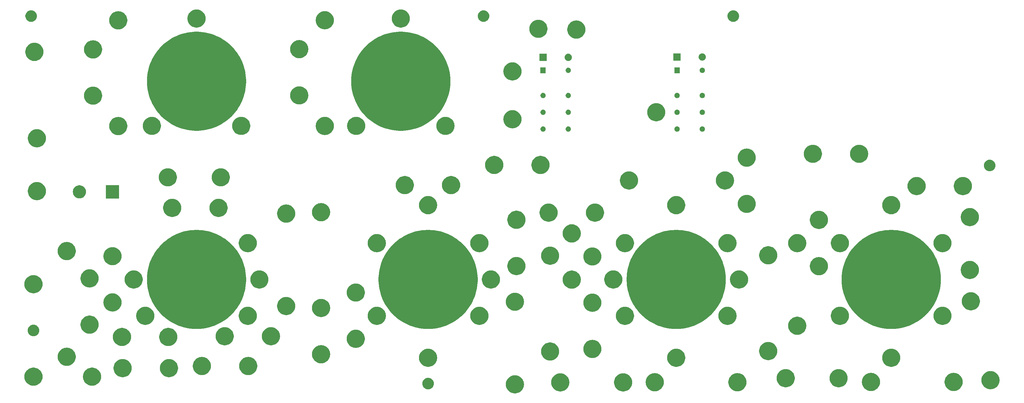
<source format=gbs>
G04 #@! TF.GenerationSoftware,KiCad,Pcbnew,9.0.0+dfsg-1*
G04 #@! TF.CreationDate,2025-03-09T18:45:57+01:00*
G04 #@! TF.ProjectId,Dirty Greed PCB,44697274-7920-4477-9265-656420504342,rev?*
G04 #@! TF.SameCoordinates,Original*
G04 #@! TF.FileFunction,Soldermask,Bot*
G04 #@! TF.FilePolarity,Negative*
%FSLAX46Y46*%
G04 Gerber Fmt 4.6, Leading zero omitted, Abs format (unit mm)*
G04 Created by KiCad (PCBNEW 9.0.0+dfsg-1) date 2025-03-09 18:45:57*
%MOMM*%
%LPD*%
G01*
G04 APERTURE LIST*
G04 APERTURE END LIST*
G36*
X176710642Y-179038855D02*
G01*
X177011298Y-179107477D01*
X177302379Y-179209331D01*
X177580227Y-179343136D01*
X177841346Y-179507208D01*
X178082453Y-179699484D01*
X178300516Y-179917547D01*
X178492792Y-180158654D01*
X178656864Y-180419773D01*
X178790669Y-180697621D01*
X178892523Y-180988702D01*
X178961145Y-181289358D01*
X178995674Y-181595806D01*
X178995674Y-181904194D01*
X178961145Y-182210642D01*
X178892523Y-182511298D01*
X178790669Y-182802379D01*
X178656864Y-183080227D01*
X178492792Y-183341346D01*
X178300516Y-183582453D01*
X178082453Y-183800516D01*
X177841346Y-183992792D01*
X177580227Y-184156864D01*
X177302379Y-184290669D01*
X177011298Y-184392523D01*
X176710642Y-184461145D01*
X176404194Y-184495674D01*
X176095806Y-184495674D01*
X175789358Y-184461145D01*
X175488702Y-184392523D01*
X175197621Y-184290669D01*
X174919773Y-184156864D01*
X174658654Y-183992792D01*
X174417547Y-183800516D01*
X174199484Y-183582453D01*
X174007208Y-183341346D01*
X173843136Y-183080227D01*
X173709331Y-182802379D01*
X173607477Y-182511298D01*
X173538855Y-182210642D01*
X173504326Y-181904194D01*
X173504326Y-181595806D01*
X173538855Y-181289358D01*
X173607477Y-180988702D01*
X173709331Y-180697621D01*
X173843136Y-180419773D01*
X174007208Y-180158654D01*
X174199484Y-179917547D01*
X174417547Y-179699484D01*
X174658654Y-179507208D01*
X174919773Y-179343136D01*
X175197621Y-179209331D01*
X175488702Y-179107477D01*
X175789358Y-179038855D01*
X176095806Y-179004326D01*
X176404194Y-179004326D01*
X176710642Y-179038855D01*
G37*
G36*
X190426842Y-178441655D02*
G01*
X190727498Y-178510277D01*
X191018579Y-178612131D01*
X191296427Y-178745936D01*
X191557546Y-178910008D01*
X191798653Y-179102284D01*
X192016716Y-179320347D01*
X192208992Y-179561454D01*
X192373064Y-179822573D01*
X192506869Y-180100421D01*
X192608723Y-180391502D01*
X192677345Y-180692158D01*
X192711874Y-180998606D01*
X192711874Y-181306994D01*
X192677345Y-181613442D01*
X192608723Y-181914098D01*
X192506869Y-182205179D01*
X192373064Y-182483027D01*
X192208992Y-182744146D01*
X192016716Y-182985253D01*
X191798653Y-183203316D01*
X191557546Y-183395592D01*
X191296427Y-183559664D01*
X191018579Y-183693469D01*
X190727498Y-183795323D01*
X190426842Y-183863945D01*
X190120394Y-183898474D01*
X189812006Y-183898474D01*
X189505558Y-183863945D01*
X189204902Y-183795323D01*
X188913821Y-183693469D01*
X188635973Y-183559664D01*
X188374854Y-183395592D01*
X188133747Y-183203316D01*
X187915684Y-182985253D01*
X187723408Y-182744146D01*
X187559336Y-182483027D01*
X187425531Y-182205179D01*
X187323677Y-181914098D01*
X187255055Y-181613442D01*
X187220526Y-181306994D01*
X187220526Y-180998606D01*
X187255055Y-180692158D01*
X187323677Y-180391502D01*
X187425531Y-180100421D01*
X187559336Y-179822573D01*
X187723408Y-179561454D01*
X187915684Y-179320347D01*
X188133747Y-179102284D01*
X188374854Y-178910008D01*
X188635973Y-178745936D01*
X188913821Y-178612131D01*
X189204902Y-178510277D01*
X189505558Y-178441655D01*
X189812006Y-178407126D01*
X190120394Y-178407126D01*
X190426842Y-178441655D01*
G37*
G36*
X209426842Y-178441655D02*
G01*
X209727498Y-178510277D01*
X210018579Y-178612131D01*
X210296427Y-178745936D01*
X210557546Y-178910008D01*
X210798653Y-179102284D01*
X211016716Y-179320347D01*
X211208992Y-179561454D01*
X211373064Y-179822573D01*
X211506869Y-180100421D01*
X211608723Y-180391502D01*
X211677345Y-180692158D01*
X211711874Y-180998606D01*
X211711874Y-181306994D01*
X211677345Y-181613442D01*
X211608723Y-181914098D01*
X211506869Y-182205179D01*
X211373064Y-182483027D01*
X211208992Y-182744146D01*
X211016716Y-182985253D01*
X210798653Y-183203316D01*
X210557546Y-183395592D01*
X210296427Y-183559664D01*
X210018579Y-183693469D01*
X209727498Y-183795323D01*
X209426842Y-183863945D01*
X209120394Y-183898474D01*
X208812006Y-183898474D01*
X208505558Y-183863945D01*
X208204902Y-183795323D01*
X207913821Y-183693469D01*
X207635973Y-183559664D01*
X207374854Y-183395592D01*
X207133747Y-183203316D01*
X206915684Y-182985253D01*
X206723408Y-182744146D01*
X206559336Y-182483027D01*
X206425531Y-182205179D01*
X206323677Y-181914098D01*
X206255055Y-181613442D01*
X206220526Y-181306994D01*
X206220526Y-180998606D01*
X206255055Y-180692158D01*
X206323677Y-180391502D01*
X206425531Y-180100421D01*
X206559336Y-179822573D01*
X206723408Y-179561454D01*
X206915684Y-179320347D01*
X207133747Y-179102284D01*
X207374854Y-178910008D01*
X207635973Y-178745936D01*
X207913821Y-178612131D01*
X208204902Y-178510277D01*
X208505558Y-178441655D01*
X208812006Y-178407126D01*
X209120394Y-178407126D01*
X209426842Y-178441655D01*
G37*
G36*
X218970442Y-178390855D02*
G01*
X219271098Y-178459477D01*
X219562179Y-178561331D01*
X219840027Y-178695136D01*
X220101146Y-178859208D01*
X220342253Y-179051484D01*
X220560316Y-179269547D01*
X220752592Y-179510654D01*
X220916664Y-179771773D01*
X221050469Y-180049621D01*
X221152323Y-180340702D01*
X221220945Y-180641358D01*
X221255474Y-180947806D01*
X221255474Y-181256194D01*
X221220945Y-181562642D01*
X221152323Y-181863298D01*
X221050469Y-182154379D01*
X220916664Y-182432227D01*
X220752592Y-182693346D01*
X220560316Y-182934453D01*
X220342253Y-183152516D01*
X220101146Y-183344792D01*
X219840027Y-183508864D01*
X219562179Y-183642669D01*
X219271098Y-183744523D01*
X218970442Y-183813145D01*
X218663994Y-183847674D01*
X218355606Y-183847674D01*
X218049158Y-183813145D01*
X217748502Y-183744523D01*
X217457421Y-183642669D01*
X217179573Y-183508864D01*
X216918454Y-183344792D01*
X216677347Y-183152516D01*
X216459284Y-182934453D01*
X216267008Y-182693346D01*
X216102936Y-182432227D01*
X215969131Y-182154379D01*
X215867277Y-181863298D01*
X215798655Y-181562642D01*
X215764126Y-181256194D01*
X215764126Y-180947806D01*
X215798655Y-180641358D01*
X215867277Y-180340702D01*
X215969131Y-180049621D01*
X216102936Y-179771773D01*
X216267008Y-179510654D01*
X216459284Y-179269547D01*
X216677347Y-179051484D01*
X216918454Y-178859208D01*
X217179573Y-178695136D01*
X217457421Y-178561331D01*
X217748502Y-178459477D01*
X218049158Y-178390855D01*
X218355606Y-178356326D01*
X218663994Y-178356326D01*
X218970442Y-178390855D01*
G37*
G36*
X243970442Y-178390855D02*
G01*
X244271098Y-178459477D01*
X244562179Y-178561331D01*
X244840027Y-178695136D01*
X245101146Y-178859208D01*
X245342253Y-179051484D01*
X245560316Y-179269547D01*
X245752592Y-179510654D01*
X245916664Y-179771773D01*
X246050469Y-180049621D01*
X246152323Y-180340702D01*
X246220945Y-180641358D01*
X246255474Y-180947806D01*
X246255474Y-181256194D01*
X246220945Y-181562642D01*
X246152323Y-181863298D01*
X246050469Y-182154379D01*
X245916664Y-182432227D01*
X245752592Y-182693346D01*
X245560316Y-182934453D01*
X245342253Y-183152516D01*
X245101146Y-183344792D01*
X244840027Y-183508864D01*
X244562179Y-183642669D01*
X244271098Y-183744523D01*
X243970442Y-183813145D01*
X243663994Y-183847674D01*
X243355606Y-183847674D01*
X243049158Y-183813145D01*
X242748502Y-183744523D01*
X242457421Y-183642669D01*
X242179573Y-183508864D01*
X241918454Y-183344792D01*
X241677347Y-183152516D01*
X241459284Y-182934453D01*
X241267008Y-182693346D01*
X241102936Y-182432227D01*
X240969131Y-182154379D01*
X240867277Y-181863298D01*
X240798655Y-181562642D01*
X240764126Y-181256194D01*
X240764126Y-180947806D01*
X240798655Y-180641358D01*
X240867277Y-180340702D01*
X240969131Y-180049621D01*
X241102936Y-179771773D01*
X241267008Y-179510654D01*
X241459284Y-179269547D01*
X241677347Y-179051484D01*
X241918454Y-178859208D01*
X242179573Y-178695136D01*
X242457421Y-178561331D01*
X242748502Y-178459477D01*
X243049158Y-178390855D01*
X243355606Y-178356326D01*
X243663994Y-178356326D01*
X243970442Y-178390855D01*
G37*
G36*
X284327842Y-178314655D02*
G01*
X284628498Y-178383277D01*
X284919579Y-178485131D01*
X285197427Y-178618936D01*
X285458546Y-178783008D01*
X285699653Y-178975284D01*
X285917716Y-179193347D01*
X286109992Y-179434454D01*
X286274064Y-179695573D01*
X286407869Y-179973421D01*
X286509723Y-180264502D01*
X286578345Y-180565158D01*
X286612874Y-180871606D01*
X286612874Y-181179994D01*
X286578345Y-181486442D01*
X286509723Y-181787098D01*
X286407869Y-182078179D01*
X286274064Y-182356027D01*
X286109992Y-182617146D01*
X285917716Y-182858253D01*
X285699653Y-183076316D01*
X285458546Y-183268592D01*
X285197427Y-183432664D01*
X284919579Y-183566469D01*
X284628498Y-183668323D01*
X284327842Y-183736945D01*
X284021394Y-183771474D01*
X283713006Y-183771474D01*
X283406558Y-183736945D01*
X283105902Y-183668323D01*
X282814821Y-183566469D01*
X282536973Y-183432664D01*
X282275854Y-183268592D01*
X282034747Y-183076316D01*
X281816684Y-182858253D01*
X281624408Y-182617146D01*
X281460336Y-182356027D01*
X281326531Y-182078179D01*
X281224677Y-181787098D01*
X281156055Y-181486442D01*
X281121526Y-181179994D01*
X281121526Y-180871606D01*
X281156055Y-180565158D01*
X281224677Y-180264502D01*
X281326531Y-179973421D01*
X281460336Y-179695573D01*
X281624408Y-179434454D01*
X281816684Y-179193347D01*
X282034747Y-178975284D01*
X282275854Y-178783008D01*
X282536973Y-178618936D01*
X282814821Y-178485131D01*
X283105902Y-178383277D01*
X283406558Y-178314655D01*
X283713006Y-178280126D01*
X284021394Y-178280126D01*
X284327842Y-178314655D01*
G37*
G36*
X309327842Y-178314655D02*
G01*
X309628498Y-178383277D01*
X309919579Y-178485131D01*
X310197427Y-178618936D01*
X310458546Y-178783008D01*
X310699653Y-178975284D01*
X310917716Y-179193347D01*
X311109992Y-179434454D01*
X311274064Y-179695573D01*
X311407869Y-179973421D01*
X311509723Y-180264502D01*
X311578345Y-180565158D01*
X311612874Y-180871606D01*
X311612874Y-181179994D01*
X311578345Y-181486442D01*
X311509723Y-181787098D01*
X311407869Y-182078179D01*
X311274064Y-182356027D01*
X311109992Y-182617146D01*
X310917716Y-182858253D01*
X310699653Y-183076316D01*
X310458546Y-183268592D01*
X310197427Y-183432664D01*
X309919579Y-183566469D01*
X309628498Y-183668323D01*
X309327842Y-183736945D01*
X309021394Y-183771474D01*
X308713006Y-183771474D01*
X308406558Y-183736945D01*
X308105902Y-183668323D01*
X307814821Y-183566469D01*
X307536973Y-183432664D01*
X307275854Y-183268592D01*
X307034747Y-183076316D01*
X306816684Y-182858253D01*
X306624408Y-182617146D01*
X306460336Y-182356027D01*
X306326531Y-182078179D01*
X306224677Y-181787098D01*
X306156055Y-181486442D01*
X306121526Y-181179994D01*
X306121526Y-180871606D01*
X306156055Y-180565158D01*
X306224677Y-180264502D01*
X306326531Y-179973421D01*
X306460336Y-179695573D01*
X306624408Y-179434454D01*
X306816684Y-179193347D01*
X307034747Y-178975284D01*
X307275854Y-178783008D01*
X307536973Y-178618936D01*
X307814821Y-178485131D01*
X308105902Y-178383277D01*
X308406558Y-178314655D01*
X308713006Y-178280126D01*
X309021394Y-178280126D01*
X309327842Y-178314655D01*
G37*
G36*
X150341408Y-179783626D02*
G01*
X150562519Y-179842872D01*
X150774005Y-179930473D01*
X150972248Y-180044928D01*
X151153855Y-180184280D01*
X151315720Y-180346145D01*
X151455072Y-180527752D01*
X151569527Y-180725995D01*
X151657128Y-180937481D01*
X151716374Y-181158592D01*
X151746253Y-181385545D01*
X151746253Y-181614455D01*
X151716374Y-181841408D01*
X151657128Y-182062519D01*
X151569527Y-182274005D01*
X151455072Y-182472248D01*
X151315720Y-182653855D01*
X151153855Y-182815720D01*
X150972248Y-182955072D01*
X150774005Y-183069527D01*
X150562519Y-183157128D01*
X150341408Y-183216374D01*
X150114455Y-183246253D01*
X149885545Y-183246253D01*
X149658592Y-183216374D01*
X149437481Y-183157128D01*
X149225995Y-183069527D01*
X149027752Y-182955072D01*
X148846145Y-182815720D01*
X148684280Y-182653855D01*
X148544928Y-182472248D01*
X148430473Y-182274005D01*
X148342872Y-182062519D01*
X148283626Y-181841408D01*
X148253747Y-181614455D01*
X148253747Y-181385545D01*
X148283626Y-181158592D01*
X148342872Y-180937481D01*
X148430473Y-180725995D01*
X148544928Y-180527752D01*
X148684280Y-180346145D01*
X148846145Y-180184280D01*
X149027752Y-180044928D01*
X149225995Y-179930473D01*
X149437481Y-179842872D01*
X149658592Y-179783626D01*
X149885545Y-179753747D01*
X150114455Y-179753747D01*
X150341408Y-179783626D01*
G37*
G36*
X320460642Y-177788855D02*
G01*
X320761298Y-177857477D01*
X321052379Y-177959331D01*
X321330227Y-178093136D01*
X321591346Y-178257208D01*
X321832453Y-178449484D01*
X322050516Y-178667547D01*
X322242792Y-178908654D01*
X322406864Y-179169773D01*
X322540669Y-179447621D01*
X322642523Y-179738702D01*
X322711145Y-180039358D01*
X322745674Y-180345806D01*
X322745674Y-180654194D01*
X322711145Y-180960642D01*
X322642523Y-181261298D01*
X322540669Y-181552379D01*
X322406864Y-181830227D01*
X322242792Y-182091346D01*
X322050516Y-182332453D01*
X321832453Y-182550516D01*
X321591346Y-182742792D01*
X321330227Y-182906864D01*
X321052379Y-183040669D01*
X320761298Y-183142523D01*
X320460642Y-183211145D01*
X320154194Y-183245674D01*
X319845806Y-183245674D01*
X319539358Y-183211145D01*
X319238702Y-183142523D01*
X318947621Y-183040669D01*
X318669773Y-182906864D01*
X318408654Y-182742792D01*
X318167547Y-182550516D01*
X317949484Y-182332453D01*
X317757208Y-182091346D01*
X317593136Y-181830227D01*
X317459331Y-181552379D01*
X317357477Y-181261298D01*
X317288855Y-180960642D01*
X317254326Y-180654194D01*
X317254326Y-180345806D01*
X317288855Y-180039358D01*
X317357477Y-179738702D01*
X317459331Y-179447621D01*
X317593136Y-179169773D01*
X317757208Y-178908654D01*
X317949484Y-178667547D01*
X318167547Y-178449484D01*
X318408654Y-178257208D01*
X318669773Y-178093136D01*
X318947621Y-177959331D01*
X319238702Y-177857477D01*
X319539358Y-177788855D01*
X319845806Y-177754326D01*
X320154194Y-177754326D01*
X320460642Y-177788855D01*
G37*
G36*
X258551042Y-177171655D02*
G01*
X258851698Y-177240277D01*
X259142779Y-177342131D01*
X259420627Y-177475936D01*
X259681746Y-177640008D01*
X259922853Y-177832284D01*
X260140916Y-178050347D01*
X260333192Y-178291454D01*
X260497264Y-178552573D01*
X260631069Y-178830421D01*
X260732923Y-179121502D01*
X260801545Y-179422158D01*
X260836074Y-179728606D01*
X260836074Y-180036994D01*
X260801545Y-180343442D01*
X260732923Y-180644098D01*
X260631069Y-180935179D01*
X260497264Y-181213027D01*
X260333192Y-181474146D01*
X260140916Y-181715253D01*
X259922853Y-181933316D01*
X259681746Y-182125592D01*
X259420627Y-182289664D01*
X259142779Y-182423469D01*
X258851698Y-182525323D01*
X258551042Y-182593945D01*
X258244594Y-182628474D01*
X257936206Y-182628474D01*
X257629758Y-182593945D01*
X257329102Y-182525323D01*
X257038021Y-182423469D01*
X256760173Y-182289664D01*
X256499054Y-182125592D01*
X256257947Y-181933316D01*
X256039884Y-181715253D01*
X255847608Y-181474146D01*
X255683536Y-181213027D01*
X255549731Y-180935179D01*
X255447877Y-180644098D01*
X255379255Y-180343442D01*
X255344726Y-180036994D01*
X255344726Y-179728606D01*
X255379255Y-179422158D01*
X255447877Y-179121502D01*
X255549731Y-178830421D01*
X255683536Y-178552573D01*
X255847608Y-178291454D01*
X256039884Y-178050347D01*
X256257947Y-177832284D01*
X256499054Y-177640008D01*
X256760173Y-177475936D01*
X257038021Y-177342131D01*
X257329102Y-177240277D01*
X257629758Y-177171655D01*
X257936206Y-177137126D01*
X258244594Y-177137126D01*
X258551042Y-177171655D01*
G37*
G36*
X274551042Y-177171655D02*
G01*
X274851698Y-177240277D01*
X275142779Y-177342131D01*
X275420627Y-177475936D01*
X275681746Y-177640008D01*
X275922853Y-177832284D01*
X276140916Y-178050347D01*
X276333192Y-178291454D01*
X276497264Y-178552573D01*
X276631069Y-178830421D01*
X276732923Y-179121502D01*
X276801545Y-179422158D01*
X276836074Y-179728606D01*
X276836074Y-180036994D01*
X276801545Y-180343442D01*
X276732923Y-180644098D01*
X276631069Y-180935179D01*
X276497264Y-181213027D01*
X276333192Y-181474146D01*
X276140916Y-181715253D01*
X275922853Y-181933316D01*
X275681746Y-182125592D01*
X275420627Y-182289664D01*
X275142779Y-182423469D01*
X274851698Y-182525323D01*
X274551042Y-182593945D01*
X274244594Y-182628474D01*
X273936206Y-182628474D01*
X273629758Y-182593945D01*
X273329102Y-182525323D01*
X273038021Y-182423469D01*
X272760173Y-182289664D01*
X272499054Y-182125592D01*
X272257947Y-181933316D01*
X272039884Y-181715253D01*
X271847608Y-181474146D01*
X271683536Y-181213027D01*
X271549731Y-180935179D01*
X271447877Y-180644098D01*
X271379255Y-180343442D01*
X271344726Y-180036994D01*
X271344726Y-179728606D01*
X271379255Y-179422158D01*
X271447877Y-179121502D01*
X271549731Y-178830421D01*
X271683536Y-178552573D01*
X271847608Y-178291454D01*
X272039884Y-178050347D01*
X272257947Y-177832284D01*
X272499054Y-177640008D01*
X272760173Y-177475936D01*
X273038021Y-177342131D01*
X273329102Y-177240277D01*
X273629758Y-177171655D01*
X273936206Y-177137126D01*
X274244594Y-177137126D01*
X274551042Y-177171655D01*
G37*
G36*
X31169242Y-176719055D02*
G01*
X31469898Y-176787677D01*
X31760979Y-176889531D01*
X32038827Y-177023336D01*
X32299946Y-177187408D01*
X32541053Y-177379684D01*
X32759116Y-177597747D01*
X32951392Y-177838854D01*
X33115464Y-178099973D01*
X33249269Y-178377821D01*
X33351123Y-178668902D01*
X33419745Y-178969558D01*
X33454274Y-179276006D01*
X33454274Y-179584394D01*
X33419745Y-179890842D01*
X33351123Y-180191498D01*
X33249269Y-180482579D01*
X33115464Y-180760427D01*
X32951392Y-181021546D01*
X32759116Y-181262653D01*
X32541053Y-181480716D01*
X32299946Y-181672992D01*
X32038827Y-181837064D01*
X31760979Y-181970869D01*
X31469898Y-182072723D01*
X31169242Y-182141345D01*
X30862794Y-182175874D01*
X30554406Y-182175874D01*
X30247958Y-182141345D01*
X29947302Y-182072723D01*
X29656221Y-181970869D01*
X29378373Y-181837064D01*
X29117254Y-181672992D01*
X28876147Y-181480716D01*
X28658084Y-181262653D01*
X28465808Y-181021546D01*
X28301736Y-180760427D01*
X28167931Y-180482579D01*
X28066077Y-180191498D01*
X27997455Y-179890842D01*
X27962926Y-179584394D01*
X27962926Y-179276006D01*
X27997455Y-178969558D01*
X28066077Y-178668902D01*
X28167931Y-178377821D01*
X28301736Y-178099973D01*
X28465808Y-177838854D01*
X28658084Y-177597747D01*
X28876147Y-177379684D01*
X29117254Y-177187408D01*
X29378373Y-177023336D01*
X29656221Y-176889531D01*
X29947302Y-176787677D01*
X30247958Y-176719055D01*
X30554406Y-176684526D01*
X30862794Y-176684526D01*
X31169242Y-176719055D01*
G37*
G36*
X48873042Y-176719055D02*
G01*
X49173698Y-176787677D01*
X49464779Y-176889531D01*
X49742627Y-177023336D01*
X50003746Y-177187408D01*
X50244853Y-177379684D01*
X50462916Y-177597747D01*
X50655192Y-177838854D01*
X50819264Y-178099973D01*
X50953069Y-178377821D01*
X51054923Y-178668902D01*
X51123545Y-178969558D01*
X51158074Y-179276006D01*
X51158074Y-179584394D01*
X51123545Y-179890842D01*
X51054923Y-180191498D01*
X50953069Y-180482579D01*
X50819264Y-180760427D01*
X50655192Y-181021546D01*
X50462916Y-181262653D01*
X50244853Y-181480716D01*
X50003746Y-181672992D01*
X49742627Y-181837064D01*
X49464779Y-181970869D01*
X49173698Y-182072723D01*
X48873042Y-182141345D01*
X48566594Y-182175874D01*
X48258206Y-182175874D01*
X47951758Y-182141345D01*
X47651102Y-182072723D01*
X47360021Y-181970869D01*
X47082173Y-181837064D01*
X46821054Y-181672992D01*
X46579947Y-181480716D01*
X46361884Y-181262653D01*
X46169608Y-181021546D01*
X46005536Y-180760427D01*
X45871731Y-180482579D01*
X45769877Y-180191498D01*
X45701255Y-179890842D01*
X45666726Y-179584394D01*
X45666726Y-179276006D01*
X45701255Y-178969558D01*
X45769877Y-178668902D01*
X45871731Y-178377821D01*
X46005536Y-178099973D01*
X46169608Y-177838854D01*
X46361884Y-177597747D01*
X46579947Y-177379684D01*
X46821054Y-177187408D01*
X47082173Y-177023336D01*
X47360021Y-176889531D01*
X47651102Y-176787677D01*
X47951758Y-176719055D01*
X48258206Y-176684526D01*
X48566594Y-176684526D01*
X48873042Y-176719055D01*
G37*
G36*
X58129042Y-174123655D02*
G01*
X58429698Y-174192277D01*
X58720779Y-174294131D01*
X58998627Y-174427936D01*
X59259746Y-174592008D01*
X59500853Y-174784284D01*
X59718916Y-175002347D01*
X59911192Y-175243454D01*
X60075264Y-175504573D01*
X60209069Y-175782421D01*
X60310923Y-176073502D01*
X60379545Y-176374158D01*
X60414074Y-176680606D01*
X60414074Y-176988994D01*
X60379545Y-177295442D01*
X60310923Y-177596098D01*
X60209069Y-177887179D01*
X60075264Y-178165027D01*
X59911192Y-178426146D01*
X59718916Y-178667253D01*
X59500853Y-178885316D01*
X59259746Y-179077592D01*
X58998627Y-179241664D01*
X58720779Y-179375469D01*
X58429698Y-179477323D01*
X58129042Y-179545945D01*
X57822594Y-179580474D01*
X57514206Y-179580474D01*
X57207758Y-179545945D01*
X56907102Y-179477323D01*
X56616021Y-179375469D01*
X56338173Y-179241664D01*
X56077054Y-179077592D01*
X55835947Y-178885316D01*
X55617884Y-178667253D01*
X55425608Y-178426146D01*
X55261536Y-178165027D01*
X55127731Y-177887179D01*
X55025877Y-177596098D01*
X54957255Y-177295442D01*
X54922726Y-176988994D01*
X54922726Y-176680606D01*
X54957255Y-176374158D01*
X55025877Y-176073502D01*
X55127731Y-175782421D01*
X55261536Y-175504573D01*
X55425608Y-175243454D01*
X55617884Y-175002347D01*
X55835947Y-174784284D01*
X56077054Y-174592008D01*
X56338173Y-174427936D01*
X56616021Y-174294131D01*
X56907102Y-174192277D01*
X57207758Y-174123655D01*
X57514206Y-174089126D01*
X57822594Y-174089126D01*
X58129042Y-174123655D01*
G37*
G36*
X72129042Y-174123655D02*
G01*
X72429698Y-174192277D01*
X72720779Y-174294131D01*
X72998627Y-174427936D01*
X73259746Y-174592008D01*
X73500853Y-174784284D01*
X73718916Y-175002347D01*
X73911192Y-175243454D01*
X74075264Y-175504573D01*
X74209069Y-175782421D01*
X74310923Y-176073502D01*
X74379545Y-176374158D01*
X74414074Y-176680606D01*
X74414074Y-176988994D01*
X74379545Y-177295442D01*
X74310923Y-177596098D01*
X74209069Y-177887179D01*
X74075264Y-178165027D01*
X73911192Y-178426146D01*
X73718916Y-178667253D01*
X73500853Y-178885316D01*
X73259746Y-179077592D01*
X72998627Y-179241664D01*
X72720779Y-179375469D01*
X72429698Y-179477323D01*
X72129042Y-179545945D01*
X71822594Y-179580474D01*
X71514206Y-179580474D01*
X71207758Y-179545945D01*
X70907102Y-179477323D01*
X70616021Y-179375469D01*
X70338173Y-179241664D01*
X70077054Y-179077592D01*
X69835947Y-178885316D01*
X69617884Y-178667253D01*
X69425608Y-178426146D01*
X69261536Y-178165027D01*
X69127731Y-177887179D01*
X69025877Y-177596098D01*
X68957255Y-177295442D01*
X68922726Y-176988994D01*
X68922726Y-176680606D01*
X68957255Y-176374158D01*
X69025877Y-176073502D01*
X69127731Y-175782421D01*
X69261536Y-175504573D01*
X69425608Y-175243454D01*
X69617884Y-175002347D01*
X69835947Y-174784284D01*
X70077054Y-174592008D01*
X70338173Y-174427936D01*
X70616021Y-174294131D01*
X70907102Y-174192277D01*
X71207758Y-174123655D01*
X71514206Y-174089126D01*
X71822594Y-174089126D01*
X72129042Y-174123655D01*
G37*
G36*
X82081242Y-173488655D02*
G01*
X82381898Y-173557277D01*
X82672979Y-173659131D01*
X82950827Y-173792936D01*
X83211946Y-173957008D01*
X83453053Y-174149284D01*
X83671116Y-174367347D01*
X83863392Y-174608454D01*
X84027464Y-174869573D01*
X84161269Y-175147421D01*
X84263123Y-175438502D01*
X84331745Y-175739158D01*
X84366274Y-176045606D01*
X84366274Y-176353994D01*
X84331745Y-176660442D01*
X84263123Y-176961098D01*
X84161269Y-177252179D01*
X84027464Y-177530027D01*
X83863392Y-177791146D01*
X83671116Y-178032253D01*
X83453053Y-178250316D01*
X83211946Y-178442592D01*
X82950827Y-178606664D01*
X82672979Y-178740469D01*
X82381898Y-178842323D01*
X82081242Y-178910945D01*
X81774794Y-178945474D01*
X81466406Y-178945474D01*
X81159958Y-178910945D01*
X80859302Y-178842323D01*
X80568221Y-178740469D01*
X80290373Y-178606664D01*
X80029254Y-178442592D01*
X79788147Y-178250316D01*
X79570084Y-178032253D01*
X79377808Y-177791146D01*
X79213736Y-177530027D01*
X79079931Y-177252179D01*
X78978077Y-176961098D01*
X78909455Y-176660442D01*
X78874926Y-176353994D01*
X78874926Y-176045606D01*
X78909455Y-175739158D01*
X78978077Y-175438502D01*
X79079931Y-175147421D01*
X79213736Y-174869573D01*
X79377808Y-174608454D01*
X79570084Y-174367347D01*
X79788147Y-174149284D01*
X80029254Y-173957008D01*
X80290373Y-173792936D01*
X80568221Y-173659131D01*
X80859302Y-173557277D01*
X81159958Y-173488655D01*
X81466406Y-173454126D01*
X81774794Y-173454126D01*
X82081242Y-173488655D01*
G37*
G36*
X96081242Y-173488655D02*
G01*
X96381898Y-173557277D01*
X96672979Y-173659131D01*
X96950827Y-173792936D01*
X97211946Y-173957008D01*
X97453053Y-174149284D01*
X97671116Y-174367347D01*
X97863392Y-174608454D01*
X98027464Y-174869573D01*
X98161269Y-175147421D01*
X98263123Y-175438502D01*
X98331745Y-175739158D01*
X98366274Y-176045606D01*
X98366274Y-176353994D01*
X98331745Y-176660442D01*
X98263123Y-176961098D01*
X98161269Y-177252179D01*
X98027464Y-177530027D01*
X97863392Y-177791146D01*
X97671116Y-178032253D01*
X97453053Y-178250316D01*
X97211946Y-178442592D01*
X96950827Y-178606664D01*
X96672979Y-178740469D01*
X96381898Y-178842323D01*
X96081242Y-178910945D01*
X95774794Y-178945474D01*
X95466406Y-178945474D01*
X95159958Y-178910945D01*
X94859302Y-178842323D01*
X94568221Y-178740469D01*
X94290373Y-178606664D01*
X94029254Y-178442592D01*
X93788147Y-178250316D01*
X93570084Y-178032253D01*
X93377808Y-177791146D01*
X93213736Y-177530027D01*
X93079931Y-177252179D01*
X92978077Y-176961098D01*
X92909455Y-176660442D01*
X92874926Y-176353994D01*
X92874926Y-176045606D01*
X92909455Y-175739158D01*
X92978077Y-175438502D01*
X93079931Y-175147421D01*
X93213736Y-174869573D01*
X93377808Y-174608454D01*
X93570084Y-174367347D01*
X93788147Y-174149284D01*
X94029254Y-173957008D01*
X94290373Y-173792936D01*
X94568221Y-173659131D01*
X94859302Y-173557277D01*
X95159958Y-173488655D01*
X95466406Y-173454126D01*
X95774794Y-173454126D01*
X96081242Y-173488655D01*
G37*
G36*
X150460642Y-170988855D02*
G01*
X150761298Y-171057477D01*
X151052379Y-171159331D01*
X151330227Y-171293136D01*
X151591346Y-171457208D01*
X151832453Y-171649484D01*
X152050516Y-171867547D01*
X152242792Y-172108654D01*
X152406864Y-172369773D01*
X152540669Y-172647621D01*
X152642523Y-172938702D01*
X152711145Y-173239358D01*
X152745674Y-173545806D01*
X152745674Y-173854194D01*
X152711145Y-174160642D01*
X152642523Y-174461298D01*
X152540669Y-174752379D01*
X152406864Y-175030227D01*
X152242792Y-175291346D01*
X152050516Y-175532453D01*
X151832453Y-175750516D01*
X151591346Y-175942792D01*
X151330227Y-176106864D01*
X151052379Y-176240669D01*
X150761298Y-176342523D01*
X150460642Y-176411145D01*
X150154194Y-176445674D01*
X149845806Y-176445674D01*
X149539358Y-176411145D01*
X149238702Y-176342523D01*
X148947621Y-176240669D01*
X148669773Y-176106864D01*
X148408654Y-175942792D01*
X148167547Y-175750516D01*
X147949484Y-175532453D01*
X147757208Y-175291346D01*
X147593136Y-175030227D01*
X147459331Y-174752379D01*
X147357477Y-174461298D01*
X147288855Y-174160642D01*
X147254326Y-173854194D01*
X147254326Y-173545806D01*
X147288855Y-173239358D01*
X147357477Y-172938702D01*
X147459331Y-172647621D01*
X147593136Y-172369773D01*
X147757208Y-172108654D01*
X147949484Y-171867547D01*
X148167547Y-171649484D01*
X148408654Y-171457208D01*
X148669773Y-171293136D01*
X148947621Y-171159331D01*
X149238702Y-171057477D01*
X149539358Y-170988855D01*
X149845806Y-170954326D01*
X150154194Y-170954326D01*
X150460642Y-170988855D01*
G37*
G36*
X225460642Y-170988855D02*
G01*
X225761298Y-171057477D01*
X226052379Y-171159331D01*
X226330227Y-171293136D01*
X226591346Y-171457208D01*
X226832453Y-171649484D01*
X227050516Y-171867547D01*
X227242792Y-172108654D01*
X227406864Y-172369773D01*
X227540669Y-172647621D01*
X227642523Y-172938702D01*
X227711145Y-173239358D01*
X227745674Y-173545806D01*
X227745674Y-173854194D01*
X227711145Y-174160642D01*
X227642523Y-174461298D01*
X227540669Y-174752379D01*
X227406864Y-175030227D01*
X227242792Y-175291346D01*
X227050516Y-175532453D01*
X226832453Y-175750516D01*
X226591346Y-175942792D01*
X226330227Y-176106864D01*
X226052379Y-176240669D01*
X225761298Y-176342523D01*
X225460642Y-176411145D01*
X225154194Y-176445674D01*
X224845806Y-176445674D01*
X224539358Y-176411145D01*
X224238702Y-176342523D01*
X223947621Y-176240669D01*
X223669773Y-176106864D01*
X223408654Y-175942792D01*
X223167547Y-175750516D01*
X222949484Y-175532453D01*
X222757208Y-175291346D01*
X222593136Y-175030227D01*
X222459331Y-174752379D01*
X222357477Y-174461298D01*
X222288855Y-174160642D01*
X222254326Y-173854194D01*
X222254326Y-173545806D01*
X222288855Y-173239358D01*
X222357477Y-172938702D01*
X222459331Y-172647621D01*
X222593136Y-172369773D01*
X222757208Y-172108654D01*
X222949484Y-171867547D01*
X223167547Y-171649484D01*
X223408654Y-171457208D01*
X223669773Y-171293136D01*
X223947621Y-171159331D01*
X224238702Y-171057477D01*
X224539358Y-170988855D01*
X224845806Y-170954326D01*
X225154194Y-170954326D01*
X225460642Y-170988855D01*
G37*
G36*
X290460642Y-170988855D02*
G01*
X290761298Y-171057477D01*
X291052379Y-171159331D01*
X291330227Y-171293136D01*
X291591346Y-171457208D01*
X291832453Y-171649484D01*
X292050516Y-171867547D01*
X292242792Y-172108654D01*
X292406864Y-172369773D01*
X292540669Y-172647621D01*
X292642523Y-172938702D01*
X292711145Y-173239358D01*
X292745674Y-173545806D01*
X292745674Y-173854194D01*
X292711145Y-174160642D01*
X292642523Y-174461298D01*
X292540669Y-174752379D01*
X292406864Y-175030227D01*
X292242792Y-175291346D01*
X292050516Y-175532453D01*
X291832453Y-175750516D01*
X291591346Y-175942792D01*
X291330227Y-176106864D01*
X291052379Y-176240669D01*
X290761298Y-176342523D01*
X290460642Y-176411145D01*
X290154194Y-176445674D01*
X289845806Y-176445674D01*
X289539358Y-176411145D01*
X289238702Y-176342523D01*
X288947621Y-176240669D01*
X288669773Y-176106864D01*
X288408654Y-175942792D01*
X288167547Y-175750516D01*
X287949484Y-175532453D01*
X287757208Y-175291346D01*
X287593136Y-175030227D01*
X287459331Y-174752379D01*
X287357477Y-174461298D01*
X287288855Y-174160642D01*
X287254326Y-173854194D01*
X287254326Y-173545806D01*
X287288855Y-173239358D01*
X287357477Y-172938702D01*
X287459331Y-172647621D01*
X287593136Y-172369773D01*
X287757208Y-172108654D01*
X287949484Y-171867547D01*
X288167547Y-171649484D01*
X288408654Y-171457208D01*
X288669773Y-171293136D01*
X288947621Y-171159331D01*
X289238702Y-171057477D01*
X289539358Y-170988855D01*
X289845806Y-170954326D01*
X290154194Y-170954326D01*
X290460642Y-170988855D01*
G37*
G36*
X41220042Y-170692655D02*
G01*
X41520698Y-170761277D01*
X41811779Y-170863131D01*
X42089627Y-170996936D01*
X42350746Y-171161008D01*
X42591853Y-171353284D01*
X42809916Y-171571347D01*
X43002192Y-171812454D01*
X43166264Y-172073573D01*
X43300069Y-172351421D01*
X43401923Y-172642502D01*
X43470545Y-172943158D01*
X43505074Y-173249606D01*
X43505074Y-173557994D01*
X43470545Y-173864442D01*
X43401923Y-174165098D01*
X43300069Y-174456179D01*
X43166264Y-174734027D01*
X43002192Y-174995146D01*
X42809916Y-175236253D01*
X42591853Y-175454316D01*
X42350746Y-175646592D01*
X42089627Y-175810664D01*
X41811779Y-175944469D01*
X41520698Y-176046323D01*
X41220042Y-176114945D01*
X40913594Y-176149474D01*
X40605206Y-176149474D01*
X40298758Y-176114945D01*
X39998102Y-176046323D01*
X39707021Y-175944469D01*
X39429173Y-175810664D01*
X39168054Y-175646592D01*
X38926947Y-175454316D01*
X38708884Y-175236253D01*
X38516608Y-174995146D01*
X38352536Y-174734027D01*
X38218731Y-174456179D01*
X38116877Y-174165098D01*
X38048255Y-173864442D01*
X38013726Y-173557994D01*
X38013726Y-173249606D01*
X38048255Y-172943158D01*
X38116877Y-172642502D01*
X38218731Y-172351421D01*
X38352536Y-172073573D01*
X38516608Y-171812454D01*
X38708884Y-171571347D01*
X38926947Y-171353284D01*
X39168054Y-171161008D01*
X39429173Y-170996936D01*
X39707021Y-170863131D01*
X39998102Y-170761277D01*
X40298758Y-170692655D01*
X40605206Y-170658126D01*
X40913594Y-170658126D01*
X41220042Y-170692655D01*
G37*
G36*
X118113442Y-169922255D02*
G01*
X118414098Y-169990877D01*
X118705179Y-170092731D01*
X118983027Y-170226536D01*
X119244146Y-170390608D01*
X119485253Y-170582884D01*
X119703316Y-170800947D01*
X119895592Y-171042054D01*
X120059664Y-171303173D01*
X120193469Y-171581021D01*
X120295323Y-171872102D01*
X120363945Y-172172758D01*
X120398474Y-172479206D01*
X120398474Y-172787594D01*
X120363945Y-173094042D01*
X120295323Y-173394698D01*
X120193469Y-173685779D01*
X120059664Y-173963627D01*
X119895592Y-174224746D01*
X119703316Y-174465853D01*
X119485253Y-174683916D01*
X119244146Y-174876192D01*
X118983027Y-175040264D01*
X118705179Y-175174069D01*
X118414098Y-175275923D01*
X118113442Y-175344545D01*
X117806994Y-175379074D01*
X117498606Y-175379074D01*
X117192158Y-175344545D01*
X116891502Y-175275923D01*
X116600421Y-175174069D01*
X116322573Y-175040264D01*
X116061454Y-174876192D01*
X115820347Y-174683916D01*
X115602284Y-174465853D01*
X115410008Y-174224746D01*
X115245936Y-173963627D01*
X115112131Y-173685779D01*
X115010277Y-173394698D01*
X114941655Y-173094042D01*
X114907126Y-172787594D01*
X114907126Y-172479206D01*
X114941655Y-172172758D01*
X115010277Y-171872102D01*
X115112131Y-171581021D01*
X115245936Y-171303173D01*
X115410008Y-171042054D01*
X115602284Y-170800947D01*
X115820347Y-170582884D01*
X116061454Y-170390608D01*
X116322573Y-170226536D01*
X116600421Y-170092731D01*
X116891502Y-169990877D01*
X117192158Y-169922255D01*
X117498606Y-169887726D01*
X117806994Y-169887726D01*
X118113442Y-169922255D01*
G37*
G36*
X187342442Y-169091055D02*
G01*
X187643098Y-169159677D01*
X187934179Y-169261531D01*
X188212027Y-169395336D01*
X188473146Y-169559408D01*
X188714253Y-169751684D01*
X188932316Y-169969747D01*
X189124592Y-170210854D01*
X189288664Y-170471973D01*
X189422469Y-170749821D01*
X189524323Y-171040902D01*
X189592945Y-171341558D01*
X189627474Y-171648006D01*
X189627474Y-171956394D01*
X189592945Y-172262842D01*
X189524323Y-172563498D01*
X189422469Y-172854579D01*
X189288664Y-173132427D01*
X189124592Y-173393546D01*
X188932316Y-173634653D01*
X188714253Y-173852716D01*
X188473146Y-174044992D01*
X188212027Y-174209064D01*
X187934179Y-174342869D01*
X187643098Y-174444723D01*
X187342442Y-174513345D01*
X187035994Y-174547874D01*
X186727606Y-174547874D01*
X186421158Y-174513345D01*
X186120502Y-174444723D01*
X185829421Y-174342869D01*
X185551573Y-174209064D01*
X185290454Y-174044992D01*
X185049347Y-173852716D01*
X184831284Y-173634653D01*
X184639008Y-173393546D01*
X184474936Y-173132427D01*
X184341131Y-172854579D01*
X184239277Y-172563498D01*
X184170655Y-172262842D01*
X184136126Y-171956394D01*
X184136126Y-171648006D01*
X184170655Y-171341558D01*
X184239277Y-171040902D01*
X184341131Y-170749821D01*
X184474936Y-170471973D01*
X184639008Y-170210854D01*
X184831284Y-169969747D01*
X185049347Y-169751684D01*
X185290454Y-169559408D01*
X185551573Y-169395336D01*
X185829421Y-169261531D01*
X186120502Y-169159677D01*
X186421158Y-169091055D01*
X186727606Y-169056526D01*
X187035994Y-169056526D01*
X187342442Y-169091055D01*
G37*
G36*
X253284642Y-168964055D02*
G01*
X253585298Y-169032677D01*
X253876379Y-169134531D01*
X254154227Y-169268336D01*
X254415346Y-169432408D01*
X254656453Y-169624684D01*
X254874516Y-169842747D01*
X255066792Y-170083854D01*
X255230864Y-170344973D01*
X255364669Y-170622821D01*
X255466523Y-170913902D01*
X255535145Y-171214558D01*
X255569674Y-171521006D01*
X255569674Y-171829394D01*
X255535145Y-172135842D01*
X255466523Y-172436498D01*
X255364669Y-172727579D01*
X255230864Y-173005427D01*
X255066792Y-173266546D01*
X254874516Y-173507653D01*
X254656453Y-173725716D01*
X254415346Y-173917992D01*
X254154227Y-174082064D01*
X253876379Y-174215869D01*
X253585298Y-174317723D01*
X253284642Y-174386345D01*
X252978194Y-174420874D01*
X252669806Y-174420874D01*
X252363358Y-174386345D01*
X252062702Y-174317723D01*
X251771621Y-174215869D01*
X251493773Y-174082064D01*
X251232654Y-173917992D01*
X250991547Y-173725716D01*
X250773484Y-173507653D01*
X250581208Y-173266546D01*
X250417136Y-173005427D01*
X250283331Y-172727579D01*
X250181477Y-172436498D01*
X250112855Y-172135842D01*
X250078326Y-171829394D01*
X250078326Y-171521006D01*
X250112855Y-171214558D01*
X250181477Y-170913902D01*
X250283331Y-170622821D01*
X250417136Y-170344973D01*
X250581208Y-170083854D01*
X250773484Y-169842747D01*
X250991547Y-169624684D01*
X251232654Y-169432408D01*
X251493773Y-169268336D01*
X251771621Y-169134531D01*
X252062702Y-169032677D01*
X252363358Y-168964055D01*
X252669806Y-168929526D01*
X252978194Y-168929526D01*
X253284642Y-168964055D01*
G37*
G36*
X200118642Y-168322055D02*
G01*
X200419298Y-168390677D01*
X200710379Y-168492531D01*
X200988227Y-168626336D01*
X201249346Y-168790408D01*
X201490453Y-168982684D01*
X201708516Y-169200747D01*
X201900792Y-169441854D01*
X202064864Y-169702973D01*
X202198669Y-169980821D01*
X202300523Y-170271902D01*
X202369145Y-170572558D01*
X202403674Y-170879006D01*
X202403674Y-171187394D01*
X202369145Y-171493842D01*
X202300523Y-171794498D01*
X202198669Y-172085579D01*
X202064864Y-172363427D01*
X201900792Y-172624546D01*
X201708516Y-172865653D01*
X201490453Y-173083716D01*
X201249346Y-173275992D01*
X200988227Y-173440064D01*
X200710379Y-173573869D01*
X200419298Y-173675723D01*
X200118642Y-173744345D01*
X199812194Y-173778874D01*
X199503806Y-173778874D01*
X199197358Y-173744345D01*
X198896702Y-173675723D01*
X198605621Y-173573869D01*
X198327773Y-173440064D01*
X198066654Y-173275992D01*
X197825547Y-173083716D01*
X197607484Y-172865653D01*
X197415208Y-172624546D01*
X197251136Y-172363427D01*
X197117331Y-172085579D01*
X197015477Y-171794498D01*
X196946855Y-171493842D01*
X196912326Y-171187394D01*
X196912326Y-170879006D01*
X196946855Y-170572558D01*
X197015477Y-170271902D01*
X197117331Y-169980821D01*
X197251136Y-169702973D01*
X197415208Y-169441854D01*
X197607484Y-169200747D01*
X197825547Y-168982684D01*
X198066654Y-168790408D01*
X198327773Y-168626336D01*
X198605621Y-168492531D01*
X198896702Y-168390677D01*
X199197358Y-168322055D01*
X199503806Y-168287526D01*
X199812194Y-168287526D01*
X200118642Y-168322055D01*
G37*
G36*
X128596042Y-165248655D02*
G01*
X128896698Y-165317277D01*
X129187779Y-165419131D01*
X129465627Y-165552936D01*
X129726746Y-165717008D01*
X129967853Y-165909284D01*
X130185916Y-166127347D01*
X130378192Y-166368454D01*
X130542264Y-166629573D01*
X130676069Y-166907421D01*
X130777923Y-167198502D01*
X130846545Y-167499158D01*
X130881074Y-167805606D01*
X130881074Y-168113994D01*
X130846545Y-168420442D01*
X130777923Y-168721098D01*
X130676069Y-169012179D01*
X130542264Y-169290027D01*
X130378192Y-169551146D01*
X130185916Y-169792253D01*
X129967853Y-170010316D01*
X129726746Y-170202592D01*
X129465627Y-170366664D01*
X129187779Y-170500469D01*
X128896698Y-170602323D01*
X128596042Y-170670945D01*
X128289594Y-170705474D01*
X127981206Y-170705474D01*
X127674758Y-170670945D01*
X127374102Y-170602323D01*
X127083021Y-170500469D01*
X126805173Y-170366664D01*
X126544054Y-170202592D01*
X126302947Y-170010316D01*
X126084884Y-169792253D01*
X125892608Y-169551146D01*
X125728536Y-169290027D01*
X125594731Y-169012179D01*
X125492877Y-168721098D01*
X125424255Y-168420442D01*
X125389726Y-168113994D01*
X125389726Y-167805606D01*
X125424255Y-167499158D01*
X125492877Y-167198502D01*
X125594731Y-166907421D01*
X125728536Y-166629573D01*
X125892608Y-166368454D01*
X126084884Y-166127347D01*
X126302947Y-165909284D01*
X126544054Y-165717008D01*
X126805173Y-165552936D01*
X127083021Y-165419131D01*
X127374102Y-165317277D01*
X127674758Y-165248655D01*
X127981206Y-165214126D01*
X128289594Y-165214126D01*
X128596042Y-165248655D01*
G37*
G36*
X57925842Y-164700255D02*
G01*
X58226498Y-164768877D01*
X58517579Y-164870731D01*
X58795427Y-165004536D01*
X59056546Y-165168608D01*
X59297653Y-165360884D01*
X59515716Y-165578947D01*
X59707992Y-165820054D01*
X59872064Y-166081173D01*
X60005869Y-166359021D01*
X60107723Y-166650102D01*
X60176345Y-166950758D01*
X60210874Y-167257206D01*
X60210874Y-167565594D01*
X60176345Y-167872042D01*
X60107723Y-168172698D01*
X60005869Y-168463779D01*
X59872064Y-168741627D01*
X59707992Y-169002746D01*
X59515716Y-169243853D01*
X59297653Y-169461916D01*
X59056546Y-169654192D01*
X58795427Y-169818264D01*
X58517579Y-169952069D01*
X58226498Y-170053923D01*
X57925842Y-170122545D01*
X57619394Y-170157074D01*
X57311006Y-170157074D01*
X57004558Y-170122545D01*
X56703902Y-170053923D01*
X56412821Y-169952069D01*
X56134973Y-169818264D01*
X55873854Y-169654192D01*
X55632747Y-169461916D01*
X55414684Y-169243853D01*
X55222408Y-169002746D01*
X55058336Y-168741627D01*
X54924531Y-168463779D01*
X54822677Y-168172698D01*
X54754055Y-167872042D01*
X54719526Y-167565594D01*
X54719526Y-167257206D01*
X54754055Y-166950758D01*
X54822677Y-166650102D01*
X54924531Y-166359021D01*
X55058336Y-166081173D01*
X55222408Y-165820054D01*
X55414684Y-165578947D01*
X55632747Y-165360884D01*
X55873854Y-165168608D01*
X56134973Y-165004536D01*
X56412821Y-164870731D01*
X56703902Y-164768877D01*
X57004558Y-164700255D01*
X57311006Y-164665726D01*
X57619394Y-164665726D01*
X57925842Y-164700255D01*
G37*
G36*
X71925842Y-164700255D02*
G01*
X72226498Y-164768877D01*
X72517579Y-164870731D01*
X72795427Y-165004536D01*
X73056546Y-165168608D01*
X73297653Y-165360884D01*
X73515716Y-165578947D01*
X73707992Y-165820054D01*
X73872064Y-166081173D01*
X74005869Y-166359021D01*
X74107723Y-166650102D01*
X74176345Y-166950758D01*
X74210874Y-167257206D01*
X74210874Y-167565594D01*
X74176345Y-167872042D01*
X74107723Y-168172698D01*
X74005869Y-168463779D01*
X73872064Y-168741627D01*
X73707992Y-169002746D01*
X73515716Y-169243853D01*
X73297653Y-169461916D01*
X73056546Y-169654192D01*
X72795427Y-169818264D01*
X72517579Y-169952069D01*
X72226498Y-170053923D01*
X71925842Y-170122545D01*
X71619394Y-170157074D01*
X71311006Y-170157074D01*
X71004558Y-170122545D01*
X70703902Y-170053923D01*
X70412821Y-169952069D01*
X70134973Y-169818264D01*
X69873854Y-169654192D01*
X69632747Y-169461916D01*
X69414684Y-169243853D01*
X69222408Y-169002746D01*
X69058336Y-168741627D01*
X68924531Y-168463779D01*
X68822677Y-168172698D01*
X68754055Y-167872042D01*
X68719526Y-167565594D01*
X68719526Y-167257206D01*
X68754055Y-166950758D01*
X68822677Y-166650102D01*
X68924531Y-166359021D01*
X69058336Y-166081173D01*
X69222408Y-165820054D01*
X69414684Y-165578947D01*
X69632747Y-165360884D01*
X69873854Y-165168608D01*
X70134973Y-165004536D01*
X70412821Y-164870731D01*
X70703902Y-164768877D01*
X71004558Y-164700255D01*
X71311006Y-164665726D01*
X71619394Y-164665726D01*
X71925842Y-164700255D01*
G37*
G36*
X88964642Y-164471655D02*
G01*
X89265298Y-164540277D01*
X89556379Y-164642131D01*
X89834227Y-164775936D01*
X90095346Y-164940008D01*
X90336453Y-165132284D01*
X90554516Y-165350347D01*
X90746792Y-165591454D01*
X90910864Y-165852573D01*
X91044669Y-166130421D01*
X91146523Y-166421502D01*
X91215145Y-166722158D01*
X91249674Y-167028606D01*
X91249674Y-167336994D01*
X91215145Y-167643442D01*
X91146523Y-167944098D01*
X91044669Y-168235179D01*
X90910864Y-168513027D01*
X90746792Y-168774146D01*
X90554516Y-169015253D01*
X90336453Y-169233316D01*
X90095346Y-169425592D01*
X89834227Y-169589664D01*
X89556379Y-169723469D01*
X89265298Y-169825323D01*
X88964642Y-169893945D01*
X88658194Y-169928474D01*
X88349806Y-169928474D01*
X88043358Y-169893945D01*
X87742702Y-169825323D01*
X87451621Y-169723469D01*
X87173773Y-169589664D01*
X86912654Y-169425592D01*
X86671547Y-169233316D01*
X86453484Y-169015253D01*
X86261208Y-168774146D01*
X86097136Y-168513027D01*
X85963331Y-168235179D01*
X85861477Y-167944098D01*
X85792855Y-167643442D01*
X85758326Y-167336994D01*
X85758326Y-167028606D01*
X85792855Y-166722158D01*
X85861477Y-166421502D01*
X85963331Y-166130421D01*
X86097136Y-165852573D01*
X86261208Y-165591454D01*
X86453484Y-165350347D01*
X86671547Y-165132284D01*
X86912654Y-164940008D01*
X87173773Y-164775936D01*
X87451621Y-164642131D01*
X87742702Y-164540277D01*
X88043358Y-164471655D01*
X88349806Y-164437126D01*
X88658194Y-164437126D01*
X88964642Y-164471655D01*
G37*
G36*
X102964642Y-164471655D02*
G01*
X103265298Y-164540277D01*
X103556379Y-164642131D01*
X103834227Y-164775936D01*
X104095346Y-164940008D01*
X104336453Y-165132284D01*
X104554516Y-165350347D01*
X104746792Y-165591454D01*
X104910864Y-165852573D01*
X105044669Y-166130421D01*
X105146523Y-166421502D01*
X105215145Y-166722158D01*
X105249674Y-167028606D01*
X105249674Y-167336994D01*
X105215145Y-167643442D01*
X105146523Y-167944098D01*
X105044669Y-168235179D01*
X104910864Y-168513027D01*
X104746792Y-168774146D01*
X104554516Y-169015253D01*
X104336453Y-169233316D01*
X104095346Y-169425592D01*
X103834227Y-169589664D01*
X103556379Y-169723469D01*
X103265298Y-169825323D01*
X102964642Y-169893945D01*
X102658194Y-169928474D01*
X102349806Y-169928474D01*
X102043358Y-169893945D01*
X101742702Y-169825323D01*
X101451621Y-169723469D01*
X101173773Y-169589664D01*
X100912654Y-169425592D01*
X100671547Y-169233316D01*
X100453484Y-169015253D01*
X100261208Y-168774146D01*
X100097136Y-168513027D01*
X99963331Y-168235179D01*
X99861477Y-167944098D01*
X99792855Y-167643442D01*
X99758326Y-167336994D01*
X99758326Y-167028606D01*
X99792855Y-166722158D01*
X99861477Y-166421502D01*
X99963331Y-166130421D01*
X100097136Y-165852573D01*
X100261208Y-165591454D01*
X100453484Y-165350347D01*
X100671547Y-165132284D01*
X100912654Y-164940008D01*
X101173773Y-164775936D01*
X101451621Y-164642131D01*
X101742702Y-164540277D01*
X102043358Y-164471655D01*
X102349806Y-164437126D01*
X102658194Y-164437126D01*
X102964642Y-164471655D01*
G37*
G36*
X31050008Y-163713826D02*
G01*
X31271119Y-163773072D01*
X31482605Y-163860673D01*
X31680848Y-163975128D01*
X31862455Y-164114480D01*
X32024320Y-164276345D01*
X32163672Y-164457952D01*
X32278127Y-164656195D01*
X32365728Y-164867681D01*
X32424974Y-165088792D01*
X32454853Y-165315745D01*
X32454853Y-165544655D01*
X32424974Y-165771608D01*
X32365728Y-165992719D01*
X32278127Y-166204205D01*
X32163672Y-166402448D01*
X32024320Y-166584055D01*
X31862455Y-166745920D01*
X31680848Y-166885272D01*
X31482605Y-166999727D01*
X31271119Y-167087328D01*
X31050008Y-167146574D01*
X30823055Y-167176453D01*
X30594145Y-167176453D01*
X30367192Y-167146574D01*
X30146081Y-167087328D01*
X29934595Y-166999727D01*
X29736352Y-166885272D01*
X29554745Y-166745920D01*
X29392880Y-166584055D01*
X29253528Y-166402448D01*
X29139073Y-166204205D01*
X29051472Y-165992719D01*
X28992226Y-165771608D01*
X28962347Y-165544655D01*
X28962347Y-165315745D01*
X28992226Y-165088792D01*
X29051472Y-164867681D01*
X29139073Y-164656195D01*
X29253528Y-164457952D01*
X29392880Y-164276345D01*
X29554745Y-164114480D01*
X29736352Y-163975128D01*
X29934595Y-163860673D01*
X30146081Y-163773072D01*
X30367192Y-163713826D01*
X30594145Y-163683947D01*
X30823055Y-163683947D01*
X31050008Y-163713826D01*
G37*
G36*
X262047642Y-161299855D02*
G01*
X262348298Y-161368477D01*
X262639379Y-161470331D01*
X262917227Y-161604136D01*
X263178346Y-161768208D01*
X263419453Y-161960484D01*
X263637516Y-162178547D01*
X263829792Y-162419654D01*
X263993864Y-162680773D01*
X264127669Y-162958621D01*
X264229523Y-163249702D01*
X264298145Y-163550358D01*
X264332674Y-163856806D01*
X264332674Y-164165194D01*
X264298145Y-164471642D01*
X264229523Y-164772298D01*
X264127669Y-165063379D01*
X263993864Y-165341227D01*
X263829792Y-165602346D01*
X263637516Y-165843453D01*
X263419453Y-166061516D01*
X263178346Y-166253792D01*
X262917227Y-166417864D01*
X262639379Y-166551669D01*
X262348298Y-166653523D01*
X262047642Y-166722145D01*
X261741194Y-166756674D01*
X261432806Y-166756674D01*
X261126358Y-166722145D01*
X260825702Y-166653523D01*
X260534621Y-166551669D01*
X260256773Y-166417864D01*
X259995654Y-166253792D01*
X259754547Y-166061516D01*
X259536484Y-165843453D01*
X259344208Y-165602346D01*
X259180136Y-165341227D01*
X259046331Y-165063379D01*
X258944477Y-164772298D01*
X258875855Y-164471642D01*
X258841326Y-164165194D01*
X258841326Y-163856806D01*
X258875855Y-163550358D01*
X258944477Y-163249702D01*
X259046331Y-162958621D01*
X259180136Y-162680773D01*
X259344208Y-162419654D01*
X259536484Y-162178547D01*
X259754547Y-161960484D01*
X259995654Y-161768208D01*
X260256773Y-161604136D01*
X260534621Y-161470331D01*
X260825702Y-161368477D01*
X261126358Y-161299855D01*
X261432806Y-161265326D01*
X261741194Y-161265326D01*
X262047642Y-161299855D01*
G37*
G36*
X48128842Y-160966455D02*
G01*
X48429498Y-161035077D01*
X48720579Y-161136931D01*
X48998427Y-161270736D01*
X49259546Y-161434808D01*
X49500653Y-161627084D01*
X49718716Y-161845147D01*
X49910992Y-162086254D01*
X50075064Y-162347373D01*
X50208869Y-162625221D01*
X50310723Y-162916302D01*
X50379345Y-163216958D01*
X50413874Y-163523406D01*
X50413874Y-163831794D01*
X50379345Y-164138242D01*
X50310723Y-164438898D01*
X50208869Y-164729979D01*
X50075064Y-165007827D01*
X49910992Y-165268946D01*
X49718716Y-165510053D01*
X49500653Y-165728116D01*
X49259546Y-165920392D01*
X48998427Y-166084464D01*
X48720579Y-166218269D01*
X48429498Y-166320123D01*
X48128842Y-166388745D01*
X47822394Y-166423274D01*
X47514006Y-166423274D01*
X47207558Y-166388745D01*
X46906902Y-166320123D01*
X46615821Y-166218269D01*
X46337973Y-166084464D01*
X46076854Y-165920392D01*
X45835747Y-165728116D01*
X45617684Y-165510053D01*
X45425408Y-165268946D01*
X45261336Y-165007827D01*
X45127531Y-164729979D01*
X45025677Y-164438898D01*
X44957055Y-164138242D01*
X44922526Y-163831794D01*
X44922526Y-163523406D01*
X44957055Y-163216958D01*
X45025677Y-162916302D01*
X45127531Y-162625221D01*
X45261336Y-162347373D01*
X45425408Y-162086254D01*
X45617684Y-161845147D01*
X45835747Y-161627084D01*
X46076854Y-161434808D01*
X46337973Y-161270736D01*
X46615821Y-161136931D01*
X46906902Y-161035077D01*
X47207558Y-160966455D01*
X47514006Y-160931926D01*
X47822394Y-160931926D01*
X48128842Y-160966455D01*
G37*
G36*
X81103468Y-135040643D02*
G01*
X81836160Y-135112807D01*
X82564428Y-135220835D01*
X83286519Y-135364468D01*
X84000691Y-135543359D01*
X84705226Y-135757077D01*
X85398426Y-136005108D01*
X86078620Y-136286854D01*
X86744170Y-136601635D01*
X87393473Y-136948695D01*
X88024964Y-137327197D01*
X88637123Y-137736228D01*
X89228474Y-138174804D01*
X89797593Y-138641867D01*
X90343108Y-139136294D01*
X90863706Y-139656892D01*
X91358133Y-140202407D01*
X91825196Y-140771526D01*
X92263772Y-141362877D01*
X92672803Y-141975036D01*
X93051305Y-142606527D01*
X93398365Y-143255830D01*
X93713146Y-143921380D01*
X93994892Y-144601574D01*
X94242923Y-145294774D01*
X94456641Y-145999309D01*
X94635532Y-146713481D01*
X94779165Y-147435572D01*
X94887193Y-148163840D01*
X94959357Y-148896532D01*
X94995482Y-149631882D01*
X94995482Y-150368118D01*
X94959357Y-151103468D01*
X94887193Y-151836160D01*
X94779165Y-152564428D01*
X94635532Y-153286519D01*
X94456641Y-154000691D01*
X94242923Y-154705226D01*
X93994892Y-155398426D01*
X93713146Y-156078620D01*
X93398365Y-156744170D01*
X93051305Y-157393473D01*
X92672803Y-158024964D01*
X92263772Y-158637123D01*
X91825196Y-159228474D01*
X91358133Y-159797593D01*
X90863706Y-160343108D01*
X90343108Y-160863706D01*
X89797593Y-161358133D01*
X89228474Y-161825196D01*
X88637123Y-162263772D01*
X88024964Y-162672803D01*
X87393473Y-163051305D01*
X86744170Y-163398365D01*
X86078620Y-163713146D01*
X85398426Y-163994892D01*
X84705226Y-164242923D01*
X84000691Y-164456641D01*
X83286519Y-164635532D01*
X82564428Y-164779165D01*
X81836160Y-164887193D01*
X81103468Y-164959357D01*
X80368118Y-164995482D01*
X79631882Y-164995482D01*
X78896532Y-164959357D01*
X78163840Y-164887193D01*
X77435572Y-164779165D01*
X76713481Y-164635532D01*
X75999309Y-164456641D01*
X75294774Y-164242923D01*
X74601574Y-163994892D01*
X73921380Y-163713146D01*
X73255830Y-163398365D01*
X72606527Y-163051305D01*
X71975036Y-162672803D01*
X71362877Y-162263772D01*
X70771526Y-161825196D01*
X70202407Y-161358133D01*
X69656892Y-160863706D01*
X69136294Y-160343108D01*
X68641867Y-159797593D01*
X68174804Y-159228474D01*
X67736228Y-158637123D01*
X67327197Y-158024964D01*
X66948695Y-157393473D01*
X66601635Y-156744170D01*
X66286854Y-156078620D01*
X66005108Y-155398426D01*
X65757077Y-154705226D01*
X65543359Y-154000691D01*
X65364468Y-153286519D01*
X65220835Y-152564428D01*
X65112807Y-151836160D01*
X65040643Y-151103468D01*
X65004518Y-150368118D01*
X65004518Y-149631882D01*
X65040643Y-148896532D01*
X65112807Y-148163840D01*
X65220835Y-147435572D01*
X65364468Y-146713481D01*
X65543359Y-145999309D01*
X65757077Y-145294774D01*
X66005108Y-144601574D01*
X66286854Y-143921380D01*
X66601635Y-143255830D01*
X66948695Y-142606527D01*
X67327197Y-141975036D01*
X67736228Y-141362877D01*
X68174804Y-140771526D01*
X68641867Y-140202407D01*
X69136294Y-139656892D01*
X69656892Y-139136294D01*
X70202407Y-138641867D01*
X70771526Y-138174804D01*
X71362877Y-137736228D01*
X71975036Y-137327197D01*
X72606527Y-136948695D01*
X73255830Y-136601635D01*
X73921380Y-136286854D01*
X74601574Y-136005108D01*
X75294774Y-135757077D01*
X75999309Y-135543359D01*
X76713481Y-135364468D01*
X77435572Y-135220835D01*
X78163840Y-135112807D01*
X78896532Y-135040643D01*
X79631882Y-135004518D01*
X80368118Y-135004518D01*
X81103468Y-135040643D01*
G37*
G36*
X151103468Y-135040643D02*
G01*
X151836160Y-135112807D01*
X152564428Y-135220835D01*
X153286519Y-135364468D01*
X154000691Y-135543359D01*
X154705226Y-135757077D01*
X155398426Y-136005108D01*
X156078620Y-136286854D01*
X156744170Y-136601635D01*
X157393473Y-136948695D01*
X158024964Y-137327197D01*
X158637123Y-137736228D01*
X159228474Y-138174804D01*
X159797593Y-138641867D01*
X160343108Y-139136294D01*
X160863706Y-139656892D01*
X161358133Y-140202407D01*
X161825196Y-140771526D01*
X162263772Y-141362877D01*
X162672803Y-141975036D01*
X163051305Y-142606527D01*
X163398365Y-143255830D01*
X163713146Y-143921380D01*
X163994892Y-144601574D01*
X164242923Y-145294774D01*
X164456641Y-145999309D01*
X164635532Y-146713481D01*
X164779165Y-147435572D01*
X164887193Y-148163840D01*
X164959357Y-148896532D01*
X164995482Y-149631882D01*
X164995482Y-150368118D01*
X164959357Y-151103468D01*
X164887193Y-151836160D01*
X164779165Y-152564428D01*
X164635532Y-153286519D01*
X164456641Y-154000691D01*
X164242923Y-154705226D01*
X163994892Y-155398426D01*
X163713146Y-156078620D01*
X163398365Y-156744170D01*
X163051305Y-157393473D01*
X162672803Y-158024964D01*
X162263772Y-158637123D01*
X161825196Y-159228474D01*
X161358133Y-159797593D01*
X160863706Y-160343108D01*
X160343108Y-160863706D01*
X159797593Y-161358133D01*
X159228474Y-161825196D01*
X158637123Y-162263772D01*
X158024964Y-162672803D01*
X157393473Y-163051305D01*
X156744170Y-163398365D01*
X156078620Y-163713146D01*
X155398426Y-163994892D01*
X154705226Y-164242923D01*
X154000691Y-164456641D01*
X153286519Y-164635532D01*
X152564428Y-164779165D01*
X151836160Y-164887193D01*
X151103468Y-164959357D01*
X150368118Y-164995482D01*
X149631882Y-164995482D01*
X148896532Y-164959357D01*
X148163840Y-164887193D01*
X147435572Y-164779165D01*
X146713481Y-164635532D01*
X145999309Y-164456641D01*
X145294774Y-164242923D01*
X144601574Y-163994892D01*
X143921380Y-163713146D01*
X143255830Y-163398365D01*
X142606527Y-163051305D01*
X141975036Y-162672803D01*
X141362877Y-162263772D01*
X140771526Y-161825196D01*
X140202407Y-161358133D01*
X139656892Y-160863706D01*
X139136294Y-160343108D01*
X138641867Y-159797593D01*
X138174804Y-159228474D01*
X137736228Y-158637123D01*
X137327197Y-158024964D01*
X136948695Y-157393473D01*
X136601635Y-156744170D01*
X136286854Y-156078620D01*
X136005108Y-155398426D01*
X135757077Y-154705226D01*
X135543359Y-154000691D01*
X135364468Y-153286519D01*
X135220835Y-152564428D01*
X135112807Y-151836160D01*
X135040643Y-151103468D01*
X135004518Y-150368118D01*
X135004518Y-149631882D01*
X135040643Y-148896532D01*
X135112807Y-148163840D01*
X135220835Y-147435572D01*
X135364468Y-146713481D01*
X135543359Y-145999309D01*
X135757077Y-145294774D01*
X136005108Y-144601574D01*
X136286854Y-143921380D01*
X136601635Y-143255830D01*
X136948695Y-142606527D01*
X137327197Y-141975036D01*
X137736228Y-141362877D01*
X138174804Y-140771526D01*
X138641867Y-140202407D01*
X139136294Y-139656892D01*
X139656892Y-139136294D01*
X140202407Y-138641867D01*
X140771526Y-138174804D01*
X141362877Y-137736228D01*
X141975036Y-137327197D01*
X142606527Y-136948695D01*
X143255830Y-136601635D01*
X143921380Y-136286854D01*
X144601574Y-136005108D01*
X145294774Y-135757077D01*
X145999309Y-135543359D01*
X146713481Y-135364468D01*
X147435572Y-135220835D01*
X148163840Y-135112807D01*
X148896532Y-135040643D01*
X149631882Y-135004518D01*
X150368118Y-135004518D01*
X151103468Y-135040643D01*
G37*
G36*
X226103468Y-135040643D02*
G01*
X226836160Y-135112807D01*
X227564428Y-135220835D01*
X228286519Y-135364468D01*
X229000691Y-135543359D01*
X229705226Y-135757077D01*
X230398426Y-136005108D01*
X231078620Y-136286854D01*
X231744170Y-136601635D01*
X232393473Y-136948695D01*
X233024964Y-137327197D01*
X233637123Y-137736228D01*
X234228474Y-138174804D01*
X234797593Y-138641867D01*
X235343108Y-139136294D01*
X235863706Y-139656892D01*
X236358133Y-140202407D01*
X236825196Y-140771526D01*
X237263772Y-141362877D01*
X237672803Y-141975036D01*
X238051305Y-142606527D01*
X238398365Y-143255830D01*
X238713146Y-143921380D01*
X238994892Y-144601574D01*
X239242923Y-145294774D01*
X239456641Y-145999309D01*
X239635532Y-146713481D01*
X239779165Y-147435572D01*
X239887193Y-148163840D01*
X239959357Y-148896532D01*
X239995482Y-149631882D01*
X239995482Y-150368118D01*
X239959357Y-151103468D01*
X239887193Y-151836160D01*
X239779165Y-152564428D01*
X239635532Y-153286519D01*
X239456641Y-154000691D01*
X239242923Y-154705226D01*
X238994892Y-155398426D01*
X238713146Y-156078620D01*
X238398365Y-156744170D01*
X238051305Y-157393473D01*
X237672803Y-158024964D01*
X237263772Y-158637123D01*
X236825196Y-159228474D01*
X236358133Y-159797593D01*
X235863706Y-160343108D01*
X235343108Y-160863706D01*
X234797593Y-161358133D01*
X234228474Y-161825196D01*
X233637123Y-162263772D01*
X233024964Y-162672803D01*
X232393473Y-163051305D01*
X231744170Y-163398365D01*
X231078620Y-163713146D01*
X230398426Y-163994892D01*
X229705226Y-164242923D01*
X229000691Y-164456641D01*
X228286519Y-164635532D01*
X227564428Y-164779165D01*
X226836160Y-164887193D01*
X226103468Y-164959357D01*
X225368118Y-164995482D01*
X224631882Y-164995482D01*
X223896532Y-164959357D01*
X223163840Y-164887193D01*
X222435572Y-164779165D01*
X221713481Y-164635532D01*
X220999309Y-164456641D01*
X220294774Y-164242923D01*
X219601574Y-163994892D01*
X218921380Y-163713146D01*
X218255830Y-163398365D01*
X217606527Y-163051305D01*
X216975036Y-162672803D01*
X216362877Y-162263772D01*
X215771526Y-161825196D01*
X215202407Y-161358133D01*
X214656892Y-160863706D01*
X214136294Y-160343108D01*
X213641867Y-159797593D01*
X213174804Y-159228474D01*
X212736228Y-158637123D01*
X212327197Y-158024964D01*
X211948695Y-157393473D01*
X211601635Y-156744170D01*
X211286854Y-156078620D01*
X211005108Y-155398426D01*
X210757077Y-154705226D01*
X210543359Y-154000691D01*
X210364468Y-153286519D01*
X210220835Y-152564428D01*
X210112807Y-151836160D01*
X210040643Y-151103468D01*
X210004518Y-150368118D01*
X210004518Y-149631882D01*
X210040643Y-148896532D01*
X210112807Y-148163840D01*
X210220835Y-147435572D01*
X210364468Y-146713481D01*
X210543359Y-145999309D01*
X210757077Y-145294774D01*
X211005108Y-144601574D01*
X211286854Y-143921380D01*
X211601635Y-143255830D01*
X211948695Y-142606527D01*
X212327197Y-141975036D01*
X212736228Y-141362877D01*
X213174804Y-140771526D01*
X213641867Y-140202407D01*
X214136294Y-139656892D01*
X214656892Y-139136294D01*
X215202407Y-138641867D01*
X215771526Y-138174804D01*
X216362877Y-137736228D01*
X216975036Y-137327197D01*
X217606527Y-136948695D01*
X218255830Y-136601635D01*
X218921380Y-136286854D01*
X219601574Y-136005108D01*
X220294774Y-135757077D01*
X220999309Y-135543359D01*
X221713481Y-135364468D01*
X222435572Y-135220835D01*
X223163840Y-135112807D01*
X223896532Y-135040643D01*
X224631882Y-135004518D01*
X225368118Y-135004518D01*
X226103468Y-135040643D01*
G37*
G36*
X291103468Y-135040643D02*
G01*
X291836160Y-135112807D01*
X292564428Y-135220835D01*
X293286519Y-135364468D01*
X294000691Y-135543359D01*
X294705226Y-135757077D01*
X295398426Y-136005108D01*
X296078620Y-136286854D01*
X296744170Y-136601635D01*
X297393473Y-136948695D01*
X298024964Y-137327197D01*
X298637123Y-137736228D01*
X299228474Y-138174804D01*
X299797593Y-138641867D01*
X300343108Y-139136294D01*
X300863706Y-139656892D01*
X301358133Y-140202407D01*
X301825196Y-140771526D01*
X302263772Y-141362877D01*
X302672803Y-141975036D01*
X303051305Y-142606527D01*
X303398365Y-143255830D01*
X303713146Y-143921380D01*
X303994892Y-144601574D01*
X304242923Y-145294774D01*
X304456641Y-145999309D01*
X304635532Y-146713481D01*
X304779165Y-147435572D01*
X304887193Y-148163840D01*
X304959357Y-148896532D01*
X304995482Y-149631882D01*
X304995482Y-150368118D01*
X304959357Y-151103468D01*
X304887193Y-151836160D01*
X304779165Y-152564428D01*
X304635532Y-153286519D01*
X304456641Y-154000691D01*
X304242923Y-154705226D01*
X303994892Y-155398426D01*
X303713146Y-156078620D01*
X303398365Y-156744170D01*
X303051305Y-157393473D01*
X302672803Y-158024964D01*
X302263772Y-158637123D01*
X301825196Y-159228474D01*
X301358133Y-159797593D01*
X300863706Y-160343108D01*
X300343108Y-160863706D01*
X299797593Y-161358133D01*
X299228474Y-161825196D01*
X298637123Y-162263772D01*
X298024964Y-162672803D01*
X297393473Y-163051305D01*
X296744170Y-163398365D01*
X296078620Y-163713146D01*
X295398426Y-163994892D01*
X294705226Y-164242923D01*
X294000691Y-164456641D01*
X293286519Y-164635532D01*
X292564428Y-164779165D01*
X291836160Y-164887193D01*
X291103468Y-164959357D01*
X290368118Y-164995482D01*
X289631882Y-164995482D01*
X288896532Y-164959357D01*
X288163840Y-164887193D01*
X287435572Y-164779165D01*
X286713481Y-164635532D01*
X285999309Y-164456641D01*
X285294774Y-164242923D01*
X284601574Y-163994892D01*
X283921380Y-163713146D01*
X283255830Y-163398365D01*
X282606527Y-163051305D01*
X281975036Y-162672803D01*
X281362877Y-162263772D01*
X280771526Y-161825196D01*
X280202407Y-161358133D01*
X279656892Y-160863706D01*
X279136294Y-160343108D01*
X278641867Y-159797593D01*
X278174804Y-159228474D01*
X277736228Y-158637123D01*
X277327197Y-158024964D01*
X276948695Y-157393473D01*
X276601635Y-156744170D01*
X276286854Y-156078620D01*
X276005108Y-155398426D01*
X275757077Y-154705226D01*
X275543359Y-154000691D01*
X275364468Y-153286519D01*
X275220835Y-152564428D01*
X275112807Y-151836160D01*
X275040643Y-151103468D01*
X275004518Y-150368118D01*
X275004518Y-149631882D01*
X275040643Y-148896532D01*
X275112807Y-148163840D01*
X275220835Y-147435572D01*
X275364468Y-146713481D01*
X275543359Y-145999309D01*
X275757077Y-145294774D01*
X276005108Y-144601574D01*
X276286854Y-143921380D01*
X276601635Y-143255830D01*
X276948695Y-142606527D01*
X277327197Y-141975036D01*
X277736228Y-141362877D01*
X278174804Y-140771526D01*
X278641867Y-140202407D01*
X279136294Y-139656892D01*
X279656892Y-139136294D01*
X280202407Y-138641867D01*
X280771526Y-138174804D01*
X281362877Y-137736228D01*
X281975036Y-137327197D01*
X282606527Y-136948695D01*
X283255830Y-136601635D01*
X283921380Y-136286854D01*
X284601574Y-136005108D01*
X285294774Y-135757077D01*
X285999309Y-135543359D01*
X286713481Y-135364468D01*
X287435572Y-135220835D01*
X288163840Y-135112807D01*
X288896532Y-135040643D01*
X289631882Y-135004518D01*
X290368118Y-135004518D01*
X291103468Y-135040643D01*
G37*
G36*
X64960642Y-158288855D02*
G01*
X65261298Y-158357477D01*
X65552379Y-158459331D01*
X65830227Y-158593136D01*
X66091346Y-158757208D01*
X66332453Y-158949484D01*
X66550516Y-159167547D01*
X66742792Y-159408654D01*
X66906864Y-159669773D01*
X67040669Y-159947621D01*
X67142523Y-160238702D01*
X67211145Y-160539358D01*
X67245674Y-160845806D01*
X67245674Y-161154194D01*
X67211145Y-161460642D01*
X67142523Y-161761298D01*
X67040669Y-162052379D01*
X66906864Y-162330227D01*
X66742792Y-162591346D01*
X66550516Y-162832453D01*
X66332453Y-163050516D01*
X66091346Y-163242792D01*
X65830227Y-163406864D01*
X65552379Y-163540669D01*
X65261298Y-163642523D01*
X64960642Y-163711145D01*
X64654194Y-163745674D01*
X64345806Y-163745674D01*
X64039358Y-163711145D01*
X63738702Y-163642523D01*
X63447621Y-163540669D01*
X63169773Y-163406864D01*
X62908654Y-163242792D01*
X62667547Y-163050516D01*
X62449484Y-162832453D01*
X62257208Y-162591346D01*
X62093136Y-162330227D01*
X61959331Y-162052379D01*
X61857477Y-161761298D01*
X61788855Y-161460642D01*
X61754326Y-161154194D01*
X61754326Y-160845806D01*
X61788855Y-160539358D01*
X61857477Y-160238702D01*
X61959331Y-159947621D01*
X62093136Y-159669773D01*
X62257208Y-159408654D01*
X62449484Y-159167547D01*
X62667547Y-158949484D01*
X62908654Y-158757208D01*
X63169773Y-158593136D01*
X63447621Y-158459331D01*
X63738702Y-158357477D01*
X64039358Y-158288855D01*
X64345806Y-158254326D01*
X64654194Y-158254326D01*
X64960642Y-158288855D01*
G37*
G36*
X95960642Y-158288855D02*
G01*
X96261298Y-158357477D01*
X96552379Y-158459331D01*
X96830227Y-158593136D01*
X97091346Y-158757208D01*
X97332453Y-158949484D01*
X97550516Y-159167547D01*
X97742792Y-159408654D01*
X97906864Y-159669773D01*
X98040669Y-159947621D01*
X98142523Y-160238702D01*
X98211145Y-160539358D01*
X98245674Y-160845806D01*
X98245674Y-161154194D01*
X98211145Y-161460642D01*
X98142523Y-161761298D01*
X98040669Y-162052379D01*
X97906864Y-162330227D01*
X97742792Y-162591346D01*
X97550516Y-162832453D01*
X97332453Y-163050516D01*
X97091346Y-163242792D01*
X96830227Y-163406864D01*
X96552379Y-163540669D01*
X96261298Y-163642523D01*
X95960642Y-163711145D01*
X95654194Y-163745674D01*
X95345806Y-163745674D01*
X95039358Y-163711145D01*
X94738702Y-163642523D01*
X94447621Y-163540669D01*
X94169773Y-163406864D01*
X93908654Y-163242792D01*
X93667547Y-163050516D01*
X93449484Y-162832453D01*
X93257208Y-162591346D01*
X93093136Y-162330227D01*
X92959331Y-162052379D01*
X92857477Y-161761298D01*
X92788855Y-161460642D01*
X92754326Y-161154194D01*
X92754326Y-160845806D01*
X92788855Y-160539358D01*
X92857477Y-160238702D01*
X92959331Y-159947621D01*
X93093136Y-159669773D01*
X93257208Y-159408654D01*
X93449484Y-159167547D01*
X93667547Y-158949484D01*
X93908654Y-158757208D01*
X94169773Y-158593136D01*
X94447621Y-158459331D01*
X94738702Y-158357477D01*
X95039358Y-158288855D01*
X95345806Y-158254326D01*
X95654194Y-158254326D01*
X95960642Y-158288855D01*
G37*
G36*
X134960642Y-158288855D02*
G01*
X135261298Y-158357477D01*
X135552379Y-158459331D01*
X135830227Y-158593136D01*
X136091346Y-158757208D01*
X136332453Y-158949484D01*
X136550516Y-159167547D01*
X136742792Y-159408654D01*
X136906864Y-159669773D01*
X137040669Y-159947621D01*
X137142523Y-160238702D01*
X137211145Y-160539358D01*
X137245674Y-160845806D01*
X137245674Y-161154194D01*
X137211145Y-161460642D01*
X137142523Y-161761298D01*
X137040669Y-162052379D01*
X136906864Y-162330227D01*
X136742792Y-162591346D01*
X136550516Y-162832453D01*
X136332453Y-163050516D01*
X136091346Y-163242792D01*
X135830227Y-163406864D01*
X135552379Y-163540669D01*
X135261298Y-163642523D01*
X134960642Y-163711145D01*
X134654194Y-163745674D01*
X134345806Y-163745674D01*
X134039358Y-163711145D01*
X133738702Y-163642523D01*
X133447621Y-163540669D01*
X133169773Y-163406864D01*
X132908654Y-163242792D01*
X132667547Y-163050516D01*
X132449484Y-162832453D01*
X132257208Y-162591346D01*
X132093136Y-162330227D01*
X131959331Y-162052379D01*
X131857477Y-161761298D01*
X131788855Y-161460642D01*
X131754326Y-161154194D01*
X131754326Y-160845806D01*
X131788855Y-160539358D01*
X131857477Y-160238702D01*
X131959331Y-159947621D01*
X132093136Y-159669773D01*
X132257208Y-159408654D01*
X132449484Y-159167547D01*
X132667547Y-158949484D01*
X132908654Y-158757208D01*
X133169773Y-158593136D01*
X133447621Y-158459331D01*
X133738702Y-158357477D01*
X134039358Y-158288855D01*
X134345806Y-158254326D01*
X134654194Y-158254326D01*
X134960642Y-158288855D01*
G37*
G36*
X165960642Y-158288855D02*
G01*
X166261298Y-158357477D01*
X166552379Y-158459331D01*
X166830227Y-158593136D01*
X167091346Y-158757208D01*
X167332453Y-158949484D01*
X167550516Y-159167547D01*
X167742792Y-159408654D01*
X167906864Y-159669773D01*
X168040669Y-159947621D01*
X168142523Y-160238702D01*
X168211145Y-160539358D01*
X168245674Y-160845806D01*
X168245674Y-161154194D01*
X168211145Y-161460642D01*
X168142523Y-161761298D01*
X168040669Y-162052379D01*
X167906864Y-162330227D01*
X167742792Y-162591346D01*
X167550516Y-162832453D01*
X167332453Y-163050516D01*
X167091346Y-163242792D01*
X166830227Y-163406864D01*
X166552379Y-163540669D01*
X166261298Y-163642523D01*
X165960642Y-163711145D01*
X165654194Y-163745674D01*
X165345806Y-163745674D01*
X165039358Y-163711145D01*
X164738702Y-163642523D01*
X164447621Y-163540669D01*
X164169773Y-163406864D01*
X163908654Y-163242792D01*
X163667547Y-163050516D01*
X163449484Y-162832453D01*
X163257208Y-162591346D01*
X163093136Y-162330227D01*
X162959331Y-162052379D01*
X162857477Y-161761298D01*
X162788855Y-161460642D01*
X162754326Y-161154194D01*
X162754326Y-160845806D01*
X162788855Y-160539358D01*
X162857477Y-160238702D01*
X162959331Y-159947621D01*
X163093136Y-159669773D01*
X163257208Y-159408654D01*
X163449484Y-159167547D01*
X163667547Y-158949484D01*
X163908654Y-158757208D01*
X164169773Y-158593136D01*
X164447621Y-158459331D01*
X164738702Y-158357477D01*
X165039358Y-158288855D01*
X165345806Y-158254326D01*
X165654194Y-158254326D01*
X165960642Y-158288855D01*
G37*
G36*
X209960642Y-158288855D02*
G01*
X210261298Y-158357477D01*
X210552379Y-158459331D01*
X210830227Y-158593136D01*
X211091346Y-158757208D01*
X211332453Y-158949484D01*
X211550516Y-159167547D01*
X211742792Y-159408654D01*
X211906864Y-159669773D01*
X212040669Y-159947621D01*
X212142523Y-160238702D01*
X212211145Y-160539358D01*
X212245674Y-160845806D01*
X212245674Y-161154194D01*
X212211145Y-161460642D01*
X212142523Y-161761298D01*
X212040669Y-162052379D01*
X211906864Y-162330227D01*
X211742792Y-162591346D01*
X211550516Y-162832453D01*
X211332453Y-163050516D01*
X211091346Y-163242792D01*
X210830227Y-163406864D01*
X210552379Y-163540669D01*
X210261298Y-163642523D01*
X209960642Y-163711145D01*
X209654194Y-163745674D01*
X209345806Y-163745674D01*
X209039358Y-163711145D01*
X208738702Y-163642523D01*
X208447621Y-163540669D01*
X208169773Y-163406864D01*
X207908654Y-163242792D01*
X207667547Y-163050516D01*
X207449484Y-162832453D01*
X207257208Y-162591346D01*
X207093136Y-162330227D01*
X206959331Y-162052379D01*
X206857477Y-161761298D01*
X206788855Y-161460642D01*
X206754326Y-161154194D01*
X206754326Y-160845806D01*
X206788855Y-160539358D01*
X206857477Y-160238702D01*
X206959331Y-159947621D01*
X207093136Y-159669773D01*
X207257208Y-159408654D01*
X207449484Y-159167547D01*
X207667547Y-158949484D01*
X207908654Y-158757208D01*
X208169773Y-158593136D01*
X208447621Y-158459331D01*
X208738702Y-158357477D01*
X209039358Y-158288855D01*
X209345806Y-158254326D01*
X209654194Y-158254326D01*
X209960642Y-158288855D01*
G37*
G36*
X240960642Y-158288855D02*
G01*
X241261298Y-158357477D01*
X241552379Y-158459331D01*
X241830227Y-158593136D01*
X242091346Y-158757208D01*
X242332453Y-158949484D01*
X242550516Y-159167547D01*
X242742792Y-159408654D01*
X242906864Y-159669773D01*
X243040669Y-159947621D01*
X243142523Y-160238702D01*
X243211145Y-160539358D01*
X243245674Y-160845806D01*
X243245674Y-161154194D01*
X243211145Y-161460642D01*
X243142523Y-161761298D01*
X243040669Y-162052379D01*
X242906864Y-162330227D01*
X242742792Y-162591346D01*
X242550516Y-162832453D01*
X242332453Y-163050516D01*
X242091346Y-163242792D01*
X241830227Y-163406864D01*
X241552379Y-163540669D01*
X241261298Y-163642523D01*
X240960642Y-163711145D01*
X240654194Y-163745674D01*
X240345806Y-163745674D01*
X240039358Y-163711145D01*
X239738702Y-163642523D01*
X239447621Y-163540669D01*
X239169773Y-163406864D01*
X238908654Y-163242792D01*
X238667547Y-163050516D01*
X238449484Y-162832453D01*
X238257208Y-162591346D01*
X238093136Y-162330227D01*
X237959331Y-162052379D01*
X237857477Y-161761298D01*
X237788855Y-161460642D01*
X237754326Y-161154194D01*
X237754326Y-160845806D01*
X237788855Y-160539358D01*
X237857477Y-160238702D01*
X237959331Y-159947621D01*
X238093136Y-159669773D01*
X238257208Y-159408654D01*
X238449484Y-159167547D01*
X238667547Y-158949484D01*
X238908654Y-158757208D01*
X239169773Y-158593136D01*
X239447621Y-158459331D01*
X239738702Y-158357477D01*
X240039358Y-158288855D01*
X240345806Y-158254326D01*
X240654194Y-158254326D01*
X240960642Y-158288855D01*
G37*
G36*
X274960642Y-158288855D02*
G01*
X275261298Y-158357477D01*
X275552379Y-158459331D01*
X275830227Y-158593136D01*
X276091346Y-158757208D01*
X276332453Y-158949484D01*
X276550516Y-159167547D01*
X276742792Y-159408654D01*
X276906864Y-159669773D01*
X277040669Y-159947621D01*
X277142523Y-160238702D01*
X277211145Y-160539358D01*
X277245674Y-160845806D01*
X277245674Y-161154194D01*
X277211145Y-161460642D01*
X277142523Y-161761298D01*
X277040669Y-162052379D01*
X276906864Y-162330227D01*
X276742792Y-162591346D01*
X276550516Y-162832453D01*
X276332453Y-163050516D01*
X276091346Y-163242792D01*
X275830227Y-163406864D01*
X275552379Y-163540669D01*
X275261298Y-163642523D01*
X274960642Y-163711145D01*
X274654194Y-163745674D01*
X274345806Y-163745674D01*
X274039358Y-163711145D01*
X273738702Y-163642523D01*
X273447621Y-163540669D01*
X273169773Y-163406864D01*
X272908654Y-163242792D01*
X272667547Y-163050516D01*
X272449484Y-162832453D01*
X272257208Y-162591346D01*
X272093136Y-162330227D01*
X271959331Y-162052379D01*
X271857477Y-161761298D01*
X271788855Y-161460642D01*
X271754326Y-161154194D01*
X271754326Y-160845806D01*
X271788855Y-160539358D01*
X271857477Y-160238702D01*
X271959331Y-159947621D01*
X272093136Y-159669773D01*
X272257208Y-159408654D01*
X272449484Y-159167547D01*
X272667547Y-158949484D01*
X272908654Y-158757208D01*
X273169773Y-158593136D01*
X273447621Y-158459331D01*
X273738702Y-158357477D01*
X274039358Y-158288855D01*
X274345806Y-158254326D01*
X274654194Y-158254326D01*
X274960642Y-158288855D01*
G37*
G36*
X305960642Y-158288855D02*
G01*
X306261298Y-158357477D01*
X306552379Y-158459331D01*
X306830227Y-158593136D01*
X307091346Y-158757208D01*
X307332453Y-158949484D01*
X307550516Y-159167547D01*
X307742792Y-159408654D01*
X307906864Y-159669773D01*
X308040669Y-159947621D01*
X308142523Y-160238702D01*
X308211145Y-160539358D01*
X308245674Y-160845806D01*
X308245674Y-161154194D01*
X308211145Y-161460642D01*
X308142523Y-161761298D01*
X308040669Y-162052379D01*
X307906864Y-162330227D01*
X307742792Y-162591346D01*
X307550516Y-162832453D01*
X307332453Y-163050516D01*
X307091346Y-163242792D01*
X306830227Y-163406864D01*
X306552379Y-163540669D01*
X306261298Y-163642523D01*
X305960642Y-163711145D01*
X305654194Y-163745674D01*
X305345806Y-163745674D01*
X305039358Y-163711145D01*
X304738702Y-163642523D01*
X304447621Y-163540669D01*
X304169773Y-163406864D01*
X303908654Y-163242792D01*
X303667547Y-163050516D01*
X303449484Y-162832453D01*
X303257208Y-162591346D01*
X303093136Y-162330227D01*
X302959331Y-162052379D01*
X302857477Y-161761298D01*
X302788855Y-161460642D01*
X302754326Y-161154194D01*
X302754326Y-160845806D01*
X302788855Y-160539358D01*
X302857477Y-160238702D01*
X302959331Y-159947621D01*
X303093136Y-159669773D01*
X303257208Y-159408654D01*
X303449484Y-159167547D01*
X303667547Y-158949484D01*
X303908654Y-158757208D01*
X304169773Y-158593136D01*
X304447621Y-158459331D01*
X304738702Y-158357477D01*
X305039358Y-158288855D01*
X305345806Y-158254326D01*
X305654194Y-158254326D01*
X305960642Y-158288855D01*
G37*
G36*
X118113442Y-155908455D02*
G01*
X118414098Y-155977077D01*
X118705179Y-156078931D01*
X118983027Y-156212736D01*
X119244146Y-156376808D01*
X119485253Y-156569084D01*
X119703316Y-156787147D01*
X119895592Y-157028254D01*
X120059664Y-157289373D01*
X120193469Y-157567221D01*
X120295323Y-157858302D01*
X120363945Y-158158958D01*
X120398474Y-158465406D01*
X120398474Y-158479206D01*
X120398474Y-158787594D01*
X120363945Y-159094042D01*
X120295323Y-159394698D01*
X120193469Y-159685779D01*
X120059664Y-159963627D01*
X119895592Y-160224746D01*
X119703316Y-160465853D01*
X119485253Y-160683916D01*
X119244146Y-160876192D01*
X118983027Y-161040264D01*
X118705179Y-161174069D01*
X118414098Y-161275923D01*
X118113442Y-161344545D01*
X117806994Y-161379074D01*
X117498606Y-161379074D01*
X117192158Y-161344545D01*
X116891502Y-161275923D01*
X116600421Y-161174069D01*
X116322573Y-161040264D01*
X116061454Y-160876192D01*
X115820347Y-160683916D01*
X115602284Y-160465853D01*
X115410008Y-160224746D01*
X115245936Y-159963627D01*
X115112131Y-159685779D01*
X115010277Y-159394698D01*
X114941655Y-159094042D01*
X114907126Y-158787594D01*
X114907126Y-158479206D01*
X114907126Y-158465406D01*
X114941655Y-158158958D01*
X115010277Y-157858302D01*
X115112131Y-157567221D01*
X115245936Y-157289373D01*
X115410008Y-157028254D01*
X115602284Y-156787147D01*
X115820347Y-156569084D01*
X116061454Y-156376808D01*
X116322573Y-156212736D01*
X116600421Y-156078931D01*
X116891502Y-155977077D01*
X117192158Y-155908455D01*
X117498606Y-155873926D01*
X117806994Y-155873926D01*
X118113442Y-155908455D01*
G37*
G36*
X107564842Y-155332255D02*
G01*
X107865498Y-155400877D01*
X108156579Y-155502731D01*
X108434427Y-155636536D01*
X108695546Y-155800608D01*
X108936653Y-155992884D01*
X109154716Y-156210947D01*
X109346992Y-156452054D01*
X109511064Y-156713173D01*
X109644869Y-156991021D01*
X109746723Y-157282102D01*
X109815345Y-157582758D01*
X109849874Y-157889206D01*
X109849874Y-158197594D01*
X109815345Y-158504042D01*
X109746723Y-158804698D01*
X109644869Y-159095779D01*
X109511064Y-159373627D01*
X109346992Y-159634746D01*
X109154716Y-159875853D01*
X108936653Y-160093916D01*
X108695546Y-160286192D01*
X108434427Y-160450264D01*
X108156579Y-160584069D01*
X107865498Y-160685923D01*
X107564842Y-160754545D01*
X107258394Y-160789074D01*
X106950006Y-160789074D01*
X106643558Y-160754545D01*
X106342902Y-160685923D01*
X106051821Y-160584069D01*
X105773973Y-160450264D01*
X105512854Y-160286192D01*
X105271747Y-160093916D01*
X105053684Y-159875853D01*
X104861408Y-159634746D01*
X104697336Y-159373627D01*
X104563531Y-159095779D01*
X104461677Y-158804698D01*
X104393055Y-158504042D01*
X104358526Y-158197594D01*
X104358526Y-157889206D01*
X104393055Y-157582758D01*
X104461677Y-157282102D01*
X104563531Y-156991021D01*
X104697336Y-156713173D01*
X104861408Y-156452054D01*
X105053684Y-156210947D01*
X105271747Y-155992884D01*
X105512854Y-155800608D01*
X105773973Y-155636536D01*
X106051821Y-155502731D01*
X106342902Y-155400877D01*
X106643558Y-155332255D01*
X106950006Y-155297726D01*
X107258394Y-155297726D01*
X107564842Y-155332255D01*
G37*
G36*
X200118642Y-154322055D02*
G01*
X200419298Y-154390677D01*
X200710379Y-154492531D01*
X200988227Y-154626336D01*
X201249346Y-154790408D01*
X201490453Y-154982684D01*
X201708516Y-155200747D01*
X201900792Y-155441854D01*
X202064864Y-155702973D01*
X202198669Y-155980821D01*
X202300523Y-156271902D01*
X202369145Y-156572558D01*
X202403674Y-156879006D01*
X202403674Y-156883606D01*
X202403674Y-157191994D01*
X202369145Y-157498442D01*
X202300523Y-157799098D01*
X202198669Y-158090179D01*
X202064864Y-158368027D01*
X201900792Y-158629146D01*
X201708516Y-158870253D01*
X201490453Y-159088316D01*
X201249346Y-159280592D01*
X200988227Y-159444664D01*
X200710379Y-159578469D01*
X200419298Y-159680323D01*
X200118642Y-159748945D01*
X199812194Y-159783474D01*
X199503806Y-159783474D01*
X199197358Y-159748945D01*
X198896702Y-159680323D01*
X198605621Y-159578469D01*
X198327773Y-159444664D01*
X198066654Y-159280592D01*
X197825547Y-159088316D01*
X197607484Y-158870253D01*
X197415208Y-158629146D01*
X197251136Y-158368027D01*
X197117331Y-158090179D01*
X197015477Y-157799098D01*
X196946855Y-157498442D01*
X196912326Y-157191994D01*
X196912326Y-156883606D01*
X196912326Y-156879006D01*
X196946855Y-156572558D01*
X197015477Y-156271902D01*
X197117331Y-155980821D01*
X197251136Y-155702973D01*
X197415208Y-155441854D01*
X197607484Y-155200747D01*
X197825547Y-154982684D01*
X198066654Y-154790408D01*
X198327773Y-154626336D01*
X198605621Y-154492531D01*
X198896702Y-154390677D01*
X199197358Y-154322055D01*
X199503806Y-154287526D01*
X199812194Y-154287526D01*
X200118642Y-154322055D01*
G37*
G36*
X55063042Y-154240055D02*
G01*
X55363698Y-154308677D01*
X55654779Y-154410531D01*
X55932627Y-154544336D01*
X56193746Y-154708408D01*
X56434853Y-154900684D01*
X56652916Y-155118747D01*
X56845192Y-155359854D01*
X57009264Y-155620973D01*
X57143069Y-155898821D01*
X57244923Y-156189902D01*
X57313545Y-156490558D01*
X57348074Y-156797006D01*
X57348074Y-157105394D01*
X57313545Y-157411842D01*
X57244923Y-157712498D01*
X57143069Y-158003579D01*
X57009264Y-158281427D01*
X56845192Y-158542546D01*
X56652916Y-158783653D01*
X56434853Y-159001716D01*
X56193746Y-159193992D01*
X55932627Y-159358064D01*
X55654779Y-159491869D01*
X55363698Y-159593723D01*
X55063042Y-159662345D01*
X54756594Y-159696874D01*
X54448206Y-159696874D01*
X54141758Y-159662345D01*
X53841102Y-159593723D01*
X53550021Y-159491869D01*
X53272173Y-159358064D01*
X53011054Y-159193992D01*
X52769947Y-159001716D01*
X52551884Y-158783653D01*
X52359608Y-158542546D01*
X52195536Y-158281427D01*
X52061731Y-158003579D01*
X51959877Y-157712498D01*
X51891255Y-157411842D01*
X51856726Y-157105394D01*
X51856726Y-156797006D01*
X51891255Y-156490558D01*
X51959877Y-156189902D01*
X52061731Y-155898821D01*
X52195536Y-155620973D01*
X52359608Y-155359854D01*
X52551884Y-155118747D01*
X52769947Y-154900684D01*
X53011054Y-154708408D01*
X53272173Y-154544336D01*
X53550021Y-154410531D01*
X53841102Y-154308677D01*
X54141758Y-154240055D01*
X54448206Y-154205526D01*
X54756594Y-154205526D01*
X55063042Y-154240055D01*
G37*
G36*
X176710642Y-154038855D02*
G01*
X177011298Y-154107477D01*
X177302379Y-154209331D01*
X177580227Y-154343136D01*
X177841346Y-154507208D01*
X178082453Y-154699484D01*
X178300516Y-154917547D01*
X178492792Y-155158654D01*
X178656864Y-155419773D01*
X178790669Y-155697621D01*
X178892523Y-155988702D01*
X178961145Y-156289358D01*
X178995674Y-156595806D01*
X178995674Y-156904194D01*
X178961145Y-157210642D01*
X178892523Y-157511298D01*
X178790669Y-157802379D01*
X178656864Y-158080227D01*
X178492792Y-158341346D01*
X178300516Y-158582453D01*
X178082453Y-158800516D01*
X177841346Y-158992792D01*
X177580227Y-159156864D01*
X177302379Y-159290669D01*
X177011298Y-159392523D01*
X176710642Y-159461145D01*
X176404194Y-159495674D01*
X176095806Y-159495674D01*
X175789358Y-159461145D01*
X175488702Y-159392523D01*
X175197621Y-159290669D01*
X174919773Y-159156864D01*
X174658654Y-158992792D01*
X174417547Y-158800516D01*
X174199484Y-158582453D01*
X174007208Y-158341346D01*
X173843136Y-158080227D01*
X173709331Y-157802379D01*
X173607477Y-157511298D01*
X173538855Y-157210642D01*
X173504326Y-156904194D01*
X173504326Y-156595806D01*
X173538855Y-156289358D01*
X173607477Y-155988702D01*
X173709331Y-155697621D01*
X173843136Y-155419773D01*
X174007208Y-155158654D01*
X174199484Y-154917547D01*
X174417547Y-154699484D01*
X174658654Y-154507208D01*
X174919773Y-154343136D01*
X175197621Y-154209331D01*
X175488702Y-154107477D01*
X175789358Y-154038855D01*
X176095806Y-154004326D01*
X176404194Y-154004326D01*
X176710642Y-154038855D01*
G37*
G36*
X314531642Y-153879855D02*
G01*
X314832298Y-153948477D01*
X315123379Y-154050331D01*
X315401227Y-154184136D01*
X315662346Y-154348208D01*
X315903453Y-154540484D01*
X316121516Y-154758547D01*
X316313792Y-154999654D01*
X316477864Y-155260773D01*
X316611669Y-155538621D01*
X316713523Y-155829702D01*
X316782145Y-156130358D01*
X316816674Y-156436806D01*
X316816674Y-156745194D01*
X316782145Y-157051642D01*
X316713523Y-157352298D01*
X316611669Y-157643379D01*
X316477864Y-157921227D01*
X316313792Y-158182346D01*
X316121516Y-158423453D01*
X315903453Y-158641516D01*
X315662346Y-158833792D01*
X315401227Y-158997864D01*
X315123379Y-159131669D01*
X314832298Y-159233523D01*
X314531642Y-159302145D01*
X314225194Y-159336674D01*
X313916806Y-159336674D01*
X313610358Y-159302145D01*
X313309702Y-159233523D01*
X313018621Y-159131669D01*
X312740773Y-158997864D01*
X312479654Y-158833792D01*
X312238547Y-158641516D01*
X312020484Y-158423453D01*
X311828208Y-158182346D01*
X311664136Y-157921227D01*
X311530331Y-157643379D01*
X311428477Y-157352298D01*
X311359855Y-157051642D01*
X311325326Y-156745194D01*
X311325326Y-156436806D01*
X311359855Y-156130358D01*
X311428477Y-155829702D01*
X311530331Y-155538621D01*
X311664136Y-155260773D01*
X311828208Y-154999654D01*
X312020484Y-154758547D01*
X312238547Y-154540484D01*
X312479654Y-154348208D01*
X312740773Y-154184136D01*
X313018621Y-154050331D01*
X313309702Y-153948477D01*
X313610358Y-153879855D01*
X313916806Y-153845326D01*
X314225194Y-153845326D01*
X314531642Y-153879855D01*
G37*
G36*
X128596042Y-151248655D02*
G01*
X128896698Y-151317277D01*
X129187779Y-151419131D01*
X129465627Y-151552936D01*
X129726746Y-151717008D01*
X129967853Y-151909284D01*
X130185916Y-152127347D01*
X130378192Y-152368454D01*
X130542264Y-152629573D01*
X130676069Y-152907421D01*
X130777923Y-153198502D01*
X130846545Y-153499158D01*
X130881074Y-153805606D01*
X130881074Y-154113994D01*
X130846545Y-154420442D01*
X130777923Y-154721098D01*
X130676069Y-155012179D01*
X130542264Y-155290027D01*
X130378192Y-155551146D01*
X130185916Y-155792253D01*
X129967853Y-156010316D01*
X129726746Y-156202592D01*
X129465627Y-156366664D01*
X129187779Y-156500469D01*
X128896698Y-156602323D01*
X128596042Y-156670945D01*
X128289594Y-156705474D01*
X127981206Y-156705474D01*
X127674758Y-156670945D01*
X127374102Y-156602323D01*
X127083021Y-156500469D01*
X126805173Y-156366664D01*
X126544054Y-156202592D01*
X126302947Y-156010316D01*
X126084884Y-155792253D01*
X125892608Y-155551146D01*
X125728536Y-155290027D01*
X125594731Y-155012179D01*
X125492877Y-154721098D01*
X125424255Y-154420442D01*
X125389726Y-154113994D01*
X125389726Y-153805606D01*
X125424255Y-153499158D01*
X125492877Y-153198502D01*
X125594731Y-152907421D01*
X125728536Y-152629573D01*
X125892608Y-152368454D01*
X126084884Y-152127347D01*
X126302947Y-151909284D01*
X126544054Y-151717008D01*
X126805173Y-151552936D01*
X127083021Y-151419131D01*
X127374102Y-151317277D01*
X127674758Y-151248655D01*
X127981206Y-151214126D01*
X128289594Y-151214126D01*
X128596042Y-151248655D01*
G37*
G36*
X31169242Y-148719055D02*
G01*
X31469898Y-148787677D01*
X31760979Y-148889531D01*
X32038827Y-149023336D01*
X32299946Y-149187408D01*
X32541053Y-149379684D01*
X32759116Y-149597747D01*
X32951392Y-149838854D01*
X33115464Y-150099973D01*
X33249269Y-150377821D01*
X33351123Y-150668902D01*
X33419745Y-150969558D01*
X33454274Y-151276006D01*
X33454274Y-151584394D01*
X33419745Y-151890842D01*
X33351123Y-152191498D01*
X33249269Y-152482579D01*
X33115464Y-152760427D01*
X32951392Y-153021546D01*
X32759116Y-153262653D01*
X32541053Y-153480716D01*
X32299946Y-153672992D01*
X32038827Y-153837064D01*
X31760979Y-153970869D01*
X31469898Y-154072723D01*
X31169242Y-154141345D01*
X30862794Y-154175874D01*
X30554406Y-154175874D01*
X30247958Y-154141345D01*
X29947302Y-154072723D01*
X29656221Y-153970869D01*
X29378373Y-153837064D01*
X29117254Y-153672992D01*
X28876147Y-153480716D01*
X28658084Y-153262653D01*
X28465808Y-153021546D01*
X28301736Y-152760427D01*
X28167931Y-152482579D01*
X28066077Y-152191498D01*
X27997455Y-151890842D01*
X27962926Y-151584394D01*
X27962926Y-151276006D01*
X27997455Y-150969558D01*
X28066077Y-150668902D01*
X28167931Y-150377821D01*
X28301736Y-150099973D01*
X28465808Y-149838854D01*
X28658084Y-149597747D01*
X28876147Y-149379684D01*
X29117254Y-149187408D01*
X29378373Y-149023336D01*
X29656221Y-148889531D01*
X29947302Y-148787677D01*
X30247958Y-148719055D01*
X30554406Y-148684526D01*
X30862794Y-148684526D01*
X31169242Y-148719055D01*
G37*
G36*
X193895642Y-147341655D02*
G01*
X194196298Y-147410277D01*
X194487379Y-147512131D01*
X194765227Y-147645936D01*
X195026346Y-147810008D01*
X195267453Y-148002284D01*
X195485516Y-148220347D01*
X195677792Y-148461454D01*
X195841864Y-148722573D01*
X195975669Y-149000421D01*
X196077523Y-149291502D01*
X196146145Y-149592158D01*
X196180674Y-149898606D01*
X196180674Y-150206994D01*
X196146145Y-150513442D01*
X196077523Y-150814098D01*
X195975669Y-151105179D01*
X195841864Y-151383027D01*
X195677792Y-151644146D01*
X195485516Y-151885253D01*
X195267453Y-152103316D01*
X195026346Y-152295592D01*
X194765227Y-152459664D01*
X194487379Y-152593469D01*
X194196298Y-152695323D01*
X193895642Y-152763945D01*
X193589194Y-152798474D01*
X193280806Y-152798474D01*
X192974358Y-152763945D01*
X192673702Y-152695323D01*
X192382621Y-152593469D01*
X192104773Y-152459664D01*
X191843654Y-152295592D01*
X191602547Y-152103316D01*
X191384484Y-151885253D01*
X191192208Y-151644146D01*
X191028136Y-151383027D01*
X190894331Y-151105179D01*
X190792477Y-150814098D01*
X190723855Y-150513442D01*
X190689326Y-150206994D01*
X190689326Y-149898606D01*
X190723855Y-149592158D01*
X190792477Y-149291502D01*
X190894331Y-149000421D01*
X191028136Y-148722573D01*
X191192208Y-148461454D01*
X191384484Y-148220347D01*
X191602547Y-148002284D01*
X191843654Y-147810008D01*
X192104773Y-147645936D01*
X192382621Y-147512131D01*
X192673702Y-147410277D01*
X192974358Y-147341655D01*
X193280806Y-147307126D01*
X193589194Y-147307126D01*
X193895642Y-147341655D01*
G37*
G36*
X61460642Y-147288855D02*
G01*
X61761298Y-147357477D01*
X62052379Y-147459331D01*
X62330227Y-147593136D01*
X62591346Y-147757208D01*
X62832453Y-147949484D01*
X63050516Y-148167547D01*
X63242792Y-148408654D01*
X63406864Y-148669773D01*
X63540669Y-148947621D01*
X63642523Y-149238702D01*
X63711145Y-149539358D01*
X63745674Y-149845806D01*
X63745674Y-150154194D01*
X63711145Y-150460642D01*
X63642523Y-150761298D01*
X63540669Y-151052379D01*
X63406864Y-151330227D01*
X63242792Y-151591346D01*
X63050516Y-151832453D01*
X62832453Y-152050516D01*
X62591346Y-152242792D01*
X62330227Y-152406864D01*
X62052379Y-152540669D01*
X61761298Y-152642523D01*
X61460642Y-152711145D01*
X61154194Y-152745674D01*
X60845806Y-152745674D01*
X60539358Y-152711145D01*
X60238702Y-152642523D01*
X59947621Y-152540669D01*
X59669773Y-152406864D01*
X59408654Y-152242792D01*
X59167547Y-152050516D01*
X58949484Y-151832453D01*
X58757208Y-151591346D01*
X58593136Y-151330227D01*
X58459331Y-151052379D01*
X58357477Y-150761298D01*
X58288855Y-150460642D01*
X58254326Y-150154194D01*
X58254326Y-149845806D01*
X58288855Y-149539358D01*
X58357477Y-149238702D01*
X58459331Y-148947621D01*
X58593136Y-148669773D01*
X58757208Y-148408654D01*
X58949484Y-148167547D01*
X59167547Y-147949484D01*
X59408654Y-147757208D01*
X59669773Y-147593136D01*
X59947621Y-147459331D01*
X60238702Y-147357477D01*
X60539358Y-147288855D01*
X60845806Y-147254326D01*
X61154194Y-147254326D01*
X61460642Y-147288855D01*
G37*
G36*
X99460642Y-147288855D02*
G01*
X99761298Y-147357477D01*
X100052379Y-147459331D01*
X100330227Y-147593136D01*
X100591346Y-147757208D01*
X100832453Y-147949484D01*
X101050516Y-148167547D01*
X101242792Y-148408654D01*
X101406864Y-148669773D01*
X101540669Y-148947621D01*
X101642523Y-149238702D01*
X101711145Y-149539358D01*
X101745674Y-149845806D01*
X101745674Y-150154194D01*
X101711145Y-150460642D01*
X101642523Y-150761298D01*
X101540669Y-151052379D01*
X101406864Y-151330227D01*
X101242792Y-151591346D01*
X101050516Y-151832453D01*
X100832453Y-152050516D01*
X100591346Y-152242792D01*
X100330227Y-152406864D01*
X100052379Y-152540669D01*
X99761298Y-152642523D01*
X99460642Y-152711145D01*
X99154194Y-152745674D01*
X98845806Y-152745674D01*
X98539358Y-152711145D01*
X98238702Y-152642523D01*
X97947621Y-152540669D01*
X97669773Y-152406864D01*
X97408654Y-152242792D01*
X97167547Y-152050516D01*
X96949484Y-151832453D01*
X96757208Y-151591346D01*
X96593136Y-151330227D01*
X96459331Y-151052379D01*
X96357477Y-150761298D01*
X96288855Y-150460642D01*
X96254326Y-150154194D01*
X96254326Y-149845806D01*
X96288855Y-149539358D01*
X96357477Y-149238702D01*
X96459331Y-148947621D01*
X96593136Y-148669773D01*
X96757208Y-148408654D01*
X96949484Y-148167547D01*
X97167547Y-147949484D01*
X97408654Y-147757208D01*
X97669773Y-147593136D01*
X97947621Y-147459331D01*
X98238702Y-147357477D01*
X98539358Y-147288855D01*
X98845806Y-147254326D01*
X99154194Y-147254326D01*
X99460642Y-147288855D01*
G37*
G36*
X169460642Y-147288855D02*
G01*
X169761298Y-147357477D01*
X170052379Y-147459331D01*
X170330227Y-147593136D01*
X170591346Y-147757208D01*
X170832453Y-147949484D01*
X171050516Y-148167547D01*
X171242792Y-148408654D01*
X171406864Y-148669773D01*
X171540669Y-148947621D01*
X171642523Y-149238702D01*
X171711145Y-149539358D01*
X171745674Y-149845806D01*
X171745674Y-150154194D01*
X171711145Y-150460642D01*
X171642523Y-150761298D01*
X171540669Y-151052379D01*
X171406864Y-151330227D01*
X171242792Y-151591346D01*
X171050516Y-151832453D01*
X170832453Y-152050516D01*
X170591346Y-152242792D01*
X170330227Y-152406864D01*
X170052379Y-152540669D01*
X169761298Y-152642523D01*
X169460642Y-152711145D01*
X169154194Y-152745674D01*
X168845806Y-152745674D01*
X168539358Y-152711145D01*
X168238702Y-152642523D01*
X167947621Y-152540669D01*
X167669773Y-152406864D01*
X167408654Y-152242792D01*
X167167547Y-152050516D01*
X166949484Y-151832453D01*
X166757208Y-151591346D01*
X166593136Y-151330227D01*
X166459331Y-151052379D01*
X166357477Y-150761298D01*
X166288855Y-150460642D01*
X166254326Y-150154194D01*
X166254326Y-149845806D01*
X166288855Y-149539358D01*
X166357477Y-149238702D01*
X166459331Y-148947621D01*
X166593136Y-148669773D01*
X166757208Y-148408654D01*
X166949484Y-148167547D01*
X167167547Y-147949484D01*
X167408654Y-147757208D01*
X167669773Y-147593136D01*
X167947621Y-147459331D01*
X168238702Y-147357477D01*
X168539358Y-147288855D01*
X168845806Y-147254326D01*
X169154194Y-147254326D01*
X169460642Y-147288855D01*
G37*
G36*
X206460642Y-147288855D02*
G01*
X206761298Y-147357477D01*
X207052379Y-147459331D01*
X207330227Y-147593136D01*
X207591346Y-147757208D01*
X207832453Y-147949484D01*
X208050516Y-148167547D01*
X208242792Y-148408654D01*
X208406864Y-148669773D01*
X208540669Y-148947621D01*
X208642523Y-149238702D01*
X208711145Y-149539358D01*
X208745674Y-149845806D01*
X208745674Y-150154194D01*
X208711145Y-150460642D01*
X208642523Y-150761298D01*
X208540669Y-151052379D01*
X208406864Y-151330227D01*
X208242792Y-151591346D01*
X208050516Y-151832453D01*
X207832453Y-152050516D01*
X207591346Y-152242792D01*
X207330227Y-152406864D01*
X207052379Y-152540669D01*
X206761298Y-152642523D01*
X206460642Y-152711145D01*
X206154194Y-152745674D01*
X205845806Y-152745674D01*
X205539358Y-152711145D01*
X205238702Y-152642523D01*
X204947621Y-152540669D01*
X204669773Y-152406864D01*
X204408654Y-152242792D01*
X204167547Y-152050516D01*
X203949484Y-151832453D01*
X203757208Y-151591346D01*
X203593136Y-151330227D01*
X203459331Y-151052379D01*
X203357477Y-150761298D01*
X203288855Y-150460642D01*
X203254326Y-150154194D01*
X203254326Y-149845806D01*
X203288855Y-149539358D01*
X203357477Y-149238702D01*
X203459331Y-148947621D01*
X203593136Y-148669773D01*
X203757208Y-148408654D01*
X203949484Y-148167547D01*
X204167547Y-147949484D01*
X204408654Y-147757208D01*
X204669773Y-147593136D01*
X204947621Y-147459331D01*
X205238702Y-147357477D01*
X205539358Y-147288855D01*
X205845806Y-147254326D01*
X206154194Y-147254326D01*
X206460642Y-147288855D01*
G37*
G36*
X244460642Y-147288855D02*
G01*
X244761298Y-147357477D01*
X245052379Y-147459331D01*
X245330227Y-147593136D01*
X245591346Y-147757208D01*
X245832453Y-147949484D01*
X246050516Y-148167547D01*
X246242792Y-148408654D01*
X246406864Y-148669773D01*
X246540669Y-148947621D01*
X246642523Y-149238702D01*
X246711145Y-149539358D01*
X246745674Y-149845806D01*
X246745674Y-150154194D01*
X246711145Y-150460642D01*
X246642523Y-150761298D01*
X246540669Y-151052379D01*
X246406864Y-151330227D01*
X246242792Y-151591346D01*
X246050516Y-151832453D01*
X245832453Y-152050516D01*
X245591346Y-152242792D01*
X245330227Y-152406864D01*
X245052379Y-152540669D01*
X244761298Y-152642523D01*
X244460642Y-152711145D01*
X244154194Y-152745674D01*
X243845806Y-152745674D01*
X243539358Y-152711145D01*
X243238702Y-152642523D01*
X242947621Y-152540669D01*
X242669773Y-152406864D01*
X242408654Y-152242792D01*
X242167547Y-152050516D01*
X241949484Y-151832453D01*
X241757208Y-151591346D01*
X241593136Y-151330227D01*
X241459331Y-151052379D01*
X241357477Y-150761298D01*
X241288855Y-150460642D01*
X241254326Y-150154194D01*
X241254326Y-149845806D01*
X241288855Y-149539358D01*
X241357477Y-149238702D01*
X241459331Y-148947621D01*
X241593136Y-148669773D01*
X241757208Y-148408654D01*
X241949484Y-148167547D01*
X242167547Y-147949484D01*
X242408654Y-147757208D01*
X242669773Y-147593136D01*
X242947621Y-147459331D01*
X243238702Y-147357477D01*
X243539358Y-147288855D01*
X243845806Y-147254326D01*
X244154194Y-147254326D01*
X244460642Y-147288855D01*
G37*
G36*
X48128842Y-146966455D02*
G01*
X48429498Y-147035077D01*
X48720579Y-147136931D01*
X48998427Y-147270736D01*
X49259546Y-147434808D01*
X49500653Y-147627084D01*
X49718716Y-147845147D01*
X49910992Y-148086254D01*
X50075064Y-148347373D01*
X50208869Y-148625221D01*
X50310723Y-148916302D01*
X50379345Y-149216958D01*
X50413874Y-149523406D01*
X50413874Y-149831794D01*
X50379345Y-150138242D01*
X50310723Y-150438898D01*
X50208869Y-150729979D01*
X50075064Y-151007827D01*
X49910992Y-151268946D01*
X49718716Y-151510053D01*
X49500653Y-151728116D01*
X49259546Y-151920392D01*
X48998427Y-152084464D01*
X48720579Y-152218269D01*
X48429498Y-152320123D01*
X48128842Y-152388745D01*
X47822394Y-152423274D01*
X47514006Y-152423274D01*
X47207558Y-152388745D01*
X46906902Y-152320123D01*
X46615821Y-152218269D01*
X46337973Y-152084464D01*
X46076854Y-151920392D01*
X45835747Y-151728116D01*
X45617684Y-151510053D01*
X45425408Y-151268946D01*
X45261336Y-151007827D01*
X45127531Y-150729979D01*
X45025677Y-150438898D01*
X44957055Y-150138242D01*
X44922526Y-149831794D01*
X44922526Y-149523406D01*
X44957055Y-149216958D01*
X45025677Y-148916302D01*
X45127531Y-148625221D01*
X45261336Y-148347373D01*
X45425408Y-148086254D01*
X45617684Y-147845147D01*
X45835747Y-147627084D01*
X46076854Y-147434808D01*
X46337973Y-147270736D01*
X46615821Y-147136931D01*
X46906902Y-147035077D01*
X47207558Y-146966455D01*
X47514006Y-146931926D01*
X47822394Y-146931926D01*
X48128842Y-146966455D01*
G37*
G36*
X314219242Y-144404655D02*
G01*
X314519898Y-144473277D01*
X314810979Y-144575131D01*
X315088827Y-144708936D01*
X315349946Y-144873008D01*
X315591053Y-145065284D01*
X315809116Y-145283347D01*
X316001392Y-145524454D01*
X316165464Y-145785573D01*
X316299269Y-146063421D01*
X316401123Y-146354502D01*
X316469745Y-146655158D01*
X316504274Y-146961606D01*
X316504274Y-147269994D01*
X316469745Y-147576442D01*
X316401123Y-147877098D01*
X316299269Y-148168179D01*
X316165464Y-148446027D01*
X316001392Y-148707146D01*
X315809116Y-148948253D01*
X315591053Y-149166316D01*
X315349946Y-149358592D01*
X315088827Y-149522664D01*
X314810979Y-149656469D01*
X314519898Y-149758323D01*
X314219242Y-149826945D01*
X313912794Y-149861474D01*
X313604406Y-149861474D01*
X313297958Y-149826945D01*
X312997302Y-149758323D01*
X312706221Y-149656469D01*
X312428373Y-149522664D01*
X312167254Y-149358592D01*
X311926147Y-149166316D01*
X311708084Y-148948253D01*
X311515808Y-148707146D01*
X311351736Y-148446027D01*
X311217931Y-148168179D01*
X311116077Y-147877098D01*
X311047455Y-147576442D01*
X311012926Y-147269994D01*
X311012926Y-146961606D01*
X311047455Y-146655158D01*
X311116077Y-146354502D01*
X311217931Y-146063421D01*
X311351736Y-145785573D01*
X311515808Y-145524454D01*
X311708084Y-145283347D01*
X311926147Y-145065284D01*
X312167254Y-144873008D01*
X312428373Y-144708936D01*
X312706221Y-144575131D01*
X312997302Y-144473277D01*
X313297958Y-144404655D01*
X313604406Y-144370126D01*
X313912794Y-144370126D01*
X314219242Y-144404655D01*
G37*
G36*
X268600842Y-143252255D02*
G01*
X268901498Y-143320877D01*
X269192579Y-143422731D01*
X269470427Y-143556536D01*
X269731546Y-143720608D01*
X269972653Y-143912884D01*
X270190716Y-144130947D01*
X270382992Y-144372054D01*
X270547064Y-144633173D01*
X270680869Y-144911021D01*
X270782723Y-145202102D01*
X270851345Y-145502758D01*
X270885874Y-145809206D01*
X270885874Y-146117594D01*
X270851345Y-146424042D01*
X270782723Y-146724698D01*
X270680869Y-147015779D01*
X270547064Y-147293627D01*
X270382992Y-147554746D01*
X270190716Y-147795853D01*
X269972653Y-148013916D01*
X269731546Y-148206192D01*
X269470427Y-148370264D01*
X269192579Y-148504069D01*
X268901498Y-148605923D01*
X268600842Y-148674545D01*
X268294394Y-148709074D01*
X267986006Y-148709074D01*
X267679558Y-148674545D01*
X267378902Y-148605923D01*
X267087821Y-148504069D01*
X266809973Y-148370264D01*
X266548854Y-148206192D01*
X266307747Y-148013916D01*
X266089684Y-147795853D01*
X265897408Y-147554746D01*
X265733336Y-147293627D01*
X265599531Y-147015779D01*
X265497677Y-146724698D01*
X265429055Y-146424042D01*
X265394526Y-146117594D01*
X265394526Y-145809206D01*
X265429055Y-145502758D01*
X265497677Y-145202102D01*
X265599531Y-144911021D01*
X265733336Y-144633173D01*
X265897408Y-144372054D01*
X266089684Y-144130947D01*
X266307747Y-143912884D01*
X266548854Y-143720608D01*
X266809973Y-143556536D01*
X267087821Y-143422731D01*
X267378902Y-143320877D01*
X267679558Y-143252255D01*
X267986006Y-143217726D01*
X268294394Y-143217726D01*
X268600842Y-143252255D01*
G37*
G36*
X177168442Y-143226855D02*
G01*
X177469098Y-143295477D01*
X177760179Y-143397331D01*
X178038027Y-143531136D01*
X178299146Y-143695208D01*
X178540253Y-143887484D01*
X178758316Y-144105547D01*
X178950592Y-144346654D01*
X179114664Y-144607773D01*
X179248469Y-144885621D01*
X179350323Y-145176702D01*
X179418945Y-145477358D01*
X179453474Y-145783806D01*
X179453474Y-146092194D01*
X179418945Y-146398642D01*
X179350323Y-146699298D01*
X179248469Y-146990379D01*
X179114664Y-147268227D01*
X178950592Y-147529346D01*
X178758316Y-147770453D01*
X178540253Y-147988516D01*
X178299146Y-148180792D01*
X178038027Y-148344864D01*
X177760179Y-148478669D01*
X177469098Y-148580523D01*
X177168442Y-148649145D01*
X176861994Y-148683674D01*
X176553606Y-148683674D01*
X176247158Y-148649145D01*
X175946502Y-148580523D01*
X175655421Y-148478669D01*
X175377573Y-148344864D01*
X175116454Y-148180792D01*
X174875347Y-147988516D01*
X174657284Y-147770453D01*
X174465008Y-147529346D01*
X174300936Y-147268227D01*
X174167131Y-146990379D01*
X174065277Y-146699298D01*
X173996655Y-146398642D01*
X173962126Y-146092194D01*
X173962126Y-145783806D01*
X173996655Y-145477358D01*
X174065277Y-145176702D01*
X174167131Y-144885621D01*
X174300936Y-144607773D01*
X174465008Y-144346654D01*
X174657284Y-144105547D01*
X174875347Y-143887484D01*
X175116454Y-143695208D01*
X175377573Y-143531136D01*
X175655421Y-143397331D01*
X175946502Y-143295477D01*
X176247158Y-143226855D01*
X176553606Y-143192326D01*
X176861994Y-143192326D01*
X177168442Y-143226855D01*
G37*
G36*
X200118642Y-140326655D02*
G01*
X200419298Y-140395277D01*
X200710379Y-140497131D01*
X200988227Y-140630936D01*
X201249346Y-140795008D01*
X201490453Y-140987284D01*
X201708516Y-141205347D01*
X201900792Y-141446454D01*
X202064864Y-141707573D01*
X202198669Y-141985421D01*
X202300523Y-142276502D01*
X202369145Y-142577158D01*
X202403674Y-142883606D01*
X202403674Y-143191994D01*
X202369145Y-143498442D01*
X202300523Y-143799098D01*
X202198669Y-144090179D01*
X202064864Y-144368027D01*
X201900792Y-144629146D01*
X201708516Y-144870253D01*
X201490453Y-145088316D01*
X201249346Y-145280592D01*
X200988227Y-145444664D01*
X200710379Y-145578469D01*
X200419298Y-145680323D01*
X200118642Y-145748945D01*
X199812194Y-145783474D01*
X199503806Y-145783474D01*
X199197358Y-145748945D01*
X198896702Y-145680323D01*
X198605621Y-145578469D01*
X198327773Y-145444664D01*
X198066654Y-145280592D01*
X197825547Y-145088316D01*
X197607484Y-144870253D01*
X197415208Y-144629146D01*
X197251136Y-144368027D01*
X197117331Y-144090179D01*
X197015477Y-143799098D01*
X196946855Y-143498442D01*
X196912326Y-143191994D01*
X196912326Y-142883606D01*
X196946855Y-142577158D01*
X197015477Y-142276502D01*
X197117331Y-141985421D01*
X197251136Y-141707573D01*
X197415208Y-141446454D01*
X197607484Y-141205347D01*
X197825547Y-140987284D01*
X198066654Y-140795008D01*
X198327773Y-140630936D01*
X198605621Y-140497131D01*
X198896702Y-140395277D01*
X199197358Y-140326655D01*
X199503806Y-140292126D01*
X199812194Y-140292126D01*
X200118642Y-140326655D01*
G37*
G36*
X55063042Y-140240055D02*
G01*
X55363698Y-140308677D01*
X55654779Y-140410531D01*
X55932627Y-140544336D01*
X56193746Y-140708408D01*
X56434853Y-140900684D01*
X56652916Y-141118747D01*
X56845192Y-141359854D01*
X57009264Y-141620973D01*
X57143069Y-141898821D01*
X57244923Y-142189902D01*
X57313545Y-142490558D01*
X57348074Y-142797006D01*
X57348074Y-143105394D01*
X57313545Y-143411842D01*
X57244923Y-143712498D01*
X57143069Y-144003579D01*
X57009264Y-144281427D01*
X56845192Y-144542546D01*
X56652916Y-144783653D01*
X56434853Y-145001716D01*
X56193746Y-145193992D01*
X55932627Y-145358064D01*
X55654779Y-145491869D01*
X55363698Y-145593723D01*
X55063042Y-145662345D01*
X54756594Y-145696874D01*
X54448206Y-145696874D01*
X54141758Y-145662345D01*
X53841102Y-145593723D01*
X53550021Y-145491869D01*
X53272173Y-145358064D01*
X53011054Y-145193992D01*
X52769947Y-145001716D01*
X52551884Y-144783653D01*
X52359608Y-144542546D01*
X52195536Y-144281427D01*
X52061731Y-144003579D01*
X51959877Y-143712498D01*
X51891255Y-143411842D01*
X51856726Y-143105394D01*
X51856726Y-142797006D01*
X51891255Y-142490558D01*
X51959877Y-142189902D01*
X52061731Y-141898821D01*
X52195536Y-141620973D01*
X52359608Y-141359854D01*
X52551884Y-141118747D01*
X52769947Y-140900684D01*
X53011054Y-140708408D01*
X53272173Y-140544336D01*
X53550021Y-140410531D01*
X53841102Y-140308677D01*
X54141758Y-140240055D01*
X54448206Y-140205526D01*
X54756594Y-140205526D01*
X55063042Y-140240055D01*
G37*
G36*
X187342442Y-140091055D02*
G01*
X187643098Y-140159677D01*
X187934179Y-140261531D01*
X188212027Y-140395336D01*
X188473146Y-140559408D01*
X188714253Y-140751684D01*
X188932316Y-140969747D01*
X189124592Y-141210854D01*
X189288664Y-141471973D01*
X189422469Y-141749821D01*
X189524323Y-142040902D01*
X189592945Y-142341558D01*
X189627474Y-142648006D01*
X189627474Y-142956394D01*
X189592945Y-143262842D01*
X189524323Y-143563498D01*
X189422469Y-143854579D01*
X189288664Y-144132427D01*
X189124592Y-144393546D01*
X188932316Y-144634653D01*
X188714253Y-144852716D01*
X188473146Y-145044992D01*
X188212027Y-145209064D01*
X187934179Y-145342869D01*
X187643098Y-145444723D01*
X187342442Y-145513345D01*
X187035994Y-145547874D01*
X186727606Y-145547874D01*
X186421158Y-145513345D01*
X186120502Y-145444723D01*
X185829421Y-145342869D01*
X185551573Y-145209064D01*
X185290454Y-145044992D01*
X185049347Y-144852716D01*
X184831284Y-144634653D01*
X184639008Y-144393546D01*
X184474936Y-144132427D01*
X184341131Y-143854579D01*
X184239277Y-143563498D01*
X184170655Y-143262842D01*
X184136126Y-142956394D01*
X184136126Y-142648006D01*
X184170655Y-142341558D01*
X184239277Y-142040902D01*
X184341131Y-141749821D01*
X184474936Y-141471973D01*
X184639008Y-141210854D01*
X184831284Y-140969747D01*
X185049347Y-140751684D01*
X185290454Y-140559408D01*
X185551573Y-140395336D01*
X185829421Y-140261531D01*
X186120502Y-140159677D01*
X186421158Y-140091055D01*
X186727606Y-140056526D01*
X187035994Y-140056526D01*
X187342442Y-140091055D01*
G37*
G36*
X253284642Y-139964055D02*
G01*
X253585298Y-140032677D01*
X253876379Y-140134531D01*
X254154227Y-140268336D01*
X254415346Y-140432408D01*
X254656453Y-140624684D01*
X254874516Y-140842747D01*
X255066792Y-141083854D01*
X255230864Y-141344973D01*
X255364669Y-141622821D01*
X255466523Y-141913902D01*
X255535145Y-142214558D01*
X255569674Y-142521006D01*
X255569674Y-142829394D01*
X255535145Y-143135842D01*
X255466523Y-143436498D01*
X255364669Y-143727579D01*
X255230864Y-144005427D01*
X255066792Y-144266546D01*
X254874516Y-144507653D01*
X254656453Y-144725716D01*
X254415346Y-144917992D01*
X254154227Y-145082064D01*
X253876379Y-145215869D01*
X253585298Y-145317723D01*
X253284642Y-145386345D01*
X252978194Y-145420874D01*
X252669806Y-145420874D01*
X252363358Y-145386345D01*
X252062702Y-145317723D01*
X251771621Y-145215869D01*
X251493773Y-145082064D01*
X251232654Y-144917992D01*
X250991547Y-144725716D01*
X250773484Y-144507653D01*
X250581208Y-144266546D01*
X250417136Y-144005427D01*
X250283331Y-143727579D01*
X250181477Y-143436498D01*
X250112855Y-143135842D01*
X250078326Y-142829394D01*
X250078326Y-142521006D01*
X250112855Y-142214558D01*
X250181477Y-141913902D01*
X250283331Y-141622821D01*
X250417136Y-141344973D01*
X250581208Y-141083854D01*
X250773484Y-140842747D01*
X250991547Y-140624684D01*
X251232654Y-140432408D01*
X251493773Y-140268336D01*
X251771621Y-140134531D01*
X252062702Y-140032677D01*
X252363358Y-139964055D01*
X252669806Y-139929526D01*
X252978194Y-139929526D01*
X253284642Y-139964055D01*
G37*
G36*
X41220042Y-138692655D02*
G01*
X41520698Y-138761277D01*
X41811779Y-138863131D01*
X42089627Y-138996936D01*
X42350746Y-139161008D01*
X42591853Y-139353284D01*
X42809916Y-139571347D01*
X43002192Y-139812454D01*
X43166264Y-140073573D01*
X43300069Y-140351421D01*
X43401923Y-140642502D01*
X43470545Y-140943158D01*
X43505074Y-141249606D01*
X43505074Y-141557994D01*
X43470545Y-141864442D01*
X43401923Y-142165098D01*
X43300069Y-142456179D01*
X43166264Y-142734027D01*
X43002192Y-142995146D01*
X42809916Y-143236253D01*
X42591853Y-143454316D01*
X42350746Y-143646592D01*
X42089627Y-143810664D01*
X41811779Y-143944469D01*
X41520698Y-144046323D01*
X41220042Y-144114945D01*
X40913594Y-144149474D01*
X40605206Y-144149474D01*
X40298758Y-144114945D01*
X39998102Y-144046323D01*
X39707021Y-143944469D01*
X39429173Y-143810664D01*
X39168054Y-143646592D01*
X38926947Y-143454316D01*
X38708884Y-143236253D01*
X38516608Y-142995146D01*
X38352536Y-142734027D01*
X38218731Y-142456179D01*
X38116877Y-142165098D01*
X38048255Y-141864442D01*
X38013726Y-141557994D01*
X38013726Y-141249606D01*
X38048255Y-140943158D01*
X38116877Y-140642502D01*
X38218731Y-140351421D01*
X38352536Y-140073573D01*
X38516608Y-139812454D01*
X38708884Y-139571347D01*
X38926947Y-139353284D01*
X39168054Y-139161008D01*
X39429173Y-138996936D01*
X39707021Y-138863131D01*
X39998102Y-138761277D01*
X40298758Y-138692655D01*
X40605206Y-138658126D01*
X40913594Y-138658126D01*
X41220042Y-138692655D01*
G37*
G36*
X262047642Y-136299855D02*
G01*
X262348298Y-136368477D01*
X262639379Y-136470331D01*
X262917227Y-136604136D01*
X263178346Y-136768208D01*
X263419453Y-136960484D01*
X263637516Y-137178547D01*
X263829792Y-137419654D01*
X263993864Y-137680773D01*
X264127669Y-137958621D01*
X264229523Y-138249702D01*
X264298145Y-138550358D01*
X264332674Y-138856806D01*
X264332674Y-139165194D01*
X264298145Y-139471642D01*
X264229523Y-139772298D01*
X264127669Y-140063379D01*
X263993864Y-140341227D01*
X263829792Y-140602346D01*
X263637516Y-140843453D01*
X263419453Y-141061516D01*
X263178346Y-141253792D01*
X262917227Y-141417864D01*
X262639379Y-141551669D01*
X262348298Y-141653523D01*
X262047642Y-141722145D01*
X261741194Y-141756674D01*
X261432806Y-141756674D01*
X261126358Y-141722145D01*
X260825702Y-141653523D01*
X260534621Y-141551669D01*
X260256773Y-141417864D01*
X259995654Y-141253792D01*
X259754547Y-141061516D01*
X259536484Y-140843453D01*
X259344208Y-140602346D01*
X259180136Y-140341227D01*
X259046331Y-140063379D01*
X258944477Y-139772298D01*
X258875855Y-139471642D01*
X258841326Y-139165194D01*
X258841326Y-138856806D01*
X258875855Y-138550358D01*
X258944477Y-138249702D01*
X259046331Y-137958621D01*
X259180136Y-137680773D01*
X259344208Y-137419654D01*
X259536484Y-137178547D01*
X259754547Y-136960484D01*
X259995654Y-136768208D01*
X260256773Y-136604136D01*
X260534621Y-136470331D01*
X260825702Y-136368477D01*
X261126358Y-136299855D01*
X261432806Y-136265326D01*
X261741194Y-136265326D01*
X262047642Y-136299855D01*
G37*
G36*
X95960642Y-136288855D02*
G01*
X96261298Y-136357477D01*
X96552379Y-136459331D01*
X96830227Y-136593136D01*
X97091346Y-136757208D01*
X97332453Y-136949484D01*
X97550516Y-137167547D01*
X97742792Y-137408654D01*
X97906864Y-137669773D01*
X98040669Y-137947621D01*
X98142523Y-138238702D01*
X98211145Y-138539358D01*
X98245674Y-138845806D01*
X98245674Y-139154194D01*
X98211145Y-139460642D01*
X98142523Y-139761298D01*
X98040669Y-140052379D01*
X97906864Y-140330227D01*
X97742792Y-140591346D01*
X97550516Y-140832453D01*
X97332453Y-141050516D01*
X97091346Y-141242792D01*
X96830227Y-141406864D01*
X96552379Y-141540669D01*
X96261298Y-141642523D01*
X95960642Y-141711145D01*
X95654194Y-141745674D01*
X95345806Y-141745674D01*
X95039358Y-141711145D01*
X94738702Y-141642523D01*
X94447621Y-141540669D01*
X94169773Y-141406864D01*
X93908654Y-141242792D01*
X93667547Y-141050516D01*
X93449484Y-140832453D01*
X93257208Y-140591346D01*
X93093136Y-140330227D01*
X92959331Y-140052379D01*
X92857477Y-139761298D01*
X92788855Y-139460642D01*
X92754326Y-139154194D01*
X92754326Y-138845806D01*
X92788855Y-138539358D01*
X92857477Y-138238702D01*
X92959331Y-137947621D01*
X93093136Y-137669773D01*
X93257208Y-137408654D01*
X93449484Y-137167547D01*
X93667547Y-136949484D01*
X93908654Y-136757208D01*
X94169773Y-136593136D01*
X94447621Y-136459331D01*
X94738702Y-136357477D01*
X95039358Y-136288855D01*
X95345806Y-136254326D01*
X95654194Y-136254326D01*
X95960642Y-136288855D01*
G37*
G36*
X134960642Y-136288855D02*
G01*
X135261298Y-136357477D01*
X135552379Y-136459331D01*
X135830227Y-136593136D01*
X136091346Y-136757208D01*
X136332453Y-136949484D01*
X136550516Y-137167547D01*
X136742792Y-137408654D01*
X136906864Y-137669773D01*
X137040669Y-137947621D01*
X137142523Y-138238702D01*
X137211145Y-138539358D01*
X137245674Y-138845806D01*
X137245674Y-139154194D01*
X137211145Y-139460642D01*
X137142523Y-139761298D01*
X137040669Y-140052379D01*
X136906864Y-140330227D01*
X136742792Y-140591346D01*
X136550516Y-140832453D01*
X136332453Y-141050516D01*
X136091346Y-141242792D01*
X135830227Y-141406864D01*
X135552379Y-141540669D01*
X135261298Y-141642523D01*
X134960642Y-141711145D01*
X134654194Y-141745674D01*
X134345806Y-141745674D01*
X134039358Y-141711145D01*
X133738702Y-141642523D01*
X133447621Y-141540669D01*
X133169773Y-141406864D01*
X132908654Y-141242792D01*
X132667547Y-141050516D01*
X132449484Y-140832453D01*
X132257208Y-140591346D01*
X132093136Y-140330227D01*
X131959331Y-140052379D01*
X131857477Y-139761298D01*
X131788855Y-139460642D01*
X131754326Y-139154194D01*
X131754326Y-138845806D01*
X131788855Y-138539358D01*
X131857477Y-138238702D01*
X131959331Y-137947621D01*
X132093136Y-137669773D01*
X132257208Y-137408654D01*
X132449484Y-137167547D01*
X132667547Y-136949484D01*
X132908654Y-136757208D01*
X133169773Y-136593136D01*
X133447621Y-136459331D01*
X133738702Y-136357477D01*
X134039358Y-136288855D01*
X134345806Y-136254326D01*
X134654194Y-136254326D01*
X134960642Y-136288855D01*
G37*
G36*
X165960642Y-136288855D02*
G01*
X166261298Y-136357477D01*
X166552379Y-136459331D01*
X166830227Y-136593136D01*
X167091346Y-136757208D01*
X167332453Y-136949484D01*
X167550516Y-137167547D01*
X167742792Y-137408654D01*
X167906864Y-137669773D01*
X168040669Y-137947621D01*
X168142523Y-138238702D01*
X168211145Y-138539358D01*
X168245674Y-138845806D01*
X168245674Y-139154194D01*
X168211145Y-139460642D01*
X168142523Y-139761298D01*
X168040669Y-140052379D01*
X167906864Y-140330227D01*
X167742792Y-140591346D01*
X167550516Y-140832453D01*
X167332453Y-141050516D01*
X167091346Y-141242792D01*
X166830227Y-141406864D01*
X166552379Y-141540669D01*
X166261298Y-141642523D01*
X165960642Y-141711145D01*
X165654194Y-141745674D01*
X165345806Y-141745674D01*
X165039358Y-141711145D01*
X164738702Y-141642523D01*
X164447621Y-141540669D01*
X164169773Y-141406864D01*
X163908654Y-141242792D01*
X163667547Y-141050516D01*
X163449484Y-140832453D01*
X163257208Y-140591346D01*
X163093136Y-140330227D01*
X162959331Y-140052379D01*
X162857477Y-139761298D01*
X162788855Y-139460642D01*
X162754326Y-139154194D01*
X162754326Y-138845806D01*
X162788855Y-138539358D01*
X162857477Y-138238702D01*
X162959331Y-137947621D01*
X163093136Y-137669773D01*
X163257208Y-137408654D01*
X163449484Y-137167547D01*
X163667547Y-136949484D01*
X163908654Y-136757208D01*
X164169773Y-136593136D01*
X164447621Y-136459331D01*
X164738702Y-136357477D01*
X165039358Y-136288855D01*
X165345806Y-136254326D01*
X165654194Y-136254326D01*
X165960642Y-136288855D01*
G37*
G36*
X209960642Y-136288855D02*
G01*
X210261298Y-136357477D01*
X210552379Y-136459331D01*
X210830227Y-136593136D01*
X211091346Y-136757208D01*
X211332453Y-136949484D01*
X211550516Y-137167547D01*
X211742792Y-137408654D01*
X211906864Y-137669773D01*
X212040669Y-137947621D01*
X212142523Y-138238702D01*
X212211145Y-138539358D01*
X212245674Y-138845806D01*
X212245674Y-139154194D01*
X212211145Y-139460642D01*
X212142523Y-139761298D01*
X212040669Y-140052379D01*
X211906864Y-140330227D01*
X211742792Y-140591346D01*
X211550516Y-140832453D01*
X211332453Y-141050516D01*
X211091346Y-141242792D01*
X210830227Y-141406864D01*
X210552379Y-141540669D01*
X210261298Y-141642523D01*
X209960642Y-141711145D01*
X209654194Y-141745674D01*
X209345806Y-141745674D01*
X209039358Y-141711145D01*
X208738702Y-141642523D01*
X208447621Y-141540669D01*
X208169773Y-141406864D01*
X207908654Y-141242792D01*
X207667547Y-141050516D01*
X207449484Y-140832453D01*
X207257208Y-140591346D01*
X207093136Y-140330227D01*
X206959331Y-140052379D01*
X206857477Y-139761298D01*
X206788855Y-139460642D01*
X206754326Y-139154194D01*
X206754326Y-138845806D01*
X206788855Y-138539358D01*
X206857477Y-138238702D01*
X206959331Y-137947621D01*
X207093136Y-137669773D01*
X207257208Y-137408654D01*
X207449484Y-137167547D01*
X207667547Y-136949484D01*
X207908654Y-136757208D01*
X208169773Y-136593136D01*
X208447621Y-136459331D01*
X208738702Y-136357477D01*
X209039358Y-136288855D01*
X209345806Y-136254326D01*
X209654194Y-136254326D01*
X209960642Y-136288855D01*
G37*
G36*
X240960642Y-136288855D02*
G01*
X241261298Y-136357477D01*
X241552379Y-136459331D01*
X241830227Y-136593136D01*
X242091346Y-136757208D01*
X242332453Y-136949484D01*
X242550516Y-137167547D01*
X242742792Y-137408654D01*
X242906864Y-137669773D01*
X243040669Y-137947621D01*
X243142523Y-138238702D01*
X243211145Y-138539358D01*
X243245674Y-138845806D01*
X243245674Y-139154194D01*
X243211145Y-139460642D01*
X243142523Y-139761298D01*
X243040669Y-140052379D01*
X242906864Y-140330227D01*
X242742792Y-140591346D01*
X242550516Y-140832453D01*
X242332453Y-141050516D01*
X242091346Y-141242792D01*
X241830227Y-141406864D01*
X241552379Y-141540669D01*
X241261298Y-141642523D01*
X240960642Y-141711145D01*
X240654194Y-141745674D01*
X240345806Y-141745674D01*
X240039358Y-141711145D01*
X239738702Y-141642523D01*
X239447621Y-141540669D01*
X239169773Y-141406864D01*
X238908654Y-141242792D01*
X238667547Y-141050516D01*
X238449484Y-140832453D01*
X238257208Y-140591346D01*
X238093136Y-140330227D01*
X237959331Y-140052379D01*
X237857477Y-139761298D01*
X237788855Y-139460642D01*
X237754326Y-139154194D01*
X237754326Y-138845806D01*
X237788855Y-138539358D01*
X237857477Y-138238702D01*
X237959331Y-137947621D01*
X238093136Y-137669773D01*
X238257208Y-137408654D01*
X238449484Y-137167547D01*
X238667547Y-136949484D01*
X238908654Y-136757208D01*
X239169773Y-136593136D01*
X239447621Y-136459331D01*
X239738702Y-136357477D01*
X240039358Y-136288855D01*
X240345806Y-136254326D01*
X240654194Y-136254326D01*
X240960642Y-136288855D01*
G37*
G36*
X274960642Y-136288855D02*
G01*
X275261298Y-136357477D01*
X275552379Y-136459331D01*
X275830227Y-136593136D01*
X276091346Y-136757208D01*
X276332453Y-136949484D01*
X276550516Y-137167547D01*
X276742792Y-137408654D01*
X276906864Y-137669773D01*
X277040669Y-137947621D01*
X277142523Y-138238702D01*
X277211145Y-138539358D01*
X277245674Y-138845806D01*
X277245674Y-139154194D01*
X277211145Y-139460642D01*
X277142523Y-139761298D01*
X277040669Y-140052379D01*
X276906864Y-140330227D01*
X276742792Y-140591346D01*
X276550516Y-140832453D01*
X276332453Y-141050516D01*
X276091346Y-141242792D01*
X275830227Y-141406864D01*
X275552379Y-141540669D01*
X275261298Y-141642523D01*
X274960642Y-141711145D01*
X274654194Y-141745674D01*
X274345806Y-141745674D01*
X274039358Y-141711145D01*
X273738702Y-141642523D01*
X273447621Y-141540669D01*
X273169773Y-141406864D01*
X272908654Y-141242792D01*
X272667547Y-141050516D01*
X272449484Y-140832453D01*
X272257208Y-140591346D01*
X272093136Y-140330227D01*
X271959331Y-140052379D01*
X271857477Y-139761298D01*
X271788855Y-139460642D01*
X271754326Y-139154194D01*
X271754326Y-138845806D01*
X271788855Y-138539358D01*
X271857477Y-138238702D01*
X271959331Y-137947621D01*
X272093136Y-137669773D01*
X272257208Y-137408654D01*
X272449484Y-137167547D01*
X272667547Y-136949484D01*
X272908654Y-136757208D01*
X273169773Y-136593136D01*
X273447621Y-136459331D01*
X273738702Y-136357477D01*
X274039358Y-136288855D01*
X274345806Y-136254326D01*
X274654194Y-136254326D01*
X274960642Y-136288855D01*
G37*
G36*
X305960642Y-136288855D02*
G01*
X306261298Y-136357477D01*
X306552379Y-136459331D01*
X306830227Y-136593136D01*
X307091346Y-136757208D01*
X307332453Y-136949484D01*
X307550516Y-137167547D01*
X307742792Y-137408654D01*
X307906864Y-137669773D01*
X308040669Y-137947621D01*
X308142523Y-138238702D01*
X308211145Y-138539358D01*
X308245674Y-138845806D01*
X308245674Y-139154194D01*
X308211145Y-139460642D01*
X308142523Y-139761298D01*
X308040669Y-140052379D01*
X307906864Y-140330227D01*
X307742792Y-140591346D01*
X307550516Y-140832453D01*
X307332453Y-141050516D01*
X307091346Y-141242792D01*
X306830227Y-141406864D01*
X306552379Y-141540669D01*
X306261298Y-141642523D01*
X305960642Y-141711145D01*
X305654194Y-141745674D01*
X305345806Y-141745674D01*
X305039358Y-141711145D01*
X304738702Y-141642523D01*
X304447621Y-141540669D01*
X304169773Y-141406864D01*
X303908654Y-141242792D01*
X303667547Y-141050516D01*
X303449484Y-140832453D01*
X303257208Y-140591346D01*
X303093136Y-140330227D01*
X302959331Y-140052379D01*
X302857477Y-139761298D01*
X302788855Y-139460642D01*
X302754326Y-139154194D01*
X302754326Y-138845806D01*
X302788855Y-138539358D01*
X302857477Y-138238702D01*
X302959331Y-137947621D01*
X303093136Y-137669773D01*
X303257208Y-137408654D01*
X303449484Y-137167547D01*
X303667547Y-136949484D01*
X303908654Y-136757208D01*
X304169773Y-136593136D01*
X304447621Y-136459331D01*
X304738702Y-136357477D01*
X305039358Y-136288855D01*
X305345806Y-136254326D01*
X305654194Y-136254326D01*
X305960642Y-136288855D01*
G37*
G36*
X193895642Y-133341655D02*
G01*
X194196298Y-133410277D01*
X194487379Y-133512131D01*
X194765227Y-133645936D01*
X195026346Y-133810008D01*
X195267453Y-134002284D01*
X195485516Y-134220347D01*
X195677792Y-134461454D01*
X195841864Y-134722573D01*
X195975669Y-135000421D01*
X196077523Y-135291502D01*
X196146145Y-135592158D01*
X196180674Y-135898606D01*
X196180674Y-136206994D01*
X196146145Y-136513442D01*
X196077523Y-136814098D01*
X195975669Y-137105179D01*
X195841864Y-137383027D01*
X195677792Y-137644146D01*
X195485516Y-137885253D01*
X195267453Y-138103316D01*
X195026346Y-138295592D01*
X194765227Y-138459664D01*
X194487379Y-138593469D01*
X194196298Y-138695323D01*
X193895642Y-138763945D01*
X193589194Y-138798474D01*
X193280806Y-138798474D01*
X192974358Y-138763945D01*
X192673702Y-138695323D01*
X192382621Y-138593469D01*
X192104773Y-138459664D01*
X191843654Y-138295592D01*
X191602547Y-138103316D01*
X191384484Y-137885253D01*
X191192208Y-137644146D01*
X191028136Y-137383027D01*
X190894331Y-137105179D01*
X190792477Y-136814098D01*
X190723855Y-136513442D01*
X190689326Y-136206994D01*
X190689326Y-135898606D01*
X190723855Y-135592158D01*
X190792477Y-135291502D01*
X190894331Y-135000421D01*
X191028136Y-134722573D01*
X191192208Y-134461454D01*
X191384484Y-134220347D01*
X191602547Y-134002284D01*
X191843654Y-133810008D01*
X192104773Y-133645936D01*
X192382621Y-133512131D01*
X192673702Y-133410277D01*
X192974358Y-133341655D01*
X193280806Y-133307126D01*
X193589194Y-133307126D01*
X193895642Y-133341655D01*
G37*
G36*
X268600842Y-129252255D02*
G01*
X268901498Y-129320877D01*
X269192579Y-129422731D01*
X269470427Y-129556536D01*
X269731546Y-129720608D01*
X269972653Y-129912884D01*
X270190716Y-130130947D01*
X270382992Y-130372054D01*
X270547064Y-130633173D01*
X270680869Y-130911021D01*
X270782723Y-131202102D01*
X270851345Y-131502758D01*
X270885874Y-131809206D01*
X270885874Y-132117594D01*
X270851345Y-132424042D01*
X270782723Y-132724698D01*
X270680869Y-133015779D01*
X270547064Y-133293627D01*
X270382992Y-133554746D01*
X270190716Y-133795853D01*
X269972653Y-134013916D01*
X269731546Y-134206192D01*
X269470427Y-134370264D01*
X269192579Y-134504069D01*
X268901498Y-134605923D01*
X268600842Y-134674545D01*
X268294394Y-134709074D01*
X267986006Y-134709074D01*
X267679558Y-134674545D01*
X267378902Y-134605923D01*
X267087821Y-134504069D01*
X266809973Y-134370264D01*
X266548854Y-134206192D01*
X266307747Y-134013916D01*
X266089684Y-133795853D01*
X265897408Y-133554746D01*
X265733336Y-133293627D01*
X265599531Y-133015779D01*
X265497677Y-132724698D01*
X265429055Y-132424042D01*
X265394526Y-132117594D01*
X265394526Y-131809206D01*
X265429055Y-131502758D01*
X265497677Y-131202102D01*
X265599531Y-130911021D01*
X265733336Y-130633173D01*
X265897408Y-130372054D01*
X266089684Y-130130947D01*
X266307747Y-129912884D01*
X266548854Y-129720608D01*
X266809973Y-129556536D01*
X267087821Y-129422731D01*
X267378902Y-129320877D01*
X267679558Y-129252255D01*
X267986006Y-129217726D01*
X268294394Y-129217726D01*
X268600842Y-129252255D01*
G37*
G36*
X177168442Y-129226855D02*
G01*
X177469098Y-129295477D01*
X177760179Y-129397331D01*
X178038027Y-129531136D01*
X178299146Y-129695208D01*
X178540253Y-129887484D01*
X178758316Y-130105547D01*
X178950592Y-130346654D01*
X179114664Y-130607773D01*
X179248469Y-130885621D01*
X179350323Y-131176702D01*
X179418945Y-131477358D01*
X179453474Y-131783806D01*
X179453474Y-132092194D01*
X179418945Y-132398642D01*
X179350323Y-132699298D01*
X179248469Y-132990379D01*
X179114664Y-133268227D01*
X178950592Y-133529346D01*
X178758316Y-133770453D01*
X178540253Y-133988516D01*
X178299146Y-134180792D01*
X178038027Y-134344864D01*
X177760179Y-134478669D01*
X177469098Y-134580523D01*
X177168442Y-134649145D01*
X176861994Y-134683674D01*
X176553606Y-134683674D01*
X176247158Y-134649145D01*
X175946502Y-134580523D01*
X175655421Y-134478669D01*
X175377573Y-134344864D01*
X175116454Y-134180792D01*
X174875347Y-133988516D01*
X174657284Y-133770453D01*
X174465008Y-133529346D01*
X174300936Y-133268227D01*
X174167131Y-132990379D01*
X174065277Y-132699298D01*
X173996655Y-132398642D01*
X173962126Y-132092194D01*
X173962126Y-131783806D01*
X173996655Y-131477358D01*
X174065277Y-131176702D01*
X174167131Y-130885621D01*
X174300936Y-130607773D01*
X174465008Y-130346654D01*
X174657284Y-130105547D01*
X174875347Y-129887484D01*
X175116454Y-129695208D01*
X175377573Y-129531136D01*
X175655421Y-129397331D01*
X175946502Y-129295477D01*
X176247158Y-129226855D01*
X176553606Y-129192326D01*
X176861994Y-129192326D01*
X177168442Y-129226855D01*
G37*
G36*
X314219242Y-128404655D02*
G01*
X314519898Y-128473277D01*
X314810979Y-128575131D01*
X315088827Y-128708936D01*
X315349946Y-128873008D01*
X315591053Y-129065284D01*
X315809116Y-129283347D01*
X316001392Y-129524454D01*
X316165464Y-129785573D01*
X316299269Y-130063421D01*
X316401123Y-130354502D01*
X316469745Y-130655158D01*
X316504274Y-130961606D01*
X316504274Y-131269994D01*
X316469745Y-131576442D01*
X316401123Y-131877098D01*
X316299269Y-132168179D01*
X316165464Y-132446027D01*
X316001392Y-132707146D01*
X315809116Y-132948253D01*
X315591053Y-133166316D01*
X315349946Y-133358592D01*
X315088827Y-133522664D01*
X314810979Y-133656469D01*
X314519898Y-133758323D01*
X314219242Y-133826945D01*
X313912794Y-133861474D01*
X313604406Y-133861474D01*
X313297958Y-133826945D01*
X312997302Y-133758323D01*
X312706221Y-133656469D01*
X312428373Y-133522664D01*
X312167254Y-133358592D01*
X311926147Y-133166316D01*
X311708084Y-132948253D01*
X311515808Y-132707146D01*
X311351736Y-132446027D01*
X311217931Y-132168179D01*
X311116077Y-131877098D01*
X311047455Y-131576442D01*
X311012926Y-131269994D01*
X311012926Y-130961606D01*
X311047455Y-130655158D01*
X311116077Y-130354502D01*
X311217931Y-130063421D01*
X311351736Y-129785573D01*
X311515808Y-129524454D01*
X311708084Y-129283347D01*
X311926147Y-129065284D01*
X312167254Y-128873008D01*
X312428373Y-128708936D01*
X312706221Y-128575131D01*
X312997302Y-128473277D01*
X313297958Y-128404655D01*
X313604406Y-128370126D01*
X313912794Y-128370126D01*
X314219242Y-128404655D01*
G37*
G36*
X107564842Y-127332255D02*
G01*
X107865498Y-127400877D01*
X108156579Y-127502731D01*
X108434427Y-127636536D01*
X108695546Y-127800608D01*
X108936653Y-127992884D01*
X109154716Y-128210947D01*
X109346992Y-128452054D01*
X109511064Y-128713173D01*
X109644869Y-128991021D01*
X109746723Y-129282102D01*
X109815345Y-129582758D01*
X109849874Y-129889206D01*
X109849874Y-130197594D01*
X109815345Y-130504042D01*
X109746723Y-130804698D01*
X109644869Y-131095779D01*
X109511064Y-131373627D01*
X109346992Y-131634746D01*
X109154716Y-131875853D01*
X108936653Y-132093916D01*
X108695546Y-132286192D01*
X108434427Y-132450264D01*
X108156579Y-132584069D01*
X107865498Y-132685923D01*
X107564842Y-132754545D01*
X107258394Y-132789074D01*
X106950006Y-132789074D01*
X106643558Y-132754545D01*
X106342902Y-132685923D01*
X106051821Y-132584069D01*
X105773973Y-132450264D01*
X105512854Y-132286192D01*
X105271747Y-132093916D01*
X105053684Y-131875853D01*
X104861408Y-131634746D01*
X104697336Y-131373627D01*
X104563531Y-131095779D01*
X104461677Y-130804698D01*
X104393055Y-130504042D01*
X104358526Y-130197594D01*
X104358526Y-129889206D01*
X104393055Y-129582758D01*
X104461677Y-129282102D01*
X104563531Y-128991021D01*
X104697336Y-128713173D01*
X104861408Y-128452054D01*
X105053684Y-128210947D01*
X105271747Y-127992884D01*
X105512854Y-127800608D01*
X105773973Y-127636536D01*
X106051821Y-127502731D01*
X106342902Y-127400877D01*
X106643558Y-127332255D01*
X106950006Y-127297726D01*
X107258394Y-127297726D01*
X107564842Y-127332255D01*
G37*
G36*
X186895642Y-127057455D02*
G01*
X187196298Y-127126077D01*
X187487379Y-127227931D01*
X187765227Y-127361736D01*
X188026346Y-127525808D01*
X188267453Y-127718084D01*
X188485516Y-127936147D01*
X188677792Y-128177254D01*
X188841864Y-128438373D01*
X188975669Y-128716221D01*
X189077523Y-129007302D01*
X189146145Y-129307958D01*
X189180674Y-129614406D01*
X189180674Y-129922794D01*
X189146145Y-130229242D01*
X189077523Y-130529898D01*
X188975669Y-130820979D01*
X188841864Y-131098827D01*
X188677792Y-131359946D01*
X188485516Y-131601053D01*
X188267453Y-131819116D01*
X188026346Y-132011392D01*
X187765227Y-132175464D01*
X187487379Y-132309269D01*
X187196298Y-132411123D01*
X186895642Y-132479745D01*
X186589194Y-132514274D01*
X186280806Y-132514274D01*
X185974358Y-132479745D01*
X185673702Y-132411123D01*
X185382621Y-132309269D01*
X185104773Y-132175464D01*
X184843654Y-132011392D01*
X184602547Y-131819116D01*
X184384484Y-131601053D01*
X184192208Y-131359946D01*
X184028136Y-131098827D01*
X183894331Y-130820979D01*
X183792477Y-130529898D01*
X183723855Y-130229242D01*
X183689326Y-129922794D01*
X183689326Y-129614406D01*
X183723855Y-129307958D01*
X183792477Y-129007302D01*
X183894331Y-128716221D01*
X184028136Y-128438373D01*
X184192208Y-128177254D01*
X184384484Y-127936147D01*
X184602547Y-127718084D01*
X184843654Y-127525808D01*
X185104773Y-127361736D01*
X185382621Y-127227931D01*
X185673702Y-127126077D01*
X185974358Y-127057455D01*
X186280806Y-127022926D01*
X186589194Y-127022926D01*
X186895642Y-127057455D01*
G37*
G36*
X200895642Y-127057455D02*
G01*
X201196298Y-127126077D01*
X201487379Y-127227931D01*
X201765227Y-127361736D01*
X202026346Y-127525808D01*
X202267453Y-127718084D01*
X202485516Y-127936147D01*
X202677792Y-128177254D01*
X202841864Y-128438373D01*
X202975669Y-128716221D01*
X203077523Y-129007302D01*
X203146145Y-129307958D01*
X203180674Y-129614406D01*
X203180674Y-129922794D01*
X203146145Y-130229242D01*
X203077523Y-130529898D01*
X202975669Y-130820979D01*
X202841864Y-131098827D01*
X202677792Y-131359946D01*
X202485516Y-131601053D01*
X202267453Y-131819116D01*
X202026346Y-132011392D01*
X201765227Y-132175464D01*
X201487379Y-132309269D01*
X201196298Y-132411123D01*
X200895642Y-132479745D01*
X200589194Y-132514274D01*
X200280806Y-132514274D01*
X199974358Y-132479745D01*
X199673702Y-132411123D01*
X199382621Y-132309269D01*
X199104773Y-132175464D01*
X198843654Y-132011392D01*
X198602547Y-131819116D01*
X198384484Y-131601053D01*
X198192208Y-131359946D01*
X198028136Y-131098827D01*
X197894331Y-130820979D01*
X197792477Y-130529898D01*
X197723855Y-130229242D01*
X197689326Y-129922794D01*
X197689326Y-129614406D01*
X197723855Y-129307958D01*
X197792477Y-129007302D01*
X197894331Y-128716221D01*
X198028136Y-128438373D01*
X198192208Y-128177254D01*
X198384484Y-127936147D01*
X198602547Y-127718084D01*
X198843654Y-127525808D01*
X199104773Y-127361736D01*
X199382621Y-127227931D01*
X199673702Y-127126077D01*
X199974358Y-127057455D01*
X200280806Y-127022926D01*
X200589194Y-127022926D01*
X200895642Y-127057455D01*
G37*
G36*
X118113442Y-126908455D02*
G01*
X118414098Y-126977077D01*
X118705179Y-127078931D01*
X118983027Y-127212736D01*
X119244146Y-127376808D01*
X119485253Y-127569084D01*
X119703316Y-127787147D01*
X119895592Y-128028254D01*
X120059664Y-128289373D01*
X120193469Y-128567221D01*
X120295323Y-128858302D01*
X120363945Y-129158958D01*
X120398474Y-129465406D01*
X120398474Y-129773794D01*
X120363945Y-130080242D01*
X120295323Y-130380898D01*
X120193469Y-130671979D01*
X120059664Y-130949827D01*
X119895592Y-131210946D01*
X119703316Y-131452053D01*
X119485253Y-131670116D01*
X119244146Y-131862392D01*
X118983027Y-132026464D01*
X118705179Y-132160269D01*
X118414098Y-132262123D01*
X118113442Y-132330745D01*
X117806994Y-132365274D01*
X117498606Y-132365274D01*
X117192158Y-132330745D01*
X116891502Y-132262123D01*
X116600421Y-132160269D01*
X116322573Y-132026464D01*
X116061454Y-131862392D01*
X115820347Y-131670116D01*
X115602284Y-131452053D01*
X115410008Y-131210946D01*
X115245936Y-130949827D01*
X115112131Y-130671979D01*
X115010277Y-130380898D01*
X114941655Y-130080242D01*
X114907126Y-129773794D01*
X114907126Y-129465406D01*
X114941655Y-129158958D01*
X115010277Y-128858302D01*
X115112131Y-128567221D01*
X115245936Y-128289373D01*
X115410008Y-128028254D01*
X115602284Y-127787147D01*
X115820347Y-127569084D01*
X116061454Y-127376808D01*
X116322573Y-127212736D01*
X116600421Y-127078931D01*
X116891502Y-126977077D01*
X117192158Y-126908455D01*
X117498606Y-126873926D01*
X117806994Y-126873926D01*
X118113442Y-126908455D01*
G37*
G36*
X73115042Y-125609655D02*
G01*
X73415698Y-125678277D01*
X73706779Y-125780131D01*
X73984627Y-125913936D01*
X74245746Y-126078008D01*
X74486853Y-126270284D01*
X74704916Y-126488347D01*
X74897192Y-126729454D01*
X75061264Y-126990573D01*
X75195069Y-127268421D01*
X75296923Y-127559502D01*
X75365545Y-127860158D01*
X75400074Y-128166606D01*
X75400074Y-128474994D01*
X75365545Y-128781442D01*
X75296923Y-129082098D01*
X75195069Y-129373179D01*
X75061264Y-129651027D01*
X74897192Y-129912146D01*
X74704916Y-130153253D01*
X74486853Y-130371316D01*
X74245746Y-130563592D01*
X73984627Y-130727664D01*
X73706779Y-130861469D01*
X73415698Y-130963323D01*
X73115042Y-131031945D01*
X72808594Y-131066474D01*
X72500206Y-131066474D01*
X72193758Y-131031945D01*
X71893102Y-130963323D01*
X71602021Y-130861469D01*
X71324173Y-130727664D01*
X71063054Y-130563592D01*
X70821947Y-130371316D01*
X70603884Y-130153253D01*
X70411608Y-129912146D01*
X70247536Y-129651027D01*
X70113731Y-129373179D01*
X70011877Y-129082098D01*
X69943255Y-128781442D01*
X69908726Y-128474994D01*
X69908726Y-128166606D01*
X69943255Y-127860158D01*
X70011877Y-127559502D01*
X70113731Y-127268421D01*
X70247536Y-126990573D01*
X70411608Y-126729454D01*
X70603884Y-126488347D01*
X70821947Y-126270284D01*
X71063054Y-126078008D01*
X71324173Y-125913936D01*
X71602021Y-125780131D01*
X71893102Y-125678277D01*
X72193758Y-125609655D01*
X72500206Y-125575126D01*
X72808594Y-125575126D01*
X73115042Y-125609655D01*
G37*
G36*
X87115042Y-125609655D02*
G01*
X87415698Y-125678277D01*
X87706779Y-125780131D01*
X87984627Y-125913936D01*
X88245746Y-126078008D01*
X88486853Y-126270284D01*
X88704916Y-126488347D01*
X88897192Y-126729454D01*
X89061264Y-126990573D01*
X89195069Y-127268421D01*
X89296923Y-127559502D01*
X89365545Y-127860158D01*
X89400074Y-128166606D01*
X89400074Y-128474994D01*
X89365545Y-128781442D01*
X89296923Y-129082098D01*
X89195069Y-129373179D01*
X89061264Y-129651027D01*
X88897192Y-129912146D01*
X88704916Y-130153253D01*
X88486853Y-130371316D01*
X88245746Y-130563592D01*
X87984627Y-130727664D01*
X87706779Y-130861469D01*
X87415698Y-130963323D01*
X87115042Y-131031945D01*
X86808594Y-131066474D01*
X86500206Y-131066474D01*
X86193758Y-131031945D01*
X85893102Y-130963323D01*
X85602021Y-130861469D01*
X85324173Y-130727664D01*
X85063054Y-130563592D01*
X84821947Y-130371316D01*
X84603884Y-130153253D01*
X84411608Y-129912146D01*
X84247536Y-129651027D01*
X84113731Y-129373179D01*
X84011877Y-129082098D01*
X83943255Y-128781442D01*
X83908726Y-128474994D01*
X83908726Y-128166606D01*
X83943255Y-127860158D01*
X84011877Y-127559502D01*
X84113731Y-127268421D01*
X84247536Y-126990573D01*
X84411608Y-126729454D01*
X84603884Y-126488347D01*
X84821947Y-126270284D01*
X85063054Y-126078008D01*
X85324173Y-125913936D01*
X85602021Y-125780131D01*
X85893102Y-125678277D01*
X86193758Y-125609655D01*
X86500206Y-125575126D01*
X86808594Y-125575126D01*
X87115042Y-125609655D01*
G37*
G36*
X150460642Y-124788855D02*
G01*
X150761298Y-124857477D01*
X151052379Y-124959331D01*
X151330227Y-125093136D01*
X151591346Y-125257208D01*
X151832453Y-125449484D01*
X152050516Y-125667547D01*
X152242792Y-125908654D01*
X152406864Y-126169773D01*
X152540669Y-126447621D01*
X152642523Y-126738702D01*
X152711145Y-127039358D01*
X152745674Y-127345806D01*
X152745674Y-127654194D01*
X152711145Y-127960642D01*
X152642523Y-128261298D01*
X152540669Y-128552379D01*
X152406864Y-128830227D01*
X152242792Y-129091346D01*
X152050516Y-129332453D01*
X151832453Y-129550516D01*
X151591346Y-129742792D01*
X151330227Y-129906864D01*
X151052379Y-130040669D01*
X150761298Y-130142523D01*
X150460642Y-130211145D01*
X150154194Y-130245674D01*
X149845806Y-130245674D01*
X149539358Y-130211145D01*
X149238702Y-130142523D01*
X148947621Y-130040669D01*
X148669773Y-129906864D01*
X148408654Y-129742792D01*
X148167547Y-129550516D01*
X147949484Y-129332453D01*
X147757208Y-129091346D01*
X147593136Y-128830227D01*
X147459331Y-128552379D01*
X147357477Y-128261298D01*
X147288855Y-127960642D01*
X147254326Y-127654194D01*
X147254326Y-127345806D01*
X147288855Y-127039358D01*
X147357477Y-126738702D01*
X147459331Y-126447621D01*
X147593136Y-126169773D01*
X147757208Y-125908654D01*
X147949484Y-125667547D01*
X148167547Y-125449484D01*
X148408654Y-125257208D01*
X148669773Y-125093136D01*
X148947621Y-124959331D01*
X149238702Y-124857477D01*
X149539358Y-124788855D01*
X149845806Y-124754326D01*
X150154194Y-124754326D01*
X150460642Y-124788855D01*
G37*
G36*
X225460642Y-124788855D02*
G01*
X225761298Y-124857477D01*
X226052379Y-124959331D01*
X226330227Y-125093136D01*
X226591346Y-125257208D01*
X226832453Y-125449484D01*
X227050516Y-125667547D01*
X227242792Y-125908654D01*
X227406864Y-126169773D01*
X227540669Y-126447621D01*
X227642523Y-126738702D01*
X227711145Y-127039358D01*
X227745674Y-127345806D01*
X227745674Y-127654194D01*
X227711145Y-127960642D01*
X227642523Y-128261298D01*
X227540669Y-128552379D01*
X227406864Y-128830227D01*
X227242792Y-129091346D01*
X227050516Y-129332453D01*
X226832453Y-129550516D01*
X226591346Y-129742792D01*
X226330227Y-129906864D01*
X226052379Y-130040669D01*
X225761298Y-130142523D01*
X225460642Y-130211145D01*
X225154194Y-130245674D01*
X224845806Y-130245674D01*
X224539358Y-130211145D01*
X224238702Y-130142523D01*
X223947621Y-130040669D01*
X223669773Y-129906864D01*
X223408654Y-129742792D01*
X223167547Y-129550516D01*
X222949484Y-129332453D01*
X222757208Y-129091346D01*
X222593136Y-128830227D01*
X222459331Y-128552379D01*
X222357477Y-128261298D01*
X222288855Y-127960642D01*
X222254326Y-127654194D01*
X222254326Y-127345806D01*
X222288855Y-127039358D01*
X222357477Y-126738702D01*
X222459331Y-126447621D01*
X222593136Y-126169773D01*
X222757208Y-125908654D01*
X222949484Y-125667547D01*
X223167547Y-125449484D01*
X223408654Y-125257208D01*
X223669773Y-125093136D01*
X223947621Y-124959331D01*
X224238702Y-124857477D01*
X224539358Y-124788855D01*
X224845806Y-124754326D01*
X225154194Y-124754326D01*
X225460642Y-124788855D01*
G37*
G36*
X290460642Y-124788855D02*
G01*
X290761298Y-124857477D01*
X291052379Y-124959331D01*
X291330227Y-125093136D01*
X291591346Y-125257208D01*
X291832453Y-125449484D01*
X292050516Y-125667547D01*
X292242792Y-125908654D01*
X292406864Y-126169773D01*
X292540669Y-126447621D01*
X292642523Y-126738702D01*
X292711145Y-127039358D01*
X292745674Y-127345806D01*
X292745674Y-127654194D01*
X292711145Y-127960642D01*
X292642523Y-128261298D01*
X292540669Y-128552379D01*
X292406864Y-128830227D01*
X292242792Y-129091346D01*
X292050516Y-129332453D01*
X291832453Y-129550516D01*
X291591346Y-129742792D01*
X291330227Y-129906864D01*
X291052379Y-130040669D01*
X290761298Y-130142523D01*
X290460642Y-130211145D01*
X290154194Y-130245674D01*
X289845806Y-130245674D01*
X289539358Y-130211145D01*
X289238702Y-130142523D01*
X288947621Y-130040669D01*
X288669773Y-129906864D01*
X288408654Y-129742792D01*
X288167547Y-129550516D01*
X287949484Y-129332453D01*
X287757208Y-129091346D01*
X287593136Y-128830227D01*
X287459331Y-128552379D01*
X287357477Y-128261298D01*
X287288855Y-127960642D01*
X287254326Y-127654194D01*
X287254326Y-127345806D01*
X287288855Y-127039358D01*
X287357477Y-126738702D01*
X287459331Y-126447621D01*
X287593136Y-126169773D01*
X287757208Y-125908654D01*
X287949484Y-125667547D01*
X288167547Y-125449484D01*
X288408654Y-125257208D01*
X288669773Y-125093136D01*
X288947621Y-124959331D01*
X289238702Y-124857477D01*
X289539358Y-124788855D01*
X289845806Y-124754326D01*
X290154194Y-124754326D01*
X290460642Y-124788855D01*
G37*
G36*
X246778442Y-124405455D02*
G01*
X247079098Y-124474077D01*
X247370179Y-124575931D01*
X247648027Y-124709736D01*
X247909146Y-124873808D01*
X248150253Y-125066084D01*
X248368316Y-125284147D01*
X248560592Y-125525254D01*
X248724664Y-125786373D01*
X248858469Y-126064221D01*
X248960323Y-126355302D01*
X249028945Y-126655958D01*
X249063474Y-126962406D01*
X249063474Y-127270794D01*
X249028945Y-127577242D01*
X248960323Y-127877898D01*
X248858469Y-128168979D01*
X248724664Y-128446827D01*
X248560592Y-128707946D01*
X248368316Y-128949053D01*
X248150253Y-129167116D01*
X247909146Y-129359392D01*
X247648027Y-129523464D01*
X247370179Y-129657269D01*
X247079098Y-129759123D01*
X246778442Y-129827745D01*
X246471994Y-129862274D01*
X246163606Y-129862274D01*
X245857158Y-129827745D01*
X245556502Y-129759123D01*
X245265421Y-129657269D01*
X244987573Y-129523464D01*
X244726454Y-129359392D01*
X244485347Y-129167116D01*
X244267284Y-128949053D01*
X244075008Y-128707946D01*
X243910936Y-128446827D01*
X243777131Y-128168979D01*
X243675277Y-127877898D01*
X243606655Y-127577242D01*
X243572126Y-127270794D01*
X243572126Y-126962406D01*
X243606655Y-126655958D01*
X243675277Y-126355302D01*
X243777131Y-126064221D01*
X243910936Y-125786373D01*
X244075008Y-125525254D01*
X244267284Y-125284147D01*
X244485347Y-125066084D01*
X244726454Y-124873808D01*
X244987573Y-124709736D01*
X245265421Y-124575931D01*
X245556502Y-124474077D01*
X245857158Y-124405455D01*
X246163606Y-124370926D01*
X246471994Y-124370926D01*
X246778442Y-124405455D01*
G37*
G36*
X32210642Y-120538855D02*
G01*
X32511298Y-120607477D01*
X32802379Y-120709331D01*
X33080227Y-120843136D01*
X33341346Y-121007208D01*
X33582453Y-121199484D01*
X33800516Y-121417547D01*
X33992792Y-121658654D01*
X34156864Y-121919773D01*
X34290669Y-122197621D01*
X34392523Y-122488702D01*
X34461145Y-122789358D01*
X34495674Y-123095806D01*
X34495674Y-123404194D01*
X34461145Y-123710642D01*
X34392523Y-124011298D01*
X34290669Y-124302379D01*
X34156864Y-124580227D01*
X33992792Y-124841346D01*
X33800516Y-125082453D01*
X33582453Y-125300516D01*
X33341346Y-125492792D01*
X33080227Y-125656864D01*
X32802379Y-125790669D01*
X32511298Y-125892523D01*
X32210642Y-125961145D01*
X31904194Y-125995674D01*
X31595806Y-125995674D01*
X31289358Y-125961145D01*
X30988702Y-125892523D01*
X30697621Y-125790669D01*
X30419773Y-125656864D01*
X30158654Y-125492792D01*
X29917547Y-125300516D01*
X29699484Y-125082453D01*
X29507208Y-124841346D01*
X29343136Y-124580227D01*
X29209331Y-124302379D01*
X29107477Y-124011298D01*
X29038855Y-123710642D01*
X29004326Y-123404194D01*
X29004326Y-123095806D01*
X29038855Y-122789358D01*
X29107477Y-122488702D01*
X29209331Y-122197621D01*
X29343136Y-121919773D01*
X29507208Y-121658654D01*
X29699484Y-121417547D01*
X29917547Y-121199484D01*
X30158654Y-121007208D01*
X30419773Y-120843136D01*
X30697621Y-120709331D01*
X30988702Y-120607477D01*
X31289358Y-120538855D01*
X31595806Y-120504326D01*
X31904194Y-120504326D01*
X32210642Y-120538855D01*
G37*
G36*
X56610000Y-125469400D02*
G01*
X52610000Y-125469400D01*
X52610000Y-121469400D01*
X56610000Y-121469400D01*
X56610000Y-125469400D01*
G37*
G36*
X45000181Y-121507829D02*
G01*
X45252879Y-121575540D01*
X45494577Y-121675655D01*
X45721140Y-121806461D01*
X45928692Y-121965720D01*
X46113680Y-122150708D01*
X46272939Y-122358260D01*
X46403745Y-122584823D01*
X46503860Y-122826521D01*
X46571571Y-123079219D01*
X46605718Y-123338594D01*
X46605718Y-123600206D01*
X46571571Y-123859581D01*
X46503860Y-124112279D01*
X46403745Y-124353977D01*
X46272939Y-124580540D01*
X46113680Y-124788092D01*
X45928692Y-124973080D01*
X45721140Y-125132339D01*
X45494577Y-125263145D01*
X45252879Y-125363260D01*
X45000181Y-125430971D01*
X44740806Y-125465118D01*
X44479194Y-125465118D01*
X44219819Y-125430971D01*
X43967121Y-125363260D01*
X43725423Y-125263145D01*
X43498860Y-125132339D01*
X43291308Y-124973080D01*
X43106320Y-124788092D01*
X42947061Y-124580540D01*
X42816255Y-124353977D01*
X42716140Y-124112279D01*
X42648429Y-123859581D01*
X42614282Y-123600206D01*
X42614282Y-123338594D01*
X42648429Y-123079219D01*
X42716140Y-122826521D01*
X42816255Y-122584823D01*
X42947061Y-122358260D01*
X43106320Y-122150708D01*
X43291308Y-121965720D01*
X43498860Y-121806461D01*
X43725423Y-121675655D01*
X43967121Y-121575540D01*
X44219819Y-121507829D01*
X44479194Y-121473682D01*
X44740806Y-121473682D01*
X45000181Y-121507829D01*
G37*
G36*
X298126042Y-119005655D02*
G01*
X298426698Y-119074277D01*
X298717779Y-119176131D01*
X298995627Y-119309936D01*
X299256746Y-119474008D01*
X299497853Y-119666284D01*
X299715916Y-119884347D01*
X299908192Y-120125454D01*
X300072264Y-120386573D01*
X300206069Y-120664421D01*
X300307923Y-120955502D01*
X300376545Y-121256158D01*
X300411074Y-121562606D01*
X300411074Y-121870994D01*
X300376545Y-122177442D01*
X300307923Y-122478098D01*
X300206069Y-122769179D01*
X300072264Y-123047027D01*
X299908192Y-123308146D01*
X299715916Y-123549253D01*
X299497853Y-123767316D01*
X299256746Y-123959592D01*
X298995627Y-124123664D01*
X298717779Y-124257469D01*
X298426698Y-124359323D01*
X298126042Y-124427945D01*
X297819594Y-124462474D01*
X297511206Y-124462474D01*
X297204758Y-124427945D01*
X296904102Y-124359323D01*
X296613021Y-124257469D01*
X296335173Y-124123664D01*
X296074054Y-123959592D01*
X295832947Y-123767316D01*
X295614884Y-123549253D01*
X295422608Y-123308146D01*
X295258536Y-123047027D01*
X295124731Y-122769179D01*
X295022877Y-122478098D01*
X294954255Y-122177442D01*
X294919726Y-121870994D01*
X294919726Y-121562606D01*
X294954255Y-121256158D01*
X295022877Y-120955502D01*
X295124731Y-120664421D01*
X295258536Y-120386573D01*
X295422608Y-120125454D01*
X295614884Y-119884347D01*
X295832947Y-119666284D01*
X296074054Y-119474008D01*
X296335173Y-119309936D01*
X296613021Y-119176131D01*
X296904102Y-119074277D01*
X297204758Y-119005655D01*
X297511206Y-118971126D01*
X297819594Y-118971126D01*
X298126042Y-119005655D01*
G37*
G36*
X312126042Y-119005655D02*
G01*
X312426698Y-119074277D01*
X312717779Y-119176131D01*
X312995627Y-119309936D01*
X313256746Y-119474008D01*
X313497853Y-119666284D01*
X313715916Y-119884347D01*
X313908192Y-120125454D01*
X314072264Y-120386573D01*
X314206069Y-120664421D01*
X314307923Y-120955502D01*
X314376545Y-121256158D01*
X314411074Y-121562606D01*
X314411074Y-121870994D01*
X314376545Y-122177442D01*
X314307923Y-122478098D01*
X314206069Y-122769179D01*
X314072264Y-123047027D01*
X313908192Y-123308146D01*
X313715916Y-123549253D01*
X313497853Y-123767316D01*
X313256746Y-123959592D01*
X312995627Y-124123664D01*
X312717779Y-124257469D01*
X312426698Y-124359323D01*
X312126042Y-124427945D01*
X311819594Y-124462474D01*
X311511206Y-124462474D01*
X311204758Y-124427945D01*
X310904102Y-124359323D01*
X310613021Y-124257469D01*
X310335173Y-124123664D01*
X310074054Y-123959592D01*
X309832947Y-123767316D01*
X309614884Y-123549253D01*
X309422608Y-123308146D01*
X309258536Y-123047027D01*
X309124731Y-122769179D01*
X309022877Y-122478098D01*
X308954255Y-122177442D01*
X308919726Y-121870994D01*
X308919726Y-121562606D01*
X308954255Y-121256158D01*
X309022877Y-120955502D01*
X309124731Y-120664421D01*
X309258536Y-120386573D01*
X309422608Y-120125454D01*
X309614884Y-119884347D01*
X309832947Y-119666284D01*
X310074054Y-119474008D01*
X310335173Y-119309936D01*
X310613021Y-119176131D01*
X310904102Y-119074277D01*
X311204758Y-119005655D01*
X311511206Y-118971126D01*
X311819594Y-118971126D01*
X312126042Y-119005655D01*
G37*
G36*
X143407242Y-118726255D02*
G01*
X143707898Y-118794877D01*
X143998979Y-118896731D01*
X144276827Y-119030536D01*
X144537946Y-119194608D01*
X144779053Y-119386884D01*
X144997116Y-119604947D01*
X145189392Y-119846054D01*
X145353464Y-120107173D01*
X145487269Y-120385021D01*
X145589123Y-120676102D01*
X145657745Y-120976758D01*
X145692274Y-121283206D01*
X145692274Y-121591594D01*
X145657745Y-121898042D01*
X145589123Y-122198698D01*
X145487269Y-122489779D01*
X145353464Y-122767627D01*
X145189392Y-123028746D01*
X144997116Y-123269853D01*
X144779053Y-123487916D01*
X144537946Y-123680192D01*
X144276827Y-123844264D01*
X143998979Y-123978069D01*
X143707898Y-124079923D01*
X143407242Y-124148545D01*
X143100794Y-124183074D01*
X142792406Y-124183074D01*
X142485958Y-124148545D01*
X142185302Y-124079923D01*
X141894221Y-123978069D01*
X141616373Y-123844264D01*
X141355254Y-123680192D01*
X141114147Y-123487916D01*
X140896084Y-123269853D01*
X140703808Y-123028746D01*
X140539736Y-122767627D01*
X140405931Y-122489779D01*
X140304077Y-122198698D01*
X140235455Y-121898042D01*
X140200926Y-121591594D01*
X140200926Y-121283206D01*
X140235455Y-120976758D01*
X140304077Y-120676102D01*
X140405931Y-120385021D01*
X140539736Y-120107173D01*
X140703808Y-119846054D01*
X140896084Y-119604947D01*
X141114147Y-119386884D01*
X141355254Y-119194608D01*
X141616373Y-119030536D01*
X141894221Y-118896731D01*
X142185302Y-118794877D01*
X142485958Y-118726255D01*
X142792406Y-118691726D01*
X143100794Y-118691726D01*
X143407242Y-118726255D01*
G37*
G36*
X157407242Y-118726255D02*
G01*
X157707898Y-118794877D01*
X157998979Y-118896731D01*
X158276827Y-119030536D01*
X158537946Y-119194608D01*
X158779053Y-119386884D01*
X158997116Y-119604947D01*
X159189392Y-119846054D01*
X159353464Y-120107173D01*
X159487269Y-120385021D01*
X159589123Y-120676102D01*
X159657745Y-120976758D01*
X159692274Y-121283206D01*
X159692274Y-121591594D01*
X159657745Y-121898042D01*
X159589123Y-122198698D01*
X159487269Y-122489779D01*
X159353464Y-122767627D01*
X159189392Y-123028746D01*
X158997116Y-123269853D01*
X158779053Y-123487916D01*
X158537946Y-123680192D01*
X158276827Y-123844264D01*
X157998979Y-123978069D01*
X157707898Y-124079923D01*
X157407242Y-124148545D01*
X157100794Y-124183074D01*
X156792406Y-124183074D01*
X156485958Y-124148545D01*
X156185302Y-124079923D01*
X155894221Y-123978069D01*
X155616373Y-123844264D01*
X155355254Y-123680192D01*
X155114147Y-123487916D01*
X154896084Y-123269853D01*
X154703808Y-123028746D01*
X154539736Y-122767627D01*
X154405931Y-122489779D01*
X154304077Y-122198698D01*
X154235455Y-121898042D01*
X154200926Y-121591594D01*
X154200926Y-121283206D01*
X154235455Y-120976758D01*
X154304077Y-120676102D01*
X154405931Y-120385021D01*
X154539736Y-120107173D01*
X154703808Y-119846054D01*
X154896084Y-119604947D01*
X155114147Y-119386884D01*
X155355254Y-119194608D01*
X155616373Y-119030536D01*
X155894221Y-118896731D01*
X156185302Y-118794877D01*
X156485958Y-118726255D01*
X156792406Y-118691726D01*
X157100794Y-118691726D01*
X157407242Y-118726255D01*
G37*
G36*
X211196442Y-117303855D02*
G01*
X211497098Y-117372477D01*
X211788179Y-117474331D01*
X212066027Y-117608136D01*
X212327146Y-117772208D01*
X212568253Y-117964484D01*
X212786316Y-118182547D01*
X212978592Y-118423654D01*
X213142664Y-118684773D01*
X213276469Y-118962621D01*
X213378323Y-119253702D01*
X213446945Y-119554358D01*
X213481474Y-119860806D01*
X213481474Y-120169194D01*
X213446945Y-120475642D01*
X213378323Y-120776298D01*
X213276469Y-121067379D01*
X213142664Y-121345227D01*
X212978592Y-121606346D01*
X212786316Y-121847453D01*
X212568253Y-122065516D01*
X212327146Y-122257792D01*
X212066027Y-122421864D01*
X211788179Y-122555669D01*
X211497098Y-122657523D01*
X211196442Y-122726145D01*
X210889994Y-122760674D01*
X210581606Y-122760674D01*
X210275158Y-122726145D01*
X209974502Y-122657523D01*
X209683421Y-122555669D01*
X209405573Y-122421864D01*
X209144454Y-122257792D01*
X208903347Y-122065516D01*
X208685284Y-121847453D01*
X208493008Y-121606346D01*
X208328936Y-121345227D01*
X208195131Y-121067379D01*
X208093277Y-120776298D01*
X208024655Y-120475642D01*
X207990126Y-120169194D01*
X207990126Y-119860806D01*
X208024655Y-119554358D01*
X208093277Y-119253702D01*
X208195131Y-118962621D01*
X208328936Y-118684773D01*
X208493008Y-118423654D01*
X208685284Y-118182547D01*
X208903347Y-117964484D01*
X209144454Y-117772208D01*
X209405573Y-117608136D01*
X209683421Y-117474331D01*
X209974502Y-117372477D01*
X210275158Y-117303855D01*
X210581606Y-117269326D01*
X210889994Y-117269326D01*
X211196442Y-117303855D01*
G37*
G36*
X240196442Y-117303855D02*
G01*
X240497098Y-117372477D01*
X240788179Y-117474331D01*
X241066027Y-117608136D01*
X241327146Y-117772208D01*
X241568253Y-117964484D01*
X241786316Y-118182547D01*
X241978592Y-118423654D01*
X242142664Y-118684773D01*
X242276469Y-118962621D01*
X242378323Y-119253702D01*
X242446945Y-119554358D01*
X242481474Y-119860806D01*
X242481474Y-120169194D01*
X242446945Y-120475642D01*
X242378323Y-120776298D01*
X242276469Y-121067379D01*
X242142664Y-121345227D01*
X241978592Y-121606346D01*
X241786316Y-121847453D01*
X241568253Y-122065516D01*
X241327146Y-122257792D01*
X241066027Y-122421864D01*
X240788179Y-122555669D01*
X240497098Y-122657523D01*
X240196442Y-122726145D01*
X239889994Y-122760674D01*
X239581606Y-122760674D01*
X239275158Y-122726145D01*
X238974502Y-122657523D01*
X238683421Y-122555669D01*
X238405573Y-122421864D01*
X238144454Y-122257792D01*
X237903347Y-122065516D01*
X237685284Y-121847453D01*
X237493008Y-121606346D01*
X237328936Y-121345227D01*
X237195131Y-121067379D01*
X237093277Y-120776298D01*
X237024655Y-120475642D01*
X236990126Y-120169194D01*
X236990126Y-119860806D01*
X237024655Y-119554358D01*
X237093277Y-119253702D01*
X237195131Y-118962621D01*
X237328936Y-118684773D01*
X237493008Y-118423654D01*
X237685284Y-118182547D01*
X237903347Y-117964484D01*
X238144454Y-117772208D01*
X238405573Y-117608136D01*
X238683421Y-117474331D01*
X238974502Y-117372477D01*
X239275158Y-117303855D01*
X239581606Y-117269326D01*
X239889994Y-117269326D01*
X240196442Y-117303855D01*
G37*
G36*
X71784842Y-116364055D02*
G01*
X72085498Y-116432677D01*
X72376579Y-116534531D01*
X72654427Y-116668336D01*
X72915546Y-116832408D01*
X73156653Y-117024684D01*
X73374716Y-117242747D01*
X73566992Y-117483854D01*
X73731064Y-117744973D01*
X73864869Y-118022821D01*
X73966723Y-118313902D01*
X74035345Y-118614558D01*
X74069874Y-118921006D01*
X74069874Y-119229394D01*
X74035345Y-119535842D01*
X73966723Y-119836498D01*
X73864869Y-120127579D01*
X73731064Y-120405427D01*
X73566992Y-120666546D01*
X73374716Y-120907653D01*
X73156653Y-121125716D01*
X72915546Y-121317992D01*
X72654427Y-121482064D01*
X72376579Y-121615869D01*
X72085498Y-121717723D01*
X71784842Y-121786345D01*
X71478394Y-121820874D01*
X71170006Y-121820874D01*
X70863558Y-121786345D01*
X70562902Y-121717723D01*
X70271821Y-121615869D01*
X69993973Y-121482064D01*
X69732854Y-121317992D01*
X69491747Y-121125716D01*
X69273684Y-120907653D01*
X69081408Y-120666546D01*
X68917336Y-120405427D01*
X68783531Y-120127579D01*
X68681677Y-119836498D01*
X68613055Y-119535842D01*
X68578526Y-119229394D01*
X68578526Y-118921006D01*
X68613055Y-118614558D01*
X68681677Y-118313902D01*
X68783531Y-118022821D01*
X68917336Y-117744973D01*
X69081408Y-117483854D01*
X69273684Y-117242747D01*
X69491747Y-117024684D01*
X69732854Y-116832408D01*
X69993973Y-116668336D01*
X70271821Y-116534531D01*
X70562902Y-116432677D01*
X70863558Y-116364055D01*
X71170006Y-116329526D01*
X71478394Y-116329526D01*
X71784842Y-116364055D01*
G37*
G36*
X87784842Y-116364055D02*
G01*
X88085498Y-116432677D01*
X88376579Y-116534531D01*
X88654427Y-116668336D01*
X88915546Y-116832408D01*
X89156653Y-117024684D01*
X89374716Y-117242747D01*
X89566992Y-117483854D01*
X89731064Y-117744973D01*
X89864869Y-118022821D01*
X89966723Y-118313902D01*
X90035345Y-118614558D01*
X90069874Y-118921006D01*
X90069874Y-119229394D01*
X90035345Y-119535842D01*
X89966723Y-119836498D01*
X89864869Y-120127579D01*
X89731064Y-120405427D01*
X89566992Y-120666546D01*
X89374716Y-120907653D01*
X89156653Y-121125716D01*
X88915546Y-121317992D01*
X88654427Y-121482064D01*
X88376579Y-121615869D01*
X88085498Y-121717723D01*
X87784842Y-121786345D01*
X87478394Y-121820874D01*
X87170006Y-121820874D01*
X86863558Y-121786345D01*
X86562902Y-121717723D01*
X86271821Y-121615869D01*
X85993973Y-121482064D01*
X85732854Y-121317992D01*
X85491747Y-121125716D01*
X85273684Y-120907653D01*
X85081408Y-120666546D01*
X84917336Y-120405427D01*
X84783531Y-120127579D01*
X84681677Y-119836498D01*
X84613055Y-119535842D01*
X84578526Y-119229394D01*
X84578526Y-118921006D01*
X84613055Y-118614558D01*
X84681677Y-118313902D01*
X84783531Y-118022821D01*
X84917336Y-117744973D01*
X85081408Y-117483854D01*
X85273684Y-117242747D01*
X85491747Y-117024684D01*
X85732854Y-116832408D01*
X85993973Y-116668336D01*
X86271821Y-116534531D01*
X86562902Y-116432677D01*
X86863558Y-116364055D01*
X87170006Y-116329526D01*
X87478394Y-116329526D01*
X87784842Y-116364055D01*
G37*
G36*
X170447842Y-112630255D02*
G01*
X170748498Y-112698877D01*
X171039579Y-112800731D01*
X171317427Y-112934536D01*
X171578546Y-113098608D01*
X171819653Y-113290884D01*
X172037716Y-113508947D01*
X172229992Y-113750054D01*
X172394064Y-114011173D01*
X172527869Y-114289021D01*
X172629723Y-114580102D01*
X172698345Y-114880758D01*
X172732874Y-115187206D01*
X172732874Y-115495594D01*
X172698345Y-115802042D01*
X172629723Y-116102698D01*
X172527869Y-116393779D01*
X172394064Y-116671627D01*
X172229992Y-116932746D01*
X172037716Y-117173853D01*
X171819653Y-117391916D01*
X171578546Y-117584192D01*
X171317427Y-117748264D01*
X171039579Y-117882069D01*
X170748498Y-117983923D01*
X170447842Y-118052545D01*
X170141394Y-118087074D01*
X169833006Y-118087074D01*
X169526558Y-118052545D01*
X169225902Y-117983923D01*
X168934821Y-117882069D01*
X168656973Y-117748264D01*
X168395854Y-117584192D01*
X168154747Y-117391916D01*
X167936684Y-117173853D01*
X167744408Y-116932746D01*
X167580336Y-116671627D01*
X167446531Y-116393779D01*
X167344677Y-116102698D01*
X167276055Y-115802042D01*
X167241526Y-115495594D01*
X167241526Y-115187206D01*
X167276055Y-114880758D01*
X167344677Y-114580102D01*
X167446531Y-114289021D01*
X167580336Y-114011173D01*
X167744408Y-113750054D01*
X167936684Y-113508947D01*
X168154747Y-113290884D01*
X168395854Y-113098608D01*
X168656973Y-112934536D01*
X168934821Y-112800731D01*
X169225902Y-112698877D01*
X169526558Y-112630255D01*
X169833006Y-112595726D01*
X170141394Y-112595726D01*
X170447842Y-112630255D01*
G37*
G36*
X184447842Y-112630255D02*
G01*
X184748498Y-112698877D01*
X185039579Y-112800731D01*
X185317427Y-112934536D01*
X185578546Y-113098608D01*
X185819653Y-113290884D01*
X186037716Y-113508947D01*
X186229992Y-113750054D01*
X186394064Y-114011173D01*
X186527869Y-114289021D01*
X186629723Y-114580102D01*
X186698345Y-114880758D01*
X186732874Y-115187206D01*
X186732874Y-115495594D01*
X186698345Y-115802042D01*
X186629723Y-116102698D01*
X186527869Y-116393779D01*
X186394064Y-116671627D01*
X186229992Y-116932746D01*
X186037716Y-117173853D01*
X185819653Y-117391916D01*
X185578546Y-117584192D01*
X185317427Y-117748264D01*
X185039579Y-117882069D01*
X184748498Y-117983923D01*
X184447842Y-118052545D01*
X184141394Y-118087074D01*
X183833006Y-118087074D01*
X183526558Y-118052545D01*
X183225902Y-117983923D01*
X182934821Y-117882069D01*
X182656973Y-117748264D01*
X182395854Y-117584192D01*
X182154747Y-117391916D01*
X181936684Y-117173853D01*
X181744408Y-116932746D01*
X181580336Y-116671627D01*
X181446531Y-116393779D01*
X181344677Y-116102698D01*
X181276055Y-115802042D01*
X181241526Y-115495594D01*
X181241526Y-115187206D01*
X181276055Y-114880758D01*
X181344677Y-114580102D01*
X181446531Y-114289021D01*
X181580336Y-114011173D01*
X181744408Y-113750054D01*
X181936684Y-113508947D01*
X182154747Y-113290884D01*
X182395854Y-113098608D01*
X182656973Y-112934536D01*
X182934821Y-112800731D01*
X183225902Y-112698877D01*
X183526558Y-112630255D01*
X183833006Y-112595726D01*
X184141394Y-112595726D01*
X184447842Y-112630255D01*
G37*
G36*
X320091408Y-113783626D02*
G01*
X320312519Y-113842872D01*
X320524005Y-113930473D01*
X320722248Y-114044928D01*
X320903855Y-114184280D01*
X321065720Y-114346145D01*
X321205072Y-114527752D01*
X321319527Y-114725995D01*
X321407128Y-114937481D01*
X321466374Y-115158592D01*
X321496253Y-115385545D01*
X321496253Y-115614455D01*
X321466374Y-115841408D01*
X321407128Y-116062519D01*
X321319527Y-116274005D01*
X321205072Y-116472248D01*
X321065720Y-116653855D01*
X320903855Y-116815720D01*
X320722248Y-116955072D01*
X320524005Y-117069527D01*
X320312519Y-117157128D01*
X320091408Y-117216374D01*
X319864455Y-117246253D01*
X319635545Y-117246253D01*
X319408592Y-117216374D01*
X319187481Y-117157128D01*
X318975995Y-117069527D01*
X318777752Y-116955072D01*
X318596145Y-116815720D01*
X318434280Y-116653855D01*
X318294928Y-116472248D01*
X318180473Y-116274005D01*
X318092872Y-116062519D01*
X318033626Y-115841408D01*
X318003747Y-115614455D01*
X318003747Y-115385545D01*
X318033626Y-115158592D01*
X318092872Y-114937481D01*
X318180473Y-114725995D01*
X318294928Y-114527752D01*
X318434280Y-114346145D01*
X318596145Y-114184280D01*
X318777752Y-114044928D01*
X318975995Y-113930473D01*
X319187481Y-113842872D01*
X319408592Y-113783626D01*
X319635545Y-113753747D01*
X319864455Y-113753747D01*
X320091408Y-113783626D01*
G37*
G36*
X246778442Y-110405455D02*
G01*
X247079098Y-110474077D01*
X247370179Y-110575931D01*
X247648027Y-110709736D01*
X247909146Y-110873808D01*
X248150253Y-111066084D01*
X248368316Y-111284147D01*
X248560592Y-111525254D01*
X248724664Y-111786373D01*
X248858469Y-112064221D01*
X248960323Y-112355302D01*
X249028945Y-112655958D01*
X249063474Y-112962406D01*
X249063474Y-113270794D01*
X249028945Y-113577242D01*
X248960323Y-113877898D01*
X248858469Y-114168979D01*
X248724664Y-114446827D01*
X248560592Y-114707946D01*
X248368316Y-114949053D01*
X248150253Y-115167116D01*
X247909146Y-115359392D01*
X247648027Y-115523464D01*
X247370179Y-115657269D01*
X247079098Y-115759123D01*
X246778442Y-115827745D01*
X246471994Y-115862274D01*
X246163606Y-115862274D01*
X245857158Y-115827745D01*
X245556502Y-115759123D01*
X245265421Y-115657269D01*
X244987573Y-115523464D01*
X244726454Y-115359392D01*
X244485347Y-115167116D01*
X244267284Y-114949053D01*
X244075008Y-114707946D01*
X243910936Y-114446827D01*
X243777131Y-114168979D01*
X243675277Y-113877898D01*
X243606655Y-113577242D01*
X243572126Y-113270794D01*
X243572126Y-112962406D01*
X243606655Y-112655958D01*
X243675277Y-112355302D01*
X243777131Y-112064221D01*
X243910936Y-111786373D01*
X244075008Y-111525254D01*
X244267284Y-111284147D01*
X244485347Y-111066084D01*
X244726454Y-110873808D01*
X244987573Y-110709736D01*
X245265421Y-110575931D01*
X245556502Y-110474077D01*
X245857158Y-110405455D01*
X246163606Y-110370926D01*
X246471994Y-110370926D01*
X246778442Y-110405455D01*
G37*
G36*
X266764642Y-109252055D02*
G01*
X267065298Y-109320677D01*
X267356379Y-109422531D01*
X267634227Y-109556336D01*
X267895346Y-109720408D01*
X268136453Y-109912684D01*
X268354516Y-110130747D01*
X268546792Y-110371854D01*
X268710864Y-110632973D01*
X268844669Y-110910821D01*
X268946523Y-111201902D01*
X269015145Y-111502558D01*
X269049674Y-111809006D01*
X269049674Y-112117394D01*
X269015145Y-112423842D01*
X268946523Y-112724498D01*
X268844669Y-113015579D01*
X268710864Y-113293427D01*
X268546792Y-113554546D01*
X268354516Y-113795653D01*
X268136453Y-114013716D01*
X267895346Y-114205992D01*
X267634227Y-114370064D01*
X267356379Y-114503869D01*
X267065298Y-114605723D01*
X266764642Y-114674345D01*
X266458194Y-114708874D01*
X266149806Y-114708874D01*
X265843358Y-114674345D01*
X265542702Y-114605723D01*
X265251621Y-114503869D01*
X264973773Y-114370064D01*
X264712654Y-114205992D01*
X264471547Y-114013716D01*
X264253484Y-113795653D01*
X264061208Y-113554546D01*
X263897136Y-113293427D01*
X263763331Y-113015579D01*
X263661477Y-112724498D01*
X263592855Y-112423842D01*
X263558326Y-112117394D01*
X263558326Y-111809006D01*
X263592855Y-111502558D01*
X263661477Y-111201902D01*
X263763331Y-110910821D01*
X263897136Y-110632973D01*
X264061208Y-110371854D01*
X264253484Y-110130747D01*
X264471547Y-109912684D01*
X264712654Y-109720408D01*
X264973773Y-109556336D01*
X265251621Y-109422531D01*
X265542702Y-109320677D01*
X265843358Y-109252055D01*
X266149806Y-109217526D01*
X266458194Y-109217526D01*
X266764642Y-109252055D01*
G37*
G36*
X280764642Y-109252055D02*
G01*
X281065298Y-109320677D01*
X281356379Y-109422531D01*
X281634227Y-109556336D01*
X281895346Y-109720408D01*
X282136453Y-109912684D01*
X282354516Y-110130747D01*
X282546792Y-110371854D01*
X282710864Y-110632973D01*
X282844669Y-110910821D01*
X282946523Y-111201902D01*
X283015145Y-111502558D01*
X283049674Y-111809006D01*
X283049674Y-112117394D01*
X283015145Y-112423842D01*
X282946523Y-112724498D01*
X282844669Y-113015579D01*
X282710864Y-113293427D01*
X282546792Y-113554546D01*
X282354516Y-113795653D01*
X282136453Y-114013716D01*
X281895346Y-114205992D01*
X281634227Y-114370064D01*
X281356379Y-114503869D01*
X281065298Y-114605723D01*
X280764642Y-114674345D01*
X280458194Y-114708874D01*
X280149806Y-114708874D01*
X279843358Y-114674345D01*
X279542702Y-114605723D01*
X279251621Y-114503869D01*
X278973773Y-114370064D01*
X278712654Y-114205992D01*
X278471547Y-114013716D01*
X278253484Y-113795653D01*
X278061208Y-113554546D01*
X277897136Y-113293427D01*
X277763331Y-113015579D01*
X277661477Y-112724498D01*
X277592855Y-112423842D01*
X277558326Y-112117394D01*
X277558326Y-111809006D01*
X277592855Y-111502558D01*
X277661477Y-111201902D01*
X277763331Y-110910821D01*
X277897136Y-110632973D01*
X278061208Y-110371854D01*
X278253484Y-110130747D01*
X278471547Y-109912684D01*
X278712654Y-109720408D01*
X278973773Y-109556336D01*
X279251621Y-109422531D01*
X279542702Y-109320677D01*
X279843358Y-109252055D01*
X280149806Y-109217526D01*
X280458194Y-109217526D01*
X280764642Y-109252055D01*
G37*
G36*
X32210642Y-104538855D02*
G01*
X32511298Y-104607477D01*
X32802379Y-104709331D01*
X33080227Y-104843136D01*
X33341346Y-105007208D01*
X33582453Y-105199484D01*
X33800516Y-105417547D01*
X33992792Y-105658654D01*
X34156864Y-105919773D01*
X34290669Y-106197621D01*
X34392523Y-106488702D01*
X34461145Y-106789358D01*
X34495674Y-107095806D01*
X34495674Y-107404194D01*
X34461145Y-107710642D01*
X34392523Y-108011298D01*
X34290669Y-108302379D01*
X34156864Y-108580227D01*
X33992792Y-108841346D01*
X33800516Y-109082453D01*
X33582453Y-109300516D01*
X33341346Y-109492792D01*
X33080227Y-109656864D01*
X32802379Y-109790669D01*
X32511298Y-109892523D01*
X32210642Y-109961145D01*
X31904194Y-109995674D01*
X31595806Y-109995674D01*
X31289358Y-109961145D01*
X30988702Y-109892523D01*
X30697621Y-109790669D01*
X30419773Y-109656864D01*
X30158654Y-109492792D01*
X29917547Y-109300516D01*
X29699484Y-109082453D01*
X29507208Y-108841346D01*
X29343136Y-108580227D01*
X29209331Y-108302379D01*
X29107477Y-108011298D01*
X29038855Y-107710642D01*
X29004326Y-107404194D01*
X29004326Y-107095806D01*
X29038855Y-106789358D01*
X29107477Y-106488702D01*
X29209331Y-106197621D01*
X29343136Y-105919773D01*
X29507208Y-105658654D01*
X29699484Y-105417547D01*
X29917547Y-105199484D01*
X30158654Y-105007208D01*
X30419773Y-104843136D01*
X30697621Y-104709331D01*
X30988702Y-104607477D01*
X31289358Y-104538855D01*
X31595806Y-104504326D01*
X31904194Y-104504326D01*
X32210642Y-104538855D01*
G37*
G36*
X56791442Y-100842655D02*
G01*
X57092098Y-100911277D01*
X57383179Y-101013131D01*
X57661027Y-101146936D01*
X57922146Y-101311008D01*
X58163253Y-101503284D01*
X58381316Y-101721347D01*
X58573592Y-101962454D01*
X58737664Y-102223573D01*
X58871469Y-102501421D01*
X58973323Y-102792502D01*
X59041945Y-103093158D01*
X59076474Y-103399606D01*
X59076474Y-103707994D01*
X59041945Y-104014442D01*
X58973323Y-104315098D01*
X58871469Y-104606179D01*
X58737664Y-104884027D01*
X58573592Y-105145146D01*
X58381316Y-105386253D01*
X58163253Y-105604316D01*
X57922146Y-105796592D01*
X57661027Y-105960664D01*
X57383179Y-106094469D01*
X57092098Y-106196323D01*
X56791442Y-106264945D01*
X56484994Y-106299474D01*
X56176606Y-106299474D01*
X55870158Y-106264945D01*
X55569502Y-106196323D01*
X55278421Y-106094469D01*
X55000573Y-105960664D01*
X54739454Y-105796592D01*
X54498347Y-105604316D01*
X54280284Y-105386253D01*
X54088008Y-105145146D01*
X53923936Y-104884027D01*
X53790131Y-104606179D01*
X53688277Y-104315098D01*
X53619655Y-104014442D01*
X53585126Y-103707994D01*
X53585126Y-103399606D01*
X53619655Y-103093158D01*
X53688277Y-102792502D01*
X53790131Y-102501421D01*
X53923936Y-102223573D01*
X54088008Y-101962454D01*
X54280284Y-101721347D01*
X54498347Y-101503284D01*
X54739454Y-101311008D01*
X55000573Y-101146936D01*
X55278421Y-101013131D01*
X55569502Y-100911277D01*
X55870158Y-100842655D01*
X56176606Y-100808126D01*
X56484994Y-100808126D01*
X56791442Y-100842655D01*
G37*
G36*
X119229642Y-100817255D02*
G01*
X119530298Y-100885877D01*
X119821379Y-100987731D01*
X120099227Y-101121536D01*
X120360346Y-101285608D01*
X120601453Y-101477884D01*
X120819516Y-101695947D01*
X121011792Y-101937054D01*
X121175864Y-102198173D01*
X121309669Y-102476021D01*
X121411523Y-102767102D01*
X121480145Y-103067758D01*
X121514674Y-103374206D01*
X121514674Y-103682594D01*
X121480145Y-103989042D01*
X121411523Y-104289698D01*
X121309669Y-104580779D01*
X121175864Y-104858627D01*
X121011792Y-105119746D01*
X120819516Y-105360853D01*
X120601453Y-105578916D01*
X120360346Y-105771192D01*
X120099227Y-105935264D01*
X119821379Y-106069069D01*
X119530298Y-106170923D01*
X119229642Y-106239545D01*
X118923194Y-106274074D01*
X118614806Y-106274074D01*
X118308358Y-106239545D01*
X118007702Y-106170923D01*
X117716621Y-106069069D01*
X117438773Y-105935264D01*
X117177654Y-105771192D01*
X116936547Y-105578916D01*
X116718484Y-105360853D01*
X116526208Y-105119746D01*
X116362136Y-104858627D01*
X116228331Y-104580779D01*
X116126477Y-104289698D01*
X116057855Y-103989042D01*
X116023326Y-103682594D01*
X116023326Y-103374206D01*
X116057855Y-103067758D01*
X116126477Y-102767102D01*
X116228331Y-102476021D01*
X116362136Y-102198173D01*
X116526208Y-101937054D01*
X116718484Y-101695947D01*
X116936547Y-101477884D01*
X117177654Y-101285608D01*
X117438773Y-101121536D01*
X117716621Y-100987731D01*
X118007702Y-100885877D01*
X118308358Y-100817255D01*
X118614806Y-100782726D01*
X118923194Y-100782726D01*
X119229642Y-100817255D01*
G37*
G36*
X66960642Y-100788855D02*
G01*
X67261298Y-100857477D01*
X67552379Y-100959331D01*
X67830227Y-101093136D01*
X68091346Y-101257208D01*
X68332453Y-101449484D01*
X68550516Y-101667547D01*
X68742792Y-101908654D01*
X68906864Y-102169773D01*
X69040669Y-102447621D01*
X69142523Y-102738702D01*
X69211145Y-103039358D01*
X69245674Y-103345806D01*
X69245674Y-103654194D01*
X69211145Y-103960642D01*
X69142523Y-104261298D01*
X69040669Y-104552379D01*
X68906864Y-104830227D01*
X68742792Y-105091346D01*
X68550516Y-105332453D01*
X68332453Y-105550516D01*
X68091346Y-105742792D01*
X67830227Y-105906864D01*
X67552379Y-106040669D01*
X67261298Y-106142523D01*
X66960642Y-106211145D01*
X66654194Y-106245674D01*
X66345806Y-106245674D01*
X66039358Y-106211145D01*
X65738702Y-106142523D01*
X65447621Y-106040669D01*
X65169773Y-105906864D01*
X64908654Y-105742792D01*
X64667547Y-105550516D01*
X64449484Y-105332453D01*
X64257208Y-105091346D01*
X64093136Y-104830227D01*
X63959331Y-104552379D01*
X63857477Y-104261298D01*
X63788855Y-103960642D01*
X63754326Y-103654194D01*
X63754326Y-103345806D01*
X63788855Y-103039358D01*
X63857477Y-102738702D01*
X63959331Y-102447621D01*
X64093136Y-102169773D01*
X64257208Y-101908654D01*
X64449484Y-101667547D01*
X64667547Y-101449484D01*
X64908654Y-101257208D01*
X65169773Y-101093136D01*
X65447621Y-100959331D01*
X65738702Y-100857477D01*
X66039358Y-100788855D01*
X66345806Y-100754326D01*
X66654194Y-100754326D01*
X66960642Y-100788855D01*
G37*
G36*
X93960642Y-100788855D02*
G01*
X94261298Y-100857477D01*
X94552379Y-100959331D01*
X94830227Y-101093136D01*
X95091346Y-101257208D01*
X95332453Y-101449484D01*
X95550516Y-101667547D01*
X95742792Y-101908654D01*
X95906864Y-102169773D01*
X96040669Y-102447621D01*
X96142523Y-102738702D01*
X96211145Y-103039358D01*
X96245674Y-103345806D01*
X96245674Y-103654194D01*
X96211145Y-103960642D01*
X96142523Y-104261298D01*
X96040669Y-104552379D01*
X95906864Y-104830227D01*
X95742792Y-105091346D01*
X95550516Y-105332453D01*
X95332453Y-105550516D01*
X95091346Y-105742792D01*
X94830227Y-105906864D01*
X94552379Y-106040669D01*
X94261298Y-106142523D01*
X93960642Y-106211145D01*
X93654194Y-106245674D01*
X93345806Y-106245674D01*
X93039358Y-106211145D01*
X92738702Y-106142523D01*
X92447621Y-106040669D01*
X92169773Y-105906864D01*
X91908654Y-105742792D01*
X91667547Y-105550516D01*
X91449484Y-105332453D01*
X91257208Y-105091346D01*
X91093136Y-104830227D01*
X90959331Y-104552379D01*
X90857477Y-104261298D01*
X90788855Y-103960642D01*
X90754326Y-103654194D01*
X90754326Y-103345806D01*
X90788855Y-103039358D01*
X90857477Y-102738702D01*
X90959331Y-102447621D01*
X91093136Y-102169773D01*
X91257208Y-101908654D01*
X91449484Y-101667547D01*
X91667547Y-101449484D01*
X91908654Y-101257208D01*
X92169773Y-101093136D01*
X92447621Y-100959331D01*
X92738702Y-100857477D01*
X93039358Y-100788855D01*
X93345806Y-100754326D01*
X93654194Y-100754326D01*
X93960642Y-100788855D01*
G37*
G36*
X128710642Y-100788855D02*
G01*
X129011298Y-100857477D01*
X129302379Y-100959331D01*
X129580227Y-101093136D01*
X129841346Y-101257208D01*
X130082453Y-101449484D01*
X130300516Y-101667547D01*
X130492792Y-101908654D01*
X130656864Y-102169773D01*
X130790669Y-102447621D01*
X130892523Y-102738702D01*
X130961145Y-103039358D01*
X130995674Y-103345806D01*
X130995674Y-103654194D01*
X130961145Y-103960642D01*
X130892523Y-104261298D01*
X130790669Y-104552379D01*
X130656864Y-104830227D01*
X130492792Y-105091346D01*
X130300516Y-105332453D01*
X130082453Y-105550516D01*
X129841346Y-105742792D01*
X129580227Y-105906864D01*
X129302379Y-106040669D01*
X129011298Y-106142523D01*
X128710642Y-106211145D01*
X128404194Y-106245674D01*
X128095806Y-106245674D01*
X127789358Y-106211145D01*
X127488702Y-106142523D01*
X127197621Y-106040669D01*
X126919773Y-105906864D01*
X126658654Y-105742792D01*
X126417547Y-105550516D01*
X126199484Y-105332453D01*
X126007208Y-105091346D01*
X125843136Y-104830227D01*
X125709331Y-104552379D01*
X125607477Y-104261298D01*
X125538855Y-103960642D01*
X125504326Y-103654194D01*
X125504326Y-103345806D01*
X125538855Y-103039358D01*
X125607477Y-102738702D01*
X125709331Y-102447621D01*
X125843136Y-102169773D01*
X126007208Y-101908654D01*
X126199484Y-101667547D01*
X126417547Y-101449484D01*
X126658654Y-101257208D01*
X126919773Y-101093136D01*
X127197621Y-100959331D01*
X127488702Y-100857477D01*
X127789358Y-100788855D01*
X128095806Y-100754326D01*
X128404194Y-100754326D01*
X128710642Y-100788855D01*
G37*
G36*
X155710642Y-100788855D02*
G01*
X156011298Y-100857477D01*
X156302379Y-100959331D01*
X156580227Y-101093136D01*
X156841346Y-101257208D01*
X157082453Y-101449484D01*
X157300516Y-101667547D01*
X157492792Y-101908654D01*
X157656864Y-102169773D01*
X157790669Y-102447621D01*
X157892523Y-102738702D01*
X157961145Y-103039358D01*
X157995674Y-103345806D01*
X157995674Y-103654194D01*
X157961145Y-103960642D01*
X157892523Y-104261298D01*
X157790669Y-104552379D01*
X157656864Y-104830227D01*
X157492792Y-105091346D01*
X157300516Y-105332453D01*
X157082453Y-105550516D01*
X156841346Y-105742792D01*
X156580227Y-105906864D01*
X156302379Y-106040669D01*
X156011298Y-106142523D01*
X155710642Y-106211145D01*
X155404194Y-106245674D01*
X155095806Y-106245674D01*
X154789358Y-106211145D01*
X154488702Y-106142523D01*
X154197621Y-106040669D01*
X153919773Y-105906864D01*
X153658654Y-105742792D01*
X153417547Y-105550516D01*
X153199484Y-105332453D01*
X153007208Y-105091346D01*
X152843136Y-104830227D01*
X152709331Y-104552379D01*
X152607477Y-104261298D01*
X152538855Y-103960642D01*
X152504326Y-103654194D01*
X152504326Y-103345806D01*
X152538855Y-103039358D01*
X152607477Y-102738702D01*
X152709331Y-102447621D01*
X152843136Y-102169773D01*
X153007208Y-101908654D01*
X153199484Y-101667547D01*
X153417547Y-101449484D01*
X153658654Y-101257208D01*
X153919773Y-101093136D01*
X154197621Y-100959331D01*
X154488702Y-100857477D01*
X154789358Y-100788855D01*
X155095806Y-100754326D01*
X155404194Y-100754326D01*
X155710642Y-100788855D01*
G37*
G36*
X184982228Y-103701448D02*
G01*
X185127117Y-103761463D01*
X185257515Y-103848592D01*
X185368408Y-103959485D01*
X185455537Y-104089883D01*
X185515552Y-104234772D01*
X185546148Y-104388586D01*
X185546148Y-104545414D01*
X185515552Y-104699228D01*
X185455537Y-104844117D01*
X185368408Y-104974515D01*
X185257515Y-105085408D01*
X185127117Y-105172537D01*
X184982228Y-105232552D01*
X184828414Y-105263148D01*
X184671586Y-105263148D01*
X184517772Y-105232552D01*
X184372883Y-105172537D01*
X184242485Y-105085408D01*
X184131592Y-104974515D01*
X184044463Y-104844117D01*
X183984448Y-104699228D01*
X183953852Y-104545414D01*
X183953852Y-104388586D01*
X183984448Y-104234772D01*
X184044463Y-104089883D01*
X184131592Y-103959485D01*
X184242485Y-103848592D01*
X184372883Y-103761463D01*
X184517772Y-103701448D01*
X184671586Y-103670852D01*
X184828414Y-103670852D01*
X184982228Y-103701448D01*
G37*
G36*
X192602228Y-103701448D02*
G01*
X192747117Y-103761463D01*
X192877515Y-103848592D01*
X192988408Y-103959485D01*
X193075537Y-104089883D01*
X193135552Y-104234772D01*
X193166148Y-104388586D01*
X193166148Y-104545414D01*
X193135552Y-104699228D01*
X193075537Y-104844117D01*
X192988408Y-104974515D01*
X192877515Y-105085408D01*
X192747117Y-105172537D01*
X192602228Y-105232552D01*
X192448414Y-105263148D01*
X192291586Y-105263148D01*
X192137772Y-105232552D01*
X191992883Y-105172537D01*
X191862485Y-105085408D01*
X191751592Y-104974515D01*
X191664463Y-104844117D01*
X191604448Y-104699228D01*
X191573852Y-104545414D01*
X191573852Y-104388586D01*
X191604448Y-104234772D01*
X191664463Y-104089883D01*
X191751592Y-103959485D01*
X191862485Y-103848592D01*
X191992883Y-103761463D01*
X192137772Y-103701448D01*
X192291586Y-103670852D01*
X192448414Y-103670852D01*
X192602228Y-103701448D01*
G37*
G36*
X225494728Y-103686948D02*
G01*
X225639617Y-103746963D01*
X225770015Y-103834092D01*
X225880908Y-103944985D01*
X225968037Y-104075383D01*
X226028052Y-104220272D01*
X226058648Y-104374086D01*
X226058648Y-104530914D01*
X226028052Y-104684728D01*
X225968037Y-104829617D01*
X225880908Y-104960015D01*
X225770015Y-105070908D01*
X225639617Y-105158037D01*
X225494728Y-105218052D01*
X225340914Y-105248648D01*
X225184086Y-105248648D01*
X225030272Y-105218052D01*
X224885383Y-105158037D01*
X224754985Y-105070908D01*
X224644092Y-104960015D01*
X224556963Y-104829617D01*
X224496948Y-104684728D01*
X224466352Y-104530914D01*
X224466352Y-104374086D01*
X224496948Y-104220272D01*
X224556963Y-104075383D01*
X224644092Y-103944985D01*
X224754985Y-103834092D01*
X224885383Y-103746963D01*
X225030272Y-103686948D01*
X225184086Y-103656352D01*
X225340914Y-103656352D01*
X225494728Y-103686948D01*
G37*
G36*
X233114728Y-103686948D02*
G01*
X233259617Y-103746963D01*
X233390015Y-103834092D01*
X233500908Y-103944985D01*
X233588037Y-104075383D01*
X233648052Y-104220272D01*
X233678648Y-104374086D01*
X233678648Y-104530914D01*
X233648052Y-104684728D01*
X233588037Y-104829617D01*
X233500908Y-104960015D01*
X233390015Y-105070908D01*
X233259617Y-105158037D01*
X233114728Y-105218052D01*
X232960914Y-105248648D01*
X232804086Y-105248648D01*
X232650272Y-105218052D01*
X232505383Y-105158037D01*
X232374985Y-105070908D01*
X232264092Y-104960015D01*
X232176963Y-104829617D01*
X232116948Y-104684728D01*
X232086352Y-104530914D01*
X232086352Y-104374086D01*
X232116948Y-104220272D01*
X232176963Y-104075383D01*
X232264092Y-103944985D01*
X232374985Y-103834092D01*
X232505383Y-103746963D01*
X232650272Y-103686948D01*
X232804086Y-103656352D01*
X232960914Y-103656352D01*
X233114728Y-103686948D01*
G37*
G36*
X81103468Y-75040643D02*
G01*
X81836160Y-75112807D01*
X82564428Y-75220835D01*
X83286519Y-75364468D01*
X84000691Y-75543359D01*
X84705226Y-75757077D01*
X85398426Y-76005108D01*
X86078620Y-76286854D01*
X86744170Y-76601635D01*
X87393473Y-76948695D01*
X88024964Y-77327197D01*
X88637123Y-77736228D01*
X89228474Y-78174804D01*
X89797593Y-78641867D01*
X90343108Y-79136294D01*
X90863706Y-79656892D01*
X91358133Y-80202407D01*
X91825196Y-80771526D01*
X92263772Y-81362877D01*
X92672803Y-81975036D01*
X93051305Y-82606527D01*
X93398365Y-83255830D01*
X93713146Y-83921380D01*
X93994892Y-84601574D01*
X94242923Y-85294774D01*
X94456641Y-85999309D01*
X94635532Y-86713481D01*
X94779165Y-87435572D01*
X94887193Y-88163840D01*
X94959357Y-88896532D01*
X94995482Y-89631882D01*
X94995482Y-90368118D01*
X94959357Y-91103468D01*
X94887193Y-91836160D01*
X94779165Y-92564428D01*
X94635532Y-93286519D01*
X94456641Y-94000691D01*
X94242923Y-94705226D01*
X93994892Y-95398426D01*
X93713146Y-96078620D01*
X93398365Y-96744170D01*
X93051305Y-97393473D01*
X92672803Y-98024964D01*
X92263772Y-98637123D01*
X91825196Y-99228474D01*
X91358133Y-99797593D01*
X90863706Y-100343108D01*
X90343108Y-100863706D01*
X89797593Y-101358133D01*
X89228474Y-101825196D01*
X88637123Y-102263772D01*
X88024964Y-102672803D01*
X87393473Y-103051305D01*
X86744170Y-103398365D01*
X86078620Y-103713146D01*
X85398426Y-103994892D01*
X84705226Y-104242923D01*
X84000691Y-104456641D01*
X83286519Y-104635532D01*
X82564428Y-104779165D01*
X81836160Y-104887193D01*
X81103468Y-104959357D01*
X80368118Y-104995482D01*
X79631882Y-104995482D01*
X78896532Y-104959357D01*
X78163840Y-104887193D01*
X77435572Y-104779165D01*
X76713481Y-104635532D01*
X75999309Y-104456641D01*
X75294774Y-104242923D01*
X74601574Y-103994892D01*
X73921380Y-103713146D01*
X73255830Y-103398365D01*
X72606527Y-103051305D01*
X71975036Y-102672803D01*
X71362877Y-102263772D01*
X70771526Y-101825196D01*
X70202407Y-101358133D01*
X69656892Y-100863706D01*
X69136294Y-100343108D01*
X68641867Y-99797593D01*
X68174804Y-99228474D01*
X67736228Y-98637123D01*
X67327197Y-98024964D01*
X66948695Y-97393473D01*
X66601635Y-96744170D01*
X66286854Y-96078620D01*
X66005108Y-95398426D01*
X65757077Y-94705226D01*
X65543359Y-94000691D01*
X65364468Y-93286519D01*
X65220835Y-92564428D01*
X65112807Y-91836160D01*
X65040643Y-91103468D01*
X65004518Y-90368118D01*
X65004518Y-89631882D01*
X65040643Y-88896532D01*
X65112807Y-88163840D01*
X65220835Y-87435572D01*
X65364468Y-86713481D01*
X65543359Y-85999309D01*
X65757077Y-85294774D01*
X66005108Y-84601574D01*
X66286854Y-83921380D01*
X66601635Y-83255830D01*
X66948695Y-82606527D01*
X67327197Y-81975036D01*
X67736228Y-81362877D01*
X68174804Y-80771526D01*
X68641867Y-80202407D01*
X69136294Y-79656892D01*
X69656892Y-79136294D01*
X70202407Y-78641867D01*
X70771526Y-78174804D01*
X71362877Y-77736228D01*
X71975036Y-77327197D01*
X72606527Y-76948695D01*
X73255830Y-76601635D01*
X73921380Y-76286854D01*
X74601574Y-76005108D01*
X75294774Y-75757077D01*
X75999309Y-75543359D01*
X76713481Y-75364468D01*
X77435572Y-75220835D01*
X78163840Y-75112807D01*
X78896532Y-75040643D01*
X79631882Y-75004518D01*
X80368118Y-75004518D01*
X81103468Y-75040643D01*
G37*
G36*
X142853468Y-75040643D02*
G01*
X143586160Y-75112807D01*
X144314428Y-75220835D01*
X145036519Y-75364468D01*
X145750691Y-75543359D01*
X146455226Y-75757077D01*
X147148426Y-76005108D01*
X147828620Y-76286854D01*
X148494170Y-76601635D01*
X149143473Y-76948695D01*
X149774964Y-77327197D01*
X150387123Y-77736228D01*
X150978474Y-78174804D01*
X151547593Y-78641867D01*
X152093108Y-79136294D01*
X152613706Y-79656892D01*
X153108133Y-80202407D01*
X153575196Y-80771526D01*
X154013772Y-81362877D01*
X154422803Y-81975036D01*
X154801305Y-82606527D01*
X155148365Y-83255830D01*
X155463146Y-83921380D01*
X155744892Y-84601574D01*
X155992923Y-85294774D01*
X156206641Y-85999309D01*
X156385532Y-86713481D01*
X156529165Y-87435572D01*
X156637193Y-88163840D01*
X156709357Y-88896532D01*
X156745482Y-89631882D01*
X156745482Y-90368118D01*
X156709357Y-91103468D01*
X156637193Y-91836160D01*
X156529165Y-92564428D01*
X156385532Y-93286519D01*
X156206641Y-94000691D01*
X155992923Y-94705226D01*
X155744892Y-95398426D01*
X155463146Y-96078620D01*
X155148365Y-96744170D01*
X154801305Y-97393473D01*
X154422803Y-98024964D01*
X154013772Y-98637123D01*
X153575196Y-99228474D01*
X153108133Y-99797593D01*
X152613706Y-100343108D01*
X152093108Y-100863706D01*
X151547593Y-101358133D01*
X150978474Y-101825196D01*
X150387123Y-102263772D01*
X149774964Y-102672803D01*
X149143473Y-103051305D01*
X148494170Y-103398365D01*
X147828620Y-103713146D01*
X147148426Y-103994892D01*
X146455226Y-104242923D01*
X145750691Y-104456641D01*
X145036519Y-104635532D01*
X144314428Y-104779165D01*
X143586160Y-104887193D01*
X142853468Y-104959357D01*
X142118118Y-104995482D01*
X141381882Y-104995482D01*
X140646532Y-104959357D01*
X139913840Y-104887193D01*
X139185572Y-104779165D01*
X138463481Y-104635532D01*
X137749309Y-104456641D01*
X137044774Y-104242923D01*
X136351574Y-103994892D01*
X135671380Y-103713146D01*
X135005830Y-103398365D01*
X134356527Y-103051305D01*
X133725036Y-102672803D01*
X133112877Y-102263772D01*
X132521526Y-101825196D01*
X131952407Y-101358133D01*
X131406892Y-100863706D01*
X130886294Y-100343108D01*
X130391867Y-99797593D01*
X129924804Y-99228474D01*
X129486228Y-98637123D01*
X129077197Y-98024964D01*
X128698695Y-97393473D01*
X128351635Y-96744170D01*
X128036854Y-96078620D01*
X127755108Y-95398426D01*
X127507077Y-94705226D01*
X127293359Y-94000691D01*
X127114468Y-93286519D01*
X126970835Y-92564428D01*
X126862807Y-91836160D01*
X126790643Y-91103468D01*
X126754518Y-90368118D01*
X126754518Y-89631882D01*
X126790643Y-88896532D01*
X126862807Y-88163840D01*
X126970835Y-87435572D01*
X127114468Y-86713481D01*
X127293359Y-85999309D01*
X127507077Y-85294774D01*
X127755108Y-84601574D01*
X128036854Y-83921380D01*
X128351635Y-83255830D01*
X128698695Y-82606527D01*
X129077197Y-81975036D01*
X129486228Y-81362877D01*
X129924804Y-80771526D01*
X130391867Y-80202407D01*
X130886294Y-79656892D01*
X131406892Y-79136294D01*
X131952407Y-78641867D01*
X132521526Y-78174804D01*
X133112877Y-77736228D01*
X133725036Y-77327197D01*
X134356527Y-76948695D01*
X135005830Y-76601635D01*
X135671380Y-76286854D01*
X136351574Y-76005108D01*
X137044774Y-75757077D01*
X137749309Y-75543359D01*
X138463481Y-75364468D01*
X139185572Y-75220835D01*
X139913840Y-75112807D01*
X140646532Y-75040643D01*
X141381882Y-75004518D01*
X142118118Y-75004518D01*
X142853468Y-75040643D01*
G37*
G36*
X175960642Y-98788855D02*
G01*
X176261298Y-98857477D01*
X176552379Y-98959331D01*
X176830227Y-99093136D01*
X177091346Y-99257208D01*
X177332453Y-99449484D01*
X177550516Y-99667547D01*
X177742792Y-99908654D01*
X177906864Y-100169773D01*
X178040669Y-100447621D01*
X178142523Y-100738702D01*
X178211145Y-101039358D01*
X178245674Y-101345806D01*
X178245674Y-101654194D01*
X178211145Y-101960642D01*
X178142523Y-102261298D01*
X178040669Y-102552379D01*
X177906864Y-102830227D01*
X177742792Y-103091346D01*
X177550516Y-103332453D01*
X177332453Y-103550516D01*
X177091346Y-103742792D01*
X176830227Y-103906864D01*
X176552379Y-104040669D01*
X176261298Y-104142523D01*
X175960642Y-104211145D01*
X175654194Y-104245674D01*
X175345806Y-104245674D01*
X175039358Y-104211145D01*
X174738702Y-104142523D01*
X174447621Y-104040669D01*
X174169773Y-103906864D01*
X173908654Y-103742792D01*
X173667547Y-103550516D01*
X173449484Y-103332453D01*
X173257208Y-103091346D01*
X173093136Y-102830227D01*
X172959331Y-102552379D01*
X172857477Y-102261298D01*
X172788855Y-101960642D01*
X172754326Y-101654194D01*
X172754326Y-101345806D01*
X172788855Y-101039358D01*
X172857477Y-100738702D01*
X172959331Y-100447621D01*
X173093136Y-100169773D01*
X173257208Y-99908654D01*
X173449484Y-99667547D01*
X173667547Y-99449484D01*
X173908654Y-99257208D01*
X174169773Y-99093136D01*
X174447621Y-98959331D01*
X174738702Y-98857477D01*
X175039358Y-98788855D01*
X175345806Y-98754326D01*
X175654194Y-98754326D01*
X175960642Y-98788855D01*
G37*
G36*
X219423942Y-96661355D02*
G01*
X219724598Y-96729977D01*
X220015679Y-96831831D01*
X220293527Y-96965636D01*
X220554646Y-97129708D01*
X220795753Y-97321984D01*
X221013816Y-97540047D01*
X221206092Y-97781154D01*
X221370164Y-98042273D01*
X221503969Y-98320121D01*
X221605823Y-98611202D01*
X221674445Y-98911858D01*
X221708974Y-99218306D01*
X221708974Y-99526694D01*
X221674445Y-99833142D01*
X221605823Y-100133798D01*
X221503969Y-100424879D01*
X221370164Y-100702727D01*
X221206092Y-100963846D01*
X221013816Y-101204953D01*
X220795753Y-101423016D01*
X220554646Y-101615292D01*
X220293527Y-101779364D01*
X220015679Y-101913169D01*
X219724598Y-102015023D01*
X219423942Y-102083645D01*
X219117494Y-102118174D01*
X218809106Y-102118174D01*
X218502658Y-102083645D01*
X218202002Y-102015023D01*
X217910921Y-101913169D01*
X217633073Y-101779364D01*
X217371954Y-101615292D01*
X217130847Y-101423016D01*
X216912784Y-101204953D01*
X216720508Y-100963846D01*
X216556436Y-100702727D01*
X216422631Y-100424879D01*
X216320777Y-100133798D01*
X216252155Y-99833142D01*
X216217626Y-99526694D01*
X216217626Y-99218306D01*
X216252155Y-98911858D01*
X216320777Y-98611202D01*
X216422631Y-98320121D01*
X216556436Y-98042273D01*
X216720508Y-97781154D01*
X216912784Y-97540047D01*
X217130847Y-97321984D01*
X217371954Y-97129708D01*
X217633073Y-96965636D01*
X217910921Y-96831831D01*
X218202002Y-96729977D01*
X218502658Y-96661355D01*
X218809106Y-96626826D01*
X219117494Y-96626826D01*
X219423942Y-96661355D01*
G37*
G36*
X184982228Y-98621448D02*
G01*
X185127117Y-98681463D01*
X185257515Y-98768592D01*
X185368408Y-98879485D01*
X185455537Y-99009883D01*
X185515552Y-99154772D01*
X185546148Y-99308586D01*
X185546148Y-99465414D01*
X185515552Y-99619228D01*
X185455537Y-99764117D01*
X185368408Y-99894515D01*
X185257515Y-100005408D01*
X185127117Y-100092537D01*
X184982228Y-100152552D01*
X184828414Y-100183148D01*
X184671586Y-100183148D01*
X184517772Y-100152552D01*
X184372883Y-100092537D01*
X184242485Y-100005408D01*
X184131592Y-99894515D01*
X184044463Y-99764117D01*
X183984448Y-99619228D01*
X183953852Y-99465414D01*
X183953852Y-99308586D01*
X183984448Y-99154772D01*
X184044463Y-99009883D01*
X184131592Y-98879485D01*
X184242485Y-98768592D01*
X184372883Y-98681463D01*
X184517772Y-98621448D01*
X184671586Y-98590852D01*
X184828414Y-98590852D01*
X184982228Y-98621448D01*
G37*
G36*
X192602228Y-98621448D02*
G01*
X192747117Y-98681463D01*
X192877515Y-98768592D01*
X192988408Y-98879485D01*
X193075537Y-99009883D01*
X193135552Y-99154772D01*
X193166148Y-99308586D01*
X193166148Y-99465414D01*
X193135552Y-99619228D01*
X193075537Y-99764117D01*
X192988408Y-99894515D01*
X192877515Y-100005408D01*
X192747117Y-100092537D01*
X192602228Y-100152552D01*
X192448414Y-100183148D01*
X192291586Y-100183148D01*
X192137772Y-100152552D01*
X191992883Y-100092537D01*
X191862485Y-100005408D01*
X191751592Y-99894515D01*
X191664463Y-99764117D01*
X191604448Y-99619228D01*
X191573852Y-99465414D01*
X191573852Y-99308586D01*
X191604448Y-99154772D01*
X191664463Y-99009883D01*
X191751592Y-98879485D01*
X191862485Y-98768592D01*
X191992883Y-98681463D01*
X192137772Y-98621448D01*
X192291586Y-98590852D01*
X192448414Y-98590852D01*
X192602228Y-98621448D01*
G37*
G36*
X225494728Y-98606948D02*
G01*
X225639617Y-98666963D01*
X225770015Y-98754092D01*
X225880908Y-98864985D01*
X225968037Y-98995383D01*
X226028052Y-99140272D01*
X226058648Y-99294086D01*
X226058648Y-99450914D01*
X226028052Y-99604728D01*
X225968037Y-99749617D01*
X225880908Y-99880015D01*
X225770015Y-99990908D01*
X225639617Y-100078037D01*
X225494728Y-100138052D01*
X225340914Y-100168648D01*
X225184086Y-100168648D01*
X225030272Y-100138052D01*
X224885383Y-100078037D01*
X224754985Y-99990908D01*
X224644092Y-99880015D01*
X224556963Y-99749617D01*
X224496948Y-99604728D01*
X224466352Y-99450914D01*
X224466352Y-99294086D01*
X224496948Y-99140272D01*
X224556963Y-98995383D01*
X224644092Y-98864985D01*
X224754985Y-98754092D01*
X224885383Y-98666963D01*
X225030272Y-98606948D01*
X225184086Y-98576352D01*
X225340914Y-98576352D01*
X225494728Y-98606948D01*
G37*
G36*
X233114728Y-98606948D02*
G01*
X233259617Y-98666963D01*
X233390015Y-98754092D01*
X233500908Y-98864985D01*
X233588037Y-98995383D01*
X233648052Y-99140272D01*
X233678648Y-99294086D01*
X233678648Y-99450914D01*
X233648052Y-99604728D01*
X233588037Y-99749617D01*
X233500908Y-99880015D01*
X233390015Y-99990908D01*
X233259617Y-100078037D01*
X233114728Y-100138052D01*
X232960914Y-100168648D01*
X232804086Y-100168648D01*
X232650272Y-100138052D01*
X232505383Y-100078037D01*
X232374985Y-99990908D01*
X232264092Y-99880015D01*
X232176963Y-99749617D01*
X232116948Y-99604728D01*
X232086352Y-99450914D01*
X232086352Y-99294086D01*
X232116948Y-99140272D01*
X232176963Y-98995383D01*
X232264092Y-98864985D01*
X232374985Y-98754092D01*
X232505383Y-98666963D01*
X232650272Y-98606948D01*
X232804086Y-98576352D01*
X232960914Y-98576352D01*
X233114728Y-98606948D01*
G37*
G36*
X49171442Y-91639455D02*
G01*
X49472098Y-91708077D01*
X49763179Y-91809931D01*
X50041027Y-91943736D01*
X50302146Y-92107808D01*
X50543253Y-92300084D01*
X50761316Y-92518147D01*
X50953592Y-92759254D01*
X51117664Y-93020373D01*
X51251469Y-93298221D01*
X51353323Y-93589302D01*
X51421945Y-93889958D01*
X51456474Y-94196406D01*
X51456474Y-94504794D01*
X51421945Y-94811242D01*
X51353323Y-95111898D01*
X51251469Y-95402979D01*
X51117664Y-95680827D01*
X50953592Y-95941946D01*
X50761316Y-96183053D01*
X50543253Y-96401116D01*
X50302146Y-96593392D01*
X50041027Y-96757464D01*
X49763179Y-96891269D01*
X49472098Y-96993123D01*
X49171442Y-97061745D01*
X48864994Y-97096274D01*
X48556606Y-97096274D01*
X48250158Y-97061745D01*
X47949502Y-96993123D01*
X47658421Y-96891269D01*
X47380573Y-96757464D01*
X47119454Y-96593392D01*
X46878347Y-96401116D01*
X46660284Y-96183053D01*
X46468008Y-95941946D01*
X46303936Y-95680827D01*
X46170131Y-95402979D01*
X46068277Y-95111898D01*
X45999655Y-94811242D01*
X45965126Y-94504794D01*
X45965126Y-94196406D01*
X45999655Y-93889958D01*
X46068277Y-93589302D01*
X46170131Y-93298221D01*
X46303936Y-93020373D01*
X46468008Y-92759254D01*
X46660284Y-92518147D01*
X46878347Y-92300084D01*
X47119454Y-92107808D01*
X47380573Y-91943736D01*
X47658421Y-91809931D01*
X47949502Y-91708077D01*
X48250158Y-91639455D01*
X48556606Y-91604926D01*
X48864994Y-91604926D01*
X49171442Y-91639455D01*
G37*
G36*
X111508042Y-91563255D02*
G01*
X111808698Y-91631877D01*
X112099779Y-91733731D01*
X112377627Y-91867536D01*
X112638746Y-92031608D01*
X112879853Y-92223884D01*
X113097916Y-92441947D01*
X113290192Y-92683054D01*
X113454264Y-92944173D01*
X113588069Y-93222021D01*
X113689923Y-93513102D01*
X113758545Y-93813758D01*
X113793074Y-94120206D01*
X113793074Y-94428594D01*
X113758545Y-94735042D01*
X113689923Y-95035698D01*
X113588069Y-95326779D01*
X113454264Y-95604627D01*
X113290192Y-95865746D01*
X113097916Y-96106853D01*
X112879853Y-96324916D01*
X112638746Y-96517192D01*
X112377627Y-96681264D01*
X112099779Y-96815069D01*
X111808698Y-96916923D01*
X111508042Y-96985545D01*
X111201594Y-97020074D01*
X110893206Y-97020074D01*
X110586758Y-96985545D01*
X110286102Y-96916923D01*
X109995021Y-96815069D01*
X109717173Y-96681264D01*
X109456054Y-96517192D01*
X109214947Y-96324916D01*
X108996884Y-96106853D01*
X108804608Y-95865746D01*
X108640536Y-95604627D01*
X108506731Y-95326779D01*
X108404877Y-95035698D01*
X108336255Y-94735042D01*
X108301726Y-94428594D01*
X108301726Y-94120206D01*
X108336255Y-93813758D01*
X108404877Y-93513102D01*
X108506731Y-93222021D01*
X108640536Y-92944173D01*
X108804608Y-92683054D01*
X108996884Y-92441947D01*
X109214947Y-92223884D01*
X109456054Y-92031608D01*
X109717173Y-91867536D01*
X109995021Y-91733731D01*
X110286102Y-91631877D01*
X110586758Y-91563255D01*
X110893206Y-91528726D01*
X111201594Y-91528726D01*
X111508042Y-91563255D01*
G37*
G36*
X184982228Y-93541448D02*
G01*
X185127117Y-93601463D01*
X185257515Y-93688592D01*
X185368408Y-93799485D01*
X185455537Y-93929883D01*
X185515552Y-94074772D01*
X185546148Y-94228586D01*
X185546148Y-94385414D01*
X185515552Y-94539228D01*
X185455537Y-94684117D01*
X185368408Y-94814515D01*
X185257515Y-94925408D01*
X185127117Y-95012537D01*
X184982228Y-95072552D01*
X184828414Y-95103148D01*
X184671586Y-95103148D01*
X184517772Y-95072552D01*
X184372883Y-95012537D01*
X184242485Y-94925408D01*
X184131592Y-94814515D01*
X184044463Y-94684117D01*
X183984448Y-94539228D01*
X183953852Y-94385414D01*
X183953852Y-94228586D01*
X183984448Y-94074772D01*
X184044463Y-93929883D01*
X184131592Y-93799485D01*
X184242485Y-93688592D01*
X184372883Y-93601463D01*
X184517772Y-93541448D01*
X184671586Y-93510852D01*
X184828414Y-93510852D01*
X184982228Y-93541448D01*
G37*
G36*
X192602228Y-93541448D02*
G01*
X192747117Y-93601463D01*
X192877515Y-93688592D01*
X192988408Y-93799485D01*
X193075537Y-93929883D01*
X193135552Y-94074772D01*
X193166148Y-94228586D01*
X193166148Y-94385414D01*
X193135552Y-94539228D01*
X193075537Y-94684117D01*
X192988408Y-94814515D01*
X192877515Y-94925408D01*
X192747117Y-95012537D01*
X192602228Y-95072552D01*
X192448414Y-95103148D01*
X192291586Y-95103148D01*
X192137772Y-95072552D01*
X191992883Y-95012537D01*
X191862485Y-94925408D01*
X191751592Y-94814515D01*
X191664463Y-94684117D01*
X191604448Y-94539228D01*
X191573852Y-94385414D01*
X191573852Y-94228586D01*
X191604448Y-94074772D01*
X191664463Y-93929883D01*
X191751592Y-93799485D01*
X191862485Y-93688592D01*
X191992883Y-93601463D01*
X192137772Y-93541448D01*
X192291586Y-93510852D01*
X192448414Y-93510852D01*
X192602228Y-93541448D01*
G37*
G36*
X225494728Y-93526948D02*
G01*
X225639617Y-93586963D01*
X225770015Y-93674092D01*
X225880908Y-93784985D01*
X225968037Y-93915383D01*
X226028052Y-94060272D01*
X226058648Y-94214086D01*
X226058648Y-94370914D01*
X226028052Y-94524728D01*
X225968037Y-94669617D01*
X225880908Y-94800015D01*
X225770015Y-94910908D01*
X225639617Y-94998037D01*
X225494728Y-95058052D01*
X225340914Y-95088648D01*
X225184086Y-95088648D01*
X225030272Y-95058052D01*
X224885383Y-94998037D01*
X224754985Y-94910908D01*
X224644092Y-94800015D01*
X224556963Y-94669617D01*
X224496948Y-94524728D01*
X224466352Y-94370914D01*
X224466352Y-94214086D01*
X224496948Y-94060272D01*
X224556963Y-93915383D01*
X224644092Y-93784985D01*
X224754985Y-93674092D01*
X224885383Y-93586963D01*
X225030272Y-93526948D01*
X225184086Y-93496352D01*
X225340914Y-93496352D01*
X225494728Y-93526948D01*
G37*
G36*
X233114728Y-93526948D02*
G01*
X233259617Y-93586963D01*
X233390015Y-93674092D01*
X233500908Y-93784985D01*
X233588037Y-93915383D01*
X233648052Y-94060272D01*
X233678648Y-94214086D01*
X233678648Y-94370914D01*
X233648052Y-94524728D01*
X233588037Y-94669617D01*
X233500908Y-94800015D01*
X233390015Y-94910908D01*
X233259617Y-94998037D01*
X233114728Y-95058052D01*
X232960914Y-95088648D01*
X232804086Y-95088648D01*
X232650272Y-95058052D01*
X232505383Y-94998037D01*
X232374985Y-94910908D01*
X232264092Y-94800015D01*
X232176963Y-94669617D01*
X232116948Y-94524728D01*
X232086352Y-94370914D01*
X232086352Y-94214086D01*
X232116948Y-94060272D01*
X232176963Y-93915383D01*
X232264092Y-93784985D01*
X232374985Y-93674092D01*
X232505383Y-93586963D01*
X232650272Y-93526948D01*
X232804086Y-93496352D01*
X232960914Y-93496352D01*
X233114728Y-93526948D01*
G37*
G36*
X175960642Y-84288855D02*
G01*
X176261298Y-84357477D01*
X176552379Y-84459331D01*
X176830227Y-84593136D01*
X177091346Y-84757208D01*
X177332453Y-84949484D01*
X177550516Y-85167547D01*
X177742792Y-85408654D01*
X177906864Y-85669773D01*
X178040669Y-85947621D01*
X178142523Y-86238702D01*
X178211145Y-86539358D01*
X178245674Y-86845806D01*
X178245674Y-87154194D01*
X178211145Y-87460642D01*
X178142523Y-87761298D01*
X178040669Y-88052379D01*
X177906864Y-88330227D01*
X177742792Y-88591346D01*
X177550516Y-88832453D01*
X177332453Y-89050516D01*
X177091346Y-89242792D01*
X176830227Y-89406864D01*
X176552379Y-89540669D01*
X176261298Y-89642523D01*
X175960642Y-89711145D01*
X175654194Y-89745674D01*
X175345806Y-89745674D01*
X175039358Y-89711145D01*
X174738702Y-89642523D01*
X174447621Y-89540669D01*
X174169773Y-89406864D01*
X173908654Y-89242792D01*
X173667547Y-89050516D01*
X173449484Y-88832453D01*
X173257208Y-88591346D01*
X173093136Y-88330227D01*
X172959331Y-88052379D01*
X172857477Y-87761298D01*
X172788855Y-87460642D01*
X172754326Y-87154194D01*
X172754326Y-86845806D01*
X172788855Y-86539358D01*
X172857477Y-86238702D01*
X172959331Y-85947621D01*
X173093136Y-85669773D01*
X173257208Y-85408654D01*
X173449484Y-85167547D01*
X173667547Y-84949484D01*
X173908654Y-84757208D01*
X174169773Y-84593136D01*
X174447621Y-84459331D01*
X174738702Y-84357477D01*
X175039358Y-84288855D01*
X175345806Y-84254326D01*
X175654194Y-84254326D01*
X175960642Y-84288855D01*
G37*
G36*
X185550000Y-87587000D02*
G01*
X183950000Y-87587000D01*
X183950000Y-85787000D01*
X185550000Y-85787000D01*
X185550000Y-87587000D01*
G37*
G36*
X226062500Y-87572500D02*
G01*
X224462500Y-87572500D01*
X224462500Y-85772500D01*
X226062500Y-85772500D01*
X226062500Y-87572500D01*
G37*
G36*
X192602228Y-85921448D02*
G01*
X192747117Y-85981463D01*
X192877515Y-86068592D01*
X192988408Y-86179485D01*
X193075537Y-86309883D01*
X193135552Y-86454772D01*
X193166148Y-86608586D01*
X193166148Y-86765414D01*
X193135552Y-86919228D01*
X193075537Y-87064117D01*
X192988408Y-87194515D01*
X192877515Y-87305408D01*
X192747117Y-87392537D01*
X192602228Y-87452552D01*
X192448414Y-87483148D01*
X192291586Y-87483148D01*
X192137772Y-87452552D01*
X191992883Y-87392537D01*
X191862485Y-87305408D01*
X191751592Y-87194515D01*
X191664463Y-87064117D01*
X191604448Y-86919228D01*
X191573852Y-86765414D01*
X191573852Y-86608586D01*
X191604448Y-86454772D01*
X191664463Y-86309883D01*
X191751592Y-86179485D01*
X191862485Y-86068592D01*
X191992883Y-85981463D01*
X192137772Y-85921448D01*
X192291586Y-85890852D01*
X192448414Y-85890852D01*
X192602228Y-85921448D01*
G37*
G36*
X233114728Y-85906948D02*
G01*
X233259617Y-85966963D01*
X233390015Y-86054092D01*
X233500908Y-86164985D01*
X233588037Y-86295383D01*
X233648052Y-86440272D01*
X233678648Y-86594086D01*
X233678648Y-86750914D01*
X233648052Y-86904728D01*
X233588037Y-87049617D01*
X233500908Y-87180015D01*
X233390015Y-87290908D01*
X233259617Y-87378037D01*
X233114728Y-87438052D01*
X232960914
... [19238 chars truncated]
</source>
